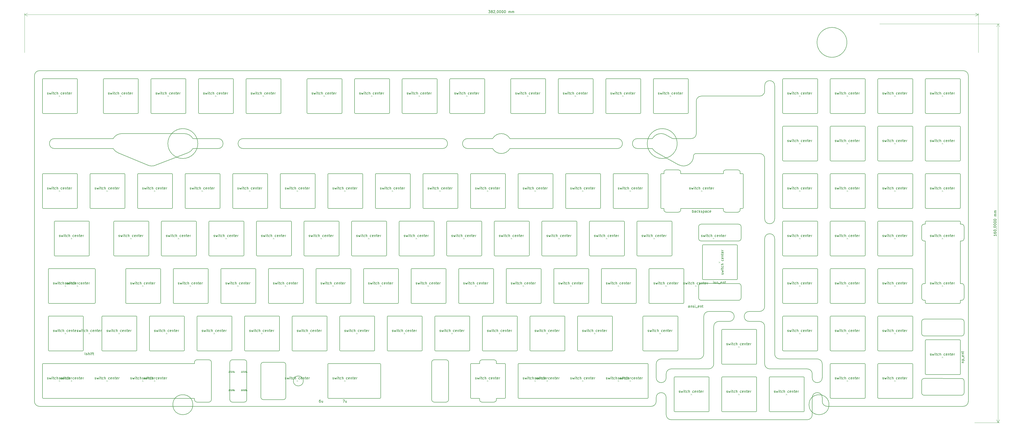
<source format=gbr>
%TF.GenerationSoftware,KiCad,Pcbnew,8.0.5*%
%TF.CreationDate,2024-09-24T18:12:57+02:00*%
%TF.ProjectId,E80-1800-pcb-universal,4538302d-3138-4303-902d-7063622d756e,rev?*%
%TF.SameCoordinates,Original*%
%TF.FileFunction,Other,Comment*%
%FSLAX46Y46*%
G04 Gerber Fmt 4.6, Leading zero omitted, Abs format (unit mm)*
G04 Created by KiCad (PCBNEW 8.0.5) date 2024-09-24 18:12:57*
%MOMM*%
%LPD*%
G01*
G04 APERTURE LIST*
%ADD10C,0.200000*%
%ADD11C,0.150000*%
%ADD12C,0.100000*%
%ADD13C,0.030000*%
%ADD14C,0.120000*%
G04 APERTURE END LIST*
D10*
X87848742Y-88251150D02*
G75*
G02*
X88148750Y-88551150I-42J-300050D01*
G01*
X183398192Y-101951150D02*
X183398192Y-88551150D01*
X121772492Y-69501950D02*
G75*
G02*
X122072492Y-69201992I300008J-50D01*
G01*
X128629992Y-121000520D02*
X128629992Y-107600520D01*
X83086242Y-31101950D02*
G75*
G02*
X83386250Y-31401950I-42J-300050D01*
G01*
X308711992Y6697850D02*
X308711992Y-6702150D01*
X341761541Y-25752150D02*
G75*
G02*
X341461542Y-26052141I-300041J50D01*
G01*
X251873542Y-6702150D02*
X251873542Y6697850D01*
X327761992Y-50451950D02*
X327761992Y-63851950D01*
X50636692Y-45101950D02*
X64036242Y-45101950D01*
X328061992Y-83201950D02*
G75*
G02*
X327761950Y-82901950I8J300050D01*
G01*
X347111992Y-83200500D02*
G75*
G02*
X346812000Y-82900500I8J300000D01*
G01*
X69255392Y-122799850D02*
G75*
G02*
X68255450Y-121799850I8J999950D01*
G01*
X289661992Y-31401950D02*
X289661992Y-44801950D01*
X36349192Y-102251150D02*
X49748742Y-102251150D01*
X346312892Y-51400650D02*
X346811292Y-51400650D01*
X341761542Y-44801950D02*
X341761542Y-31401950D01*
X121772492Y-69501950D02*
X121772492Y-82901950D01*
X125947342Y-88251150D02*
X112547792Y-88251150D01*
X69255392Y-122799850D02*
X74005092Y-122799850D01*
X107784992Y-107300520D02*
X128329992Y-107300520D01*
X50648742Y-6702150D02*
G75*
G02*
X50348742Y-7002142I-300042J50D01*
G01*
X130709542Y-50151950D02*
X117309992Y-50151950D01*
X361310392Y-75201650D02*
X360810392Y-75201650D01*
X69686692Y-45101950D02*
G75*
G02*
X69386650Y-44801950I8J300050D01*
G01*
X69698742Y-6702150D02*
X69698742Y6697850D01*
X235485992Y-31101950D02*
G75*
G02*
X235786050Y-31401950I8J-300050D01*
G01*
X55099192Y-88551150D02*
G75*
G02*
X55399192Y-88251192I300008J-50D01*
G01*
X341461542Y-88251150D02*
X328061992Y-88251150D01*
X6886192Y6997850D02*
X-6513358Y6997850D01*
X259898542Y-112664410D02*
X246498992Y-112664410D01*
X237484890Y-21052150D02*
X231484890Y-21052150D01*
X272002067Y-58152675D02*
X257003867Y-58149925D01*
X121484542Y-44801950D02*
X121484542Y-31401950D01*
X361310392Y-58150350D02*
X360810392Y-58150350D01*
X137561992Y-7002149D02*
X150961542Y-7002149D01*
X341761542Y-121001209D02*
X341761542Y-107601210D01*
X238173992Y-7002149D02*
X251573542Y-7002149D01*
X231484890Y-21052150D02*
G75*
G02*
X231484890Y-17052250I10J1999950D01*
G01*
X150349492Y-88551150D02*
X150349492Y-101951150D01*
X242998992Y-111464650D02*
X242998992Y-112982470D01*
X361310092Y-89502225D02*
G75*
G02*
X362310075Y-90502225I8J-999975D01*
G01*
X327761992Y-88551150D02*
G75*
G02*
X328061992Y-88251192I300008J-50D01*
G01*
X113161542Y-6702150D02*
X113161542Y6697850D01*
X360812542Y-44801950D02*
G75*
G02*
X360512542Y-45101942I-300042J50D01*
G01*
X183986992Y-121301210D02*
G75*
G02*
X183686990Y-121001209I8J300010D01*
G01*
X89661417Y-106801210D02*
G75*
G02*
X90661390Y-107801210I-17J-999990D01*
G01*
X38422558Y-27785532D02*
X51422558Y-22785532D01*
X14329892Y-82901950D02*
X14329892Y-69501950D01*
X107484992Y-107600520D02*
X107484992Y-121000520D01*
X308711992Y6697850D02*
G75*
G02*
X309011992Y6997808I300008J-50D01*
G01*
X145586142Y-31401950D02*
G75*
G02*
X145886142Y-31102042I299958J-50D01*
G01*
X347112992Y-7002149D02*
X360512542Y-7002149D01*
X246198992Y-112964410D02*
G75*
G02*
X246498992Y-112664392I300008J10D01*
G01*
X223484890Y-17052150D02*
G75*
G02*
X223484890Y-21052250I10J-2000050D01*
G01*
X92611242Y-50151950D02*
X79211692Y-50151950D01*
X360811292Y-50451500D02*
X360811992Y-51400650D01*
X145886142Y-45101950D02*
X159285692Y-45101950D01*
X284598992Y-126664410D02*
X297998542Y-126664410D01*
X341461542Y-69201950D02*
G75*
G02*
X341761550Y-69501950I-42J-300050D01*
G01*
X192623192Y-69201950D02*
G75*
G02*
X192923250Y-69501950I8J-300050D01*
G01*
X328061992Y-121301210D02*
X341461542Y-121301210D01*
X55999191Y-7002149D02*
G75*
G02*
X55699151Y-6702150I9J300049D01*
G01*
X298298542Y-126364410D02*
X298298542Y-112964410D01*
X178336542Y-107300520D02*
G75*
G02*
X178636480Y-107600520I-42J-299980D01*
G01*
X360812541Y-25752150D02*
G75*
G02*
X360512542Y-26052141I-300041J50D01*
G01*
X-6813358Y6697850D02*
G75*
G02*
X-6513358Y6997850I300000J0D01*
G01*
X49748742Y-88251150D02*
G75*
G02*
X50048750Y-88551150I-42J-300050D01*
G01*
X132211542Y-6702150D02*
G75*
G02*
X131911542Y-7002142I-300042J50D01*
G01*
X197684292Y-44801950D02*
X197684292Y-31401950D01*
X265887142Y-31101600D02*
X248835842Y-31101600D01*
X303361542Y-12052150D02*
G75*
G02*
X303661550Y-12352150I-42J-300050D01*
G01*
X280448992Y-90414650D02*
G75*
G02*
X282448950Y-92414650I8J-1999950D01*
G01*
X155835992Y-121799850D02*
G75*
G02*
X154835992Y-122799892I-999992J-50D01*
G01*
X97373742Y-69201950D02*
X83974192Y-69201950D01*
X178923642Y-69501950D02*
G75*
G02*
X179223642Y-69202042I299958J-50D01*
G01*
X257003867Y-58149925D02*
G75*
G02*
X256003875Y-57149925I33J1000025D01*
G01*
X221496792Y-101951150D02*
X221496792Y-88551150D01*
X360512542Y6997850D02*
G75*
G02*
X360812550Y6697850I-42J-300050D01*
G01*
X131297492Y-88551150D02*
G75*
G02*
X131597492Y-88251192I300008J-50D01*
G01*
X30998742Y-101951150D02*
G75*
G02*
X30698742Y-102251142I-300042J50D01*
G01*
X346311892Y-120050175D02*
G75*
G02*
X345311925Y-119050175I8J999975D01*
G01*
X154524042Y-69201950D02*
G75*
G02*
X154824050Y-69501950I-42J-300050D01*
G01*
X346812992Y6697850D02*
G75*
G02*
X347112992Y6997808I300008J-50D01*
G01*
X159285692Y-31101950D02*
G75*
G02*
X159585750Y-31401950I8J-300050D01*
G01*
X64036242Y-31101950D02*
X50636692Y-31101950D01*
X242086142Y-30601600D02*
G75*
G02*
X243086142Y-29601642I999958J0D01*
G01*
X60837192Y-106802570D02*
X60837192Y-121799850D01*
X-6813358Y-107601210D02*
X-6813358Y-121001209D01*
X74449192Y-102251150D02*
G75*
G02*
X74149150Y-101951150I8J300050D01*
G01*
X116722342Y-82901950D02*
X116722342Y-69501950D01*
X346311892Y-96249175D02*
X361310092Y-96251925D01*
X265548992Y-126664410D02*
G75*
G02*
X265248990Y-126364410I8J300010D01*
G01*
X231611442Y-64151950D02*
X245010992Y-64151950D01*
X131911542Y6997850D02*
G75*
G02*
X132211550Y6697850I-42J-300050D01*
G01*
X309011992Y-102251150D02*
X322411542Y-102251150D01*
X103022792Y-83201950D02*
G75*
G02*
X102722750Y-82901950I8J300050D01*
G01*
X256003867Y-52400225D02*
G75*
G02*
X257003867Y-51400167I1000033J25D01*
G01*
X260198542Y-126364410D02*
G75*
G02*
X259898542Y-126664442I-300042J10D01*
G01*
X87848742Y-88251150D02*
X74449192Y-88251150D01*
X341761542Y-63851950D02*
X341761542Y-50451950D01*
X303661542Y-6702150D02*
X303661542Y6697850D01*
X303661542Y-82901950D02*
G75*
G02*
X303361542Y-83201942I-300042J50D01*
G01*
X271636842Y-29601600D02*
G75*
G02*
X272636800Y-30601600I-42J-1000000D01*
G01*
X202448192Y-101951150D02*
G75*
G02*
X202148192Y-102251092I-299992J50D01*
G01*
X81661417Y-106801210D02*
X89661417Y-106801210D01*
X112247792Y-88551150D02*
X112247792Y-101951150D01*
X69398742Y6997850D02*
G75*
G02*
X69698750Y6697850I-42J-300050D01*
G01*
X121484542Y-44801950D02*
G75*
G02*
X121184542Y-45101942I-300042J50D01*
G01*
X173484891Y-17052151D02*
G75*
G02*
X180413105Y-17052143I3464109J-2000049D01*
G01*
X31598742Y-6702150D02*
X31598742Y6697850D01*
X50336692Y-31401950D02*
G75*
G02*
X50636692Y-31101992I300008J-50D01*
G01*
X286448992Y4197850D02*
X286448992Y-49233400D01*
X303361542Y-50151950D02*
X289961992Y-50151950D01*
X7186192Y-44801950D02*
G75*
G02*
X6886192Y-45101952I-300002J0D01*
G01*
X341461542Y6997850D02*
X328061992Y6997850D01*
X286448992Y-49233400D02*
G75*
G02*
X282448992Y-49233400I-2000000J0D01*
G01*
X36349192Y-102251150D02*
G75*
G02*
X36049150Y-101951150I8J300050D01*
G01*
X145297042Y-101951150D02*
X145297042Y-88551150D01*
X212559442Y-64151951D02*
G75*
G02*
X212259449Y-63851950I-42J299951D01*
G01*
X170011542Y6997850D02*
G75*
G02*
X170311550Y6697850I-42J-300050D01*
G01*
X88748742Y-6702150D02*
X88748742Y6697850D01*
X45574192Y-69501950D02*
G75*
G02*
X45874192Y-69201992I300008J-50D01*
G01*
X327761992Y-88551150D02*
X327761992Y-101951150D01*
X117009992Y-50451950D02*
X117009992Y-63851950D01*
X149761542Y-50151950D02*
G75*
G02*
X150061550Y-50451950I-42J-300050D01*
G01*
X327761992Y-107601210D02*
X327761992Y-121001209D01*
X137261992Y6697850D02*
X137261992Y-6702150D01*
X169698642Y-102251150D02*
G75*
G02*
X169398550Y-101951150I-42J300050D01*
G01*
X238998992Y-107464650D02*
G75*
G02*
X240998992Y-105464592I2000008J50D01*
G01*
X305498992Y-122501670D02*
X305498992Y-120982470D01*
X111659842Y-50151950D02*
G75*
G02*
X111959850Y-50451950I-42J-300050D01*
G01*
X183984742Y-45101950D02*
X197384292Y-45101950D01*
X168810692Y-50151950D02*
G75*
G02*
X169110750Y-50451950I8J-300050D01*
G01*
X-4132098Y-83201950D02*
X14029892Y-83201950D01*
X151261542Y-6702150D02*
G75*
G02*
X150961542Y-7002142I-300042J50D01*
G01*
X181023992Y-7002151D02*
G75*
G02*
X180724049Y-6702150I8J299951D01*
G01*
X341761542Y-6702150D02*
G75*
G02*
X341461542Y-7002142I-300042J50D01*
G01*
X178635692Y-44801950D02*
G75*
G02*
X178335692Y-45101892I-299992J50D01*
G01*
X211671792Y-69201950D02*
G75*
G02*
X211971850Y-69501950I8J-300050D01*
G01*
X362310393Y-57150349D02*
G75*
G02*
X361310392Y-58150293I-999993J49D01*
G01*
X17899192Y-7002150D02*
G75*
G02*
X17599150Y-6702150I8J300050D01*
G01*
X150649492Y-102251150D02*
G75*
G02*
X150349450Y-101951150I8J300050D01*
G01*
X305498992Y-112982470D02*
G75*
G02*
X301498992Y-112982470I-2000000J0D01*
G01*
X243086142Y-46599100D02*
G75*
G02*
X242086100Y-45599100I-42J1000000D01*
G01*
X54811241Y-63851950D02*
G75*
G02*
X54511242Y-64151941I-300041J50D01*
G01*
X322711542Y-121001209D02*
X322711542Y-107601210D01*
X64336242Y-44801950D02*
G75*
G02*
X64036242Y-45101942I-300042J50D01*
G01*
X92611242Y-50151950D02*
G75*
G02*
X92911250Y-50451950I-42J-300050D01*
G01*
X360512542Y6997850D02*
X347112992Y6997850D01*
X221196792Y-88251150D02*
X207797242Y-88251150D01*
X126247342Y-101951150D02*
G75*
G02*
X125947342Y-102251142I-300042J50D01*
G01*
X322411542Y-31101950D02*
G75*
G02*
X322711550Y-31401950I-42J-300050D01*
G01*
X282448992Y1997850D02*
G75*
G02*
X280448992Y-2192I-1999992J-50D01*
G01*
X361310092Y-113303225D02*
G75*
G02*
X362310075Y-114303225I8J-999975D01*
G01*
X136361992Y-64151950D02*
X149761542Y-64151950D01*
X151261542Y-6702150D02*
X151261542Y6697850D01*
X140236542Y-31101950D02*
G75*
G02*
X140536550Y-31401950I-42J-300050D01*
G01*
X180723992Y6697850D02*
G75*
G02*
X181023992Y6997808I300008J-50D01*
G01*
X199773992Y6697850D02*
G75*
G02*
X200073992Y6997808I300008J-50D01*
G01*
X213773542Y-6702150D02*
G75*
G02*
X213473542Y-7002142I-300042J50D01*
G01*
X54087492Y-106802570D02*
G75*
G02*
X55087492Y-105802592I1000008J-30D01*
G01*
X200073992Y-7002149D02*
X213473542Y-7002149D01*
X121184542Y-31101950D02*
G75*
G02*
X121484550Y-31401950I-42J-300050D01*
G01*
X173573192Y-69201950D02*
G75*
G02*
X173873250Y-69501950I8J-300050D01*
G01*
X327761992Y6697850D02*
X327761992Y-6702150D01*
X78323742Y-69201950D02*
X64924192Y-69201950D01*
X55087492Y-122799850D02*
G75*
G02*
X54087550Y-121799850I8J999950D01*
G01*
X362310092Y-119052925D02*
G75*
G02*
X361310092Y-120052892I-999992J25D01*
G01*
X272636842Y-45599100D02*
X272636842Y-45100700D01*
X169110691Y-63851950D02*
G75*
G02*
X168810692Y-64151891I-299991J50D01*
G01*
X272002067Y-51402975D02*
X257003867Y-51400225D01*
X303361542Y-69201950D02*
X289961992Y-69201950D01*
X69098742Y-101951150D02*
G75*
G02*
X68798742Y-102251142I-300042J50D01*
G01*
X73861242Y-63851950D02*
X73861242Y-50451950D01*
X309011992Y-121301210D02*
X322411542Y-121301210D01*
X68798742Y-88251150D02*
G75*
G02*
X69098750Y-88551150I-42J-300050D01*
G01*
X145297042Y-101951150D02*
G75*
G02*
X144997042Y-102251142I-300042J50D01*
G01*
X308711992Y-31401950D02*
X308711992Y-44801950D01*
X-1750848Y-64151950D02*
G75*
G02*
X-2050848Y-63851950I0J300000D01*
G01*
X257502966Y-59977175D02*
X257502966Y-73376725D01*
X45874192Y-83201950D02*
X59273742Y-83201950D01*
X141124492Y-83201950D02*
X154524042Y-83201950D01*
X345311892Y-114300475D02*
G75*
G02*
X346311892Y-113300492I1000008J-25D01*
G01*
X217021942Y-69501950D02*
G75*
G02*
X217321942Y-69202042I299958J-50D01*
G01*
X346312892Y-81951350D02*
G75*
G02*
X345312950Y-80951350I8J999950D01*
G01*
X132211542Y-6702150D02*
X132211542Y6697850D01*
X217021942Y-69501950D02*
X217021942Y-82901950D01*
X231611442Y-64151950D02*
G75*
G02*
X231311350Y-63851950I-42J300050D01*
G01*
X273885992Y-44800000D02*
X273885992Y-31400000D01*
X303361542Y-88251150D02*
X289961992Y-88251150D01*
X154524042Y-69201950D02*
X141124492Y-69201950D01*
X308711992Y-12352150D02*
G75*
G02*
X309011992Y-12052192I300008J-50D01*
G01*
X156311992Y6697850D02*
X156311992Y-6702150D01*
X225958992Y-50151950D02*
X212559442Y-50151950D01*
X235785992Y-121001209D02*
X235785992Y-107601210D01*
X197384292Y-31101950D02*
X183984742Y-31101950D01*
X-6513358Y-121301210D02*
X54087492Y-121301210D01*
X327761992Y-31401950D02*
G75*
G02*
X328061992Y-31101992I300008J-50D01*
G01*
X30998742Y-101951150D02*
X30998742Y-88551150D01*
X346812992Y-31401950D02*
G75*
G02*
X347112992Y-31101992I300008J-50D01*
G01*
X60837192Y-121799850D02*
G75*
G02*
X59837192Y-122799892I-999992J-50D01*
G01*
X23448180Y-22744457D02*
X35448180Y-27744457D01*
X174161142Y-50451950D02*
X174161142Y-63851950D01*
X107784992Y-121300520D02*
G75*
G02*
X107484980Y-121000520I8J300020D01*
G01*
X272002067Y-75203975D02*
X257003867Y-75201225D01*
X328061992Y-7002149D02*
X341461542Y-7002149D01*
X341761542Y-101951150D02*
G75*
G02*
X341461542Y-102251142I-300042J50D01*
G01*
X237873992Y6697850D02*
X237873992Y-6702150D01*
X289961992Y-83201950D02*
X303361542Y-83201950D01*
X246498992Y-126664411D02*
G75*
G02*
X246198989Y-126364410I8J300011D01*
G01*
X169110692Y-63851950D02*
X169110692Y-50451950D01*
X236071942Y-69501950D02*
X236071942Y-82901950D01*
X230721492Y-69201950D02*
X217321942Y-69201950D01*
X322711542Y-44801950D02*
X322711542Y-31401950D01*
X73517511Y-17052150D02*
X153418122Y-17052150D01*
X45874192Y-83201950D02*
G75*
G02*
X45574150Y-82901950I8J300050D01*
G01*
X164636142Y-31401950D02*
G75*
G02*
X164936142Y-31102042I299958J-50D01*
G01*
X53450743Y-17052150D02*
X63517511Y-17052150D01*
X128329992Y-107300520D02*
G75*
G02*
X128629980Y-107600520I8J-299980D01*
G01*
X169257642Y-122799850D02*
G75*
G02*
X168257650Y-121799850I-42J999950D01*
G01*
X131009541Y-63851950D02*
G75*
G02*
X130709542Y-64151941I-300041J50D01*
G01*
X346810992Y-98076425D02*
G75*
G02*
X347110992Y-97776392I300008J25D01*
G01*
X328061992Y-7002150D02*
G75*
G02*
X327761950Y-6702150I8J300050D01*
G01*
X55699191Y6697850D02*
G75*
G02*
X55999191Y6997809I300009J-50D01*
G01*
X83674192Y-69501950D02*
G75*
G02*
X83974192Y-69201992I300008J-50D01*
G01*
X93199192Y-88551150D02*
X93199192Y-101951150D01*
X150649492Y-102251150D02*
X164049042Y-102251150D01*
X-6513358Y-7002149D02*
X6886192Y-7002149D01*
X341461542Y-69201950D02*
X328061992Y-69201950D01*
X-4432058Y-88551150D02*
X-4432058Y-101951150D01*
X164049042Y-88251150D02*
G75*
G02*
X164349050Y-88551150I-42J-300050D01*
G01*
X178336542Y-107300520D02*
X175015892Y-107300520D01*
X159873642Y-69501950D02*
G75*
G02*
X160173642Y-69202042I299958J-50D01*
G01*
X273002067Y-57152674D02*
X273002067Y-52402975D01*
X54087492Y-121301210D02*
X54087492Y-121799850D01*
X303661542Y-101951150D02*
G75*
G02*
X303361542Y-102251142I-300042J50D01*
G01*
X272002067Y-75203975D02*
G75*
G02*
X273002125Y-76203975I33J-1000025D01*
G01*
X289661992Y-69501950D02*
G75*
G02*
X289961992Y-69201992I300008J-50D01*
G01*
X197684292Y-44801950D02*
G75*
G02*
X197384292Y-45101892I-299992J50D01*
G01*
X74749192Y6697850D02*
G75*
G02*
X75049192Y6997808I300008J-50D01*
G01*
X83974192Y-83201950D02*
G75*
G02*
X83674150Y-82901950I8J300050D01*
G01*
X150961542Y6997850D02*
X137561992Y6997850D01*
X50348742Y6997850D02*
G75*
G02*
X50648750Y6697850I-42J-300050D01*
G01*
X164349042Y-101951150D02*
G75*
G02*
X164049042Y-102251142I-300042J50D01*
G01*
X360511292Y-50151500D02*
X347111292Y-50151500D01*
X121184542Y-31101950D02*
X107784992Y-31101950D01*
X-6813358Y6697850D02*
X-6813358Y-6702150D01*
X197384292Y-31101950D02*
G75*
G02*
X197684350Y-31401950I8J-300050D01*
G01*
X17299192Y-102251150D02*
G75*
G02*
X16999150Y-101951150I8J300050D01*
G01*
X-6513358Y-7002150D02*
G75*
G02*
X-6813358Y-6702150I0J300000D01*
G01*
X235485992Y-121301210D02*
X183986992Y-121301210D01*
X207797242Y-102251150D02*
X221196792Y-102251150D01*
X49748742Y-88251150D02*
X36349192Y-88251150D01*
X276248992Y-86414650D02*
X280448992Y-86414650D01*
X242086142Y-30601600D02*
X242086142Y-31100000D01*
X279248542Y-126364410D02*
X279248542Y-112964410D01*
X41111692Y-64151950D02*
X54511242Y-64151950D01*
X55087492Y-122799850D02*
X59837192Y-122799850D01*
X303361542Y6997850D02*
X289961992Y6997850D01*
X12536692Y-45101950D02*
X25936242Y-45101950D01*
X31286692Y-31401950D02*
X31286692Y-44801950D01*
X239006419Y-22548778D02*
G75*
G02*
X237484877Y-21052157I1942581J3496678D01*
G01*
X50648742Y-6702150D02*
X50648742Y6697850D01*
X216733992Y-44801950D02*
G75*
G02*
X216433992Y-45101892I-299992J50D01*
G01*
X272636842Y-30601600D02*
X272636842Y-31100000D01*
X288448992Y-105464650D02*
X303498992Y-105464650D01*
X163418122Y-17052150D02*
X173484890Y-17052150D01*
X75005092Y-121799850D02*
G75*
G02*
X74005092Y-122799892I-999992J-50D01*
G01*
X322411542Y-12052150D02*
X309011992Y-12052150D01*
X155111142Y-50451950D02*
X155111142Y-63851950D01*
X164349042Y-101951150D02*
X164349042Y-88551150D01*
X327761992Y-31401950D02*
X327761992Y-44801950D01*
X327761992Y-107601210D02*
G75*
G02*
X328061992Y-107301192I300008J10D01*
G01*
X170311542Y-6702150D02*
G75*
G02*
X170011542Y-7002142I-300042J50D01*
G01*
X247692542Y-101951150D02*
G75*
G02*
X247392542Y-102251142I-300042J50D01*
G01*
X140536542Y-44801950D02*
X140536542Y-31401950D01*
X99461992Y-7002149D02*
X112861542Y-7002149D01*
X194723542Y-6702150D02*
G75*
G02*
X194423542Y-7002142I-300042J50D01*
G01*
X99161992Y6697850D02*
X99161992Y-6702150D01*
X150061541Y-63851950D02*
G75*
G02*
X149761542Y-64151941I-300041J50D01*
G01*
X50048742Y-101951150D02*
X50048742Y-88551150D01*
X202734442Y-31401950D02*
X202734442Y-44801950D01*
X160173642Y-83201950D02*
X173573192Y-83201950D01*
X245310992Y-63851950D02*
X245310992Y-50451950D01*
X257802967Y-73676725D02*
X271202967Y-73676725D01*
X360811992Y-82900500D02*
G75*
G02*
X360511992Y-83200492I-299992J0D01*
G01*
X-4132058Y-102251150D02*
X9267492Y-102251150D01*
X164636992Y-107600520D02*
X164636992Y-121000520D01*
X341761542Y-44801950D02*
G75*
G02*
X341461542Y-45101942I-300042J50D01*
G01*
X248835842Y-45099100D02*
X265887142Y-45099100D01*
X309011992Y-121301209D02*
G75*
G02*
X308711991Y-121001209I8J300009D01*
G01*
X126836992Y-45101950D02*
X140236542Y-45101950D01*
X347111992Y-83200500D02*
X360511992Y-83200500D01*
X202148192Y-88251150D02*
G75*
G02*
X202448250Y-88551150I8J-300050D01*
G01*
X361310392Y-81951350D02*
X360811992Y-81951350D01*
X240836392Y-44100000D02*
X240836392Y-32100000D01*
X221786442Y-31401950D02*
X221786442Y-44801950D01*
X112861542Y6997850D02*
X99461992Y6997850D01*
X54511242Y-50151950D02*
G75*
G02*
X54811250Y-50451950I-42J-300050D01*
G01*
X212559442Y-64151950D02*
X225958992Y-64151950D01*
X93499192Y-102251150D02*
X106898742Y-102251150D01*
X249771492Y-69201950D02*
X236371942Y-69201950D01*
X194423542Y6997850D02*
G75*
G02*
X194723550Y6697850I-42J-300050D01*
G01*
X183686992Y-107601210D02*
X183686992Y-121001209D01*
X276248992Y-90414650D02*
G75*
G02*
X276248992Y-86414750I8J1999950D01*
G01*
X273002067Y-80953675D02*
X273002067Y-76203975D01*
X175007342Y-121799850D02*
G75*
G02*
X174007342Y-122799942I-1000042J-50D01*
G01*
X241136992Y-31100700D02*
X242086142Y-31100000D01*
X238998992Y-122500290D02*
G75*
G02*
X236998992Y-124500292I-1999992J-10D01*
G01*
X256003867Y-76201225D02*
X256003867Y-80950925D01*
X12236692Y-31401950D02*
X12236692Y-44801950D01*
X289961992Y-26052151D02*
G75*
G02*
X289662049Y-25752150I8J299951D01*
G01*
X226258992Y-63851950D02*
X226258992Y-50451950D01*
X122072492Y-83201950D02*
G75*
G02*
X121772450Y-82901950I8J300050D01*
G01*
X327761992Y-50451950D02*
G75*
G02*
X328061992Y-50151992I300008J-50D01*
G01*
X257802967Y-73676726D02*
G75*
G02*
X257502974Y-73376725I33J300026D01*
G01*
X262048992Y-107464650D02*
G75*
G02*
X260048992Y-109464692I-1999992J-50D01*
G01*
X253948992Y-24052150D02*
G75*
G02*
X248006405Y-27548807I-3999992J-50D01*
G01*
X272002067Y-51402975D02*
G75*
G02*
X273002125Y-52402975I33J-1000025D01*
G01*
X303661542Y-82901950D02*
X303661542Y-69501950D01*
X59573742Y-82901950D02*
X59573742Y-69501950D01*
X59837192Y-105802570D02*
X55087492Y-105802570D01*
X309011992Y-64151950D02*
X322411542Y-64151950D01*
X-6813358Y-107601210D02*
G75*
G02*
X-6513358Y-107301210I300000J0D01*
G01*
X107198742Y-101951150D02*
X107198742Y-88551150D01*
X41111692Y-64151950D02*
G75*
G02*
X40811650Y-63851950I8J300050D01*
G01*
X169257642Y-122799850D02*
X174007342Y-122799850D01*
X322711542Y-6702150D02*
X322711542Y6697850D01*
X193509742Y-64151950D02*
X206909292Y-64151950D01*
X88148742Y-101951150D02*
X88148742Y-88551150D01*
X26524192Y-69501950D02*
X26524192Y-82901950D01*
X183098192Y-88251150D02*
G75*
G02*
X183398250Y-88551150I8J-300050D01*
G01*
X21761692Y-50451950D02*
X21761692Y-63851950D01*
X346312892Y-58150350D02*
X346812892Y-58150350D01*
X164936992Y-121300520D02*
G75*
G02*
X164636980Y-121000520I8J300020D01*
G01*
X242086142Y-45599100D02*
X242086142Y-45100700D01*
X341461542Y-31101950D02*
G75*
G02*
X341761550Y-31401950I-42J-300050D01*
G01*
X346811292Y-81951350D02*
X346811992Y-82900500D01*
X360810992Y-111475975D02*
G75*
G02*
X360510992Y-111775992I-299992J-25D01*
G01*
X-6513358Y-45101950D02*
X6886192Y-45101950D01*
X265887142Y-45599100D02*
X265887142Y-45099100D01*
X221496792Y-101951150D02*
G75*
G02*
X221196792Y-102251092I-299992J50D01*
G01*
X16999192Y-88551150D02*
X16999192Y-101951150D01*
X174161142Y-50451950D02*
G75*
G02*
X174461142Y-50152042I299958J-50D01*
G01*
X36649192Y6697850D02*
X36649192Y-6702150D01*
X78911692Y-50451950D02*
X78911692Y-63851950D01*
X40223742Y-69201950D02*
X26824192Y-69201950D01*
X21522540Y-17052150D02*
G75*
G02*
X24986642Y-15052151I3464100J-2000000D01*
G01*
X362310092Y-119052925D02*
X362310092Y-114303225D01*
X38422558Y-27785532D02*
G75*
G02*
X35448168Y-27744486I-1435958J3733432D01*
G01*
X202148192Y-88251150D02*
X188748642Y-88251150D01*
X289661992Y-88551150D02*
G75*
G02*
X289961992Y-88251192I300008J-50D01*
G01*
X31586692Y-45101950D02*
X44986242Y-45101950D01*
X265248992Y-93914400D02*
X265248992Y-107314400D01*
X17599192Y6697850D02*
X17599192Y-6702150D01*
X273002067Y-80953675D02*
G75*
G02*
X272002067Y-81953667I-999967J-25D01*
G01*
X11648702Y-50151950D02*
G75*
G02*
X11948750Y-50451950I-2J-300050D01*
G01*
X347110992Y-111775975D02*
X360510992Y-111775975D01*
X362310092Y-95251925D02*
X362310092Y-90502225D01*
X193209742Y-50451950D02*
X193209742Y-63851950D01*
X255059929Y-2002150D02*
X255059929Y-15052150D01*
X238173992Y-7002150D02*
G75*
G02*
X237873950Y-6702150I8J300050D01*
G01*
X197972242Y-69501950D02*
X197972242Y-82901950D01*
X233692992Y-88551150D02*
X233692992Y-101951150D01*
X361310392Y-75201650D02*
G75*
G02*
X362310350Y-76201650I8J-999950D01*
G01*
X271202967Y-59677175D02*
X257802967Y-59677175D01*
X107484992Y-107600520D02*
G75*
G02*
X107784992Y-107300492I300008J20D01*
G01*
X341461542Y6997850D02*
G75*
G02*
X341761550Y6697850I-42J-300050D01*
G01*
X322711542Y-44801950D02*
G75*
G02*
X322411542Y-45101942I-300042J50D01*
G01*
X192923192Y-82901950D02*
X192923192Y-69501950D01*
X322411542Y-107301210D02*
X309011992Y-107301210D01*
X322711541Y-63851950D02*
G75*
G02*
X322411542Y-64151941I-300041J50D01*
G01*
X309011992Y-45101950D02*
X322411542Y-45101950D01*
X6886192Y-31101950D02*
X-6513358Y-31101950D01*
X153418122Y-21052150D02*
X73517511Y-21052150D01*
X136061992Y-50451950D02*
X136061992Y-63851950D01*
X150061542Y-63851950D02*
X150061542Y-50451950D01*
X233692992Y-88551150D02*
G75*
G02*
X233992992Y-88251192I300008J-50D01*
G01*
X244998992Y-129864170D02*
G75*
G02*
X242999030Y-127864170I8J1999970D01*
G01*
X322411542Y-50151950D02*
X309011992Y-50151950D01*
X140236542Y-31101950D02*
X126836992Y-31101950D01*
X272636842Y-45599100D02*
G75*
G02*
X271636842Y-46599142I-1000042J0D01*
G01*
X259898542Y-112664410D02*
G75*
G02*
X260198490Y-112964410I-42J-299990D01*
G01*
X179223642Y-83201950D02*
G75*
G02*
X178923550Y-82901950I-42J300050D01*
G01*
X347112992Y-26052150D02*
X360512542Y-26052150D01*
X97661417Y-114297150D02*
G75*
G02*
X93661417Y-114297150I-2000000J0D01*
G01*
X93661417Y-114297150D02*
G75*
G02*
X97661417Y-114297150I2000000J0D01*
G01*
X328061992Y-26052150D02*
X341461542Y-26052150D01*
X232823542Y-6702150D02*
X232823542Y6697850D01*
X247835842Y-29601600D02*
X243086142Y-29601600D01*
X346311892Y-113300475D02*
X361310092Y-113303225D01*
X11948702Y-63851950D02*
X11948702Y-50451950D01*
X75005092Y-106802570D02*
X75005092Y-121799850D01*
X271502967Y-73376725D02*
G75*
G02*
X271202967Y-73676667I-299967J25D01*
G01*
X107784992Y-45101950D02*
X121184542Y-45101950D01*
X12536692Y-45101951D02*
G75*
G02*
X12236749Y-44801950I8J299951D01*
G01*
X251573542Y6997850D02*
G75*
G02*
X251873550Y6697850I-42J-300050D01*
G01*
X144997042Y-88251150D02*
G75*
G02*
X145297050Y-88551150I-42J-300050D01*
G01*
X301498992Y-127864170D02*
X301498992Y-120982470D01*
X75049192Y-7002149D02*
X88448742Y-7002149D01*
X280448992Y-23052150D02*
G75*
G02*
X282448950Y-25052150I8J-1999950D01*
G01*
X309011992Y-26052150D02*
X322411542Y-26052150D01*
X36049192Y-88551150D02*
X36049192Y-101951150D01*
X303661542Y-6702150D02*
G75*
G02*
X303361542Y-7002142I-300042J50D01*
G01*
X83086242Y-31101950D02*
X69686692Y-31101950D01*
X303361542Y-88251150D02*
G75*
G02*
X303661550Y-88551150I-42J-300050D01*
G01*
X112547792Y-102251150D02*
X125947342Y-102251150D01*
X97960292Y-50451950D02*
G75*
G02*
X98260292Y-50151992I300008J-50D01*
G01*
X26524192Y-69501950D02*
G75*
G02*
X26824192Y-69201992I300008J-50D01*
G01*
X178635692Y-44801950D02*
X178635692Y-31401950D01*
X282448992Y-84414650D02*
G75*
G02*
X280448992Y-86414692I-1999992J-50D01*
G01*
X155411142Y-64151950D02*
X168810692Y-64151950D01*
X78623742Y-82901950D02*
X78623742Y-69501950D01*
X30698742Y-88251150D02*
X17299192Y-88251150D01*
X203034442Y-45101950D02*
X216433992Y-45101950D01*
X24986642Y-15052150D02*
X49986642Y-15052150D01*
X113161542Y-6702150D02*
G75*
G02*
X112861542Y-7002142I-300042J50D01*
G01*
X299498992Y-109464650D02*
X284448992Y-109464650D01*
X301498992Y-120982470D02*
G75*
G02*
X305498992Y-120982470I2000000J0D01*
G01*
X327761992Y-12352150D02*
G75*
G02*
X328061992Y-12052192I300008J-50D01*
G01*
X266887142Y-46599100D02*
G75*
G02*
X265887100Y-45599100I-42J1000000D01*
G01*
X168266192Y-106801190D02*
G75*
G02*
X169266192Y-105801192I1000008J-10D01*
G01*
X92911242Y-63851950D02*
X92911242Y-50451950D01*
X247392542Y-88251150D02*
G75*
G02*
X247692550Y-88551150I-42J-300050D01*
G01*
X-6813358Y-31401950D02*
G75*
G02*
X-6513358Y-31101950I300000J0D01*
G01*
X64624192Y-69501950D02*
G75*
G02*
X64924192Y-69201992I300008J-50D01*
G01*
X303361542Y-69201950D02*
G75*
G02*
X303661550Y-69501950I-42J-300050D01*
G01*
X54511242Y-50151950D02*
X41111692Y-50151950D01*
X288448992Y-105464650D02*
G75*
G02*
X286449050Y-103464650I8J1999950D01*
G01*
X282448992Y-25052150D02*
X282448992Y-49233400D01*
X83674192Y-69501950D02*
X83674192Y-82901950D01*
X345311892Y-114300475D02*
X345311892Y-119050175D01*
X341461542Y-12052150D02*
X328061992Y-12052150D01*
X40523742Y-82901950D02*
X40523742Y-69501950D01*
X346312892Y-75201650D02*
X346812892Y-75201650D01*
X226258991Y-63851950D02*
G75*
G02*
X225958992Y-64151891I-299991J50D01*
G01*
X168257642Y-121300520D02*
X168257642Y-121799850D01*
X364001617Y-122501670D02*
X364001617Y8197850D01*
X244998992Y-129864170D02*
X299498992Y-129864170D01*
X181023992Y-7002149D02*
X194423542Y-7002149D01*
X144997042Y-88251150D02*
X131597492Y-88251150D01*
X74005092Y-105802570D02*
G75*
G02*
X75005130Y-106802570I8J-1000030D01*
G01*
X265548992Y-126664410D02*
X278948542Y-126664410D01*
X93499192Y-102251150D02*
G75*
G02*
X93199150Y-101951150I8J300050D01*
G01*
X289661992Y-12352150D02*
X289661992Y-25752150D01*
X347112992Y-7002150D02*
G75*
G02*
X346812950Y-6702150I8J300050D01*
G01*
X284298992Y-112964410D02*
X284298992Y-126364410D01*
X341461542Y-88251150D02*
G75*
G02*
X341761550Y-88551150I-42J-300050D01*
G01*
X303361542Y-31101950D02*
G75*
G02*
X303661550Y-31401950I-42J-300050D01*
G01*
X135472042Y-69201950D02*
X122072492Y-69201950D01*
X303361542Y-12052150D02*
X289961992Y-12052150D01*
X289661992Y6697850D02*
X289661992Y-6702150D01*
X265248992Y-112964410D02*
G75*
G02*
X265548992Y-112664392I300008J10D01*
G01*
X322711542Y-6702150D02*
G75*
G02*
X322411542Y-7002142I-300042J50D01*
G01*
X106898742Y-88251150D02*
G75*
G02*
X107198750Y-88551150I-42J-300050D01*
G01*
X233992992Y-102251150D02*
X247392542Y-102251150D01*
X362001617Y10197850D02*
G75*
G02*
X364001550Y8197850I-17J-1999950D01*
G01*
X341461542Y-50151950D02*
G75*
G02*
X341761550Y-50451950I-42J-300050D01*
G01*
X346812992Y6697850D02*
X346812992Y-6702150D01*
X289961992Y-64151951D02*
G75*
G02*
X289662049Y-63851950I8J299951D01*
G01*
X193209742Y-50451950D02*
G75*
G02*
X193509742Y-50152042I299958J-50D01*
G01*
X102434842Y-44801950D02*
X102434842Y-31401950D01*
X59573742Y-82901950D02*
G75*
G02*
X59273742Y-83201942I-300042J50D01*
G01*
X50636692Y-45101950D02*
G75*
G02*
X50336650Y-44801950I8J300050D01*
G01*
X213473542Y6997850D02*
X200073992Y6997850D01*
X50348742Y6997850D02*
X36949192Y6997850D01*
X247692541Y-101951150D02*
X247692541Y-88551150D01*
X216433992Y-31101950D02*
G75*
G02*
X216734050Y-31401950I8J-300050D01*
G01*
X118211992Y6697850D02*
G75*
G02*
X118511992Y6997808I300008J-50D01*
G01*
X219123992Y-7002149D02*
X232523542Y-7002149D01*
X284448992Y-109464650D02*
G75*
G02*
X282449050Y-107464650I8J1999950D01*
G01*
X102134842Y-31101950D02*
X88735292Y-31101950D01*
X17599192Y6697850D02*
G75*
G02*
X17899192Y6997808I300008J-50D01*
G01*
X236371942Y-83201950D02*
X249771492Y-83201950D01*
X346812992Y-12352150D02*
G75*
G02*
X347112992Y-12052192I300008J-50D01*
G01*
X26824192Y-83201950D02*
X40223742Y-83201950D01*
X183984742Y-45101950D02*
G75*
G02*
X183684650Y-44801950I-42J300050D01*
G01*
X131009542Y-63851950D02*
X131009542Y-50451950D01*
X289661992Y-50451950D02*
G75*
G02*
X289961992Y-50151992I300008J-50D01*
G01*
X175007342Y-121799850D02*
X175007342Y-121300520D01*
X289661992Y-69501950D02*
X289661992Y-82901950D01*
X154824042Y-82901950D02*
G75*
G02*
X154524042Y-83201942I-300042J50D01*
G01*
X242998992Y-111464650D02*
G75*
G02*
X244998992Y-109464592I2000008J50D01*
G01*
X111659842Y-50151950D02*
X98260292Y-50151950D01*
X187860692Y-50151950D02*
X174461142Y-50151950D01*
X159873642Y-69501950D02*
X159873642Y-82901950D01*
X241136992Y-45100700D02*
X242086142Y-45100700D01*
X163418122Y-21052150D02*
G75*
G02*
X163418122Y-17052250I-22J1999950D01*
G01*
X271636842Y-29601600D02*
X266887142Y-29601600D01*
X116422342Y-69201950D02*
X103022792Y-69201950D01*
X328061992Y-83201950D02*
X341461542Y-83201950D01*
X360511292Y-50151500D02*
G75*
G02*
X360811300Y-50451500I8J-300000D01*
G01*
X235485992Y-107301210D02*
G75*
G02*
X235785990Y-107601210I8J-299990D01*
G01*
X137561992Y-7002150D02*
G75*
G02*
X137261950Y-6702150I8J300050D01*
G01*
X247835842Y-29601600D02*
G75*
G02*
X248835800Y-30601600I-42J-1000000D01*
G01*
X69098742Y-101951150D02*
X69098742Y-88551150D01*
X255059929Y-15052150D02*
G75*
G02*
X253059929Y-17052229I-2000029J-50D01*
G01*
X154835992Y-105802570D02*
G75*
G02*
X155836030Y-106802570I8J-1000030D01*
G01*
X222086442Y-45101950D02*
X235485992Y-45101950D01*
X278948542Y-93614400D02*
G75*
G02*
X279248500Y-93914400I-42J-300000D01*
G01*
X-4432058Y-88551150D02*
G75*
G02*
X-4132058Y-88251150I300000J0D01*
G01*
X59273742Y-69201950D02*
X45874192Y-69201950D01*
X211971792Y-82901950D02*
G75*
G02*
X211671792Y-83201892I-299992J50D01*
G01*
X248835842Y-45599100D02*
X248835842Y-45099100D01*
X345311892Y-90499475D02*
G75*
G02*
X346311892Y-89499492I1000008J-25D01*
G01*
X360510992Y-97776425D02*
G75*
G02*
X360810975Y-98076425I8J-299975D01*
G01*
X9567492Y-101951150D02*
G75*
G02*
X9267492Y-102251152I-300002J0D01*
G01*
X36949192Y-7002149D02*
X50348742Y-7002149D01*
X88735292Y-45101950D02*
X102134842Y-45101950D01*
X308711992Y-69501950D02*
G75*
G02*
X309011992Y-69201992I300008J-50D01*
G01*
X289661992Y-50451950D02*
X289661992Y-63851950D01*
X221196792Y-88251150D02*
G75*
G02*
X221496850Y-88551150I8J-300050D01*
G01*
X341461542Y-50151950D02*
X328061992Y-50151950D01*
X9267492Y-88251150D02*
G75*
G02*
X9567550Y-88551150I8J-300050D01*
G01*
X236998992Y-124500290D02*
X-8013358Y-124500290D01*
X174015892Y-105801190D02*
G75*
G02*
X175015910Y-106801190I8J-1000010D01*
G01*
X31598742Y-6702150D02*
G75*
G02*
X31298742Y-7002142I-300042J50D01*
G01*
X360510992Y-97776425D02*
X347110992Y-97776425D01*
X242998992Y-112982470D02*
G75*
G02*
X238998992Y-112982470I-2000000J0D01*
G01*
X183684742Y-31401950D02*
X183684742Y-44801950D01*
X341761542Y-6702150D02*
X341761542Y6697850D01*
X322411542Y6997850D02*
X309011992Y6997850D01*
X289961992Y-102251150D02*
X303361542Y-102251150D01*
X169398642Y-88551150D02*
G75*
G02*
X169698642Y-88251242I299958J-50D01*
G01*
X74149192Y-88551150D02*
G75*
G02*
X74449192Y-88251192I300008J-50D01*
G01*
X282448992Y4197850D02*
G75*
G02*
X286448992Y4197850I2000000J0D01*
G01*
X136361992Y-64151951D02*
G75*
G02*
X136062049Y-63851950I8J299951D01*
G01*
X347112992Y-26052150D02*
G75*
G02*
X346812950Y-25752150I8J300050D01*
G01*
X68255392Y-106802570D02*
G75*
G02*
X69255392Y-105802592I1000008J-30D01*
G01*
X308711992Y-69501950D02*
X308711992Y-82901950D01*
X322411542Y-69201950D02*
X309011992Y-69201950D01*
X271502967Y-73376725D02*
X271502967Y-59977175D01*
X307498992Y-124501670D02*
G75*
G02*
X305499030Y-122501670I8J1999970D01*
G01*
X-2013358Y-21052150D02*
X21522540Y-21052150D01*
X188448642Y-88551150D02*
X188448642Y-101951150D01*
X237484889Y-17052151D02*
G75*
G02*
X242891577Y-15555494I3464111J-1999949D01*
G01*
X207497242Y-88551150D02*
G75*
G02*
X207797242Y-88251242I299958J-50D01*
G01*
X63517511Y-17052150D02*
G75*
G02*
X63517511Y-21052150I-1J-2000000D01*
G01*
X258048992Y-103464650D02*
G75*
G02*
X256048992Y-105464692I-1999992J-50D01*
G01*
X346812992Y-12352150D02*
X346812992Y-25752150D01*
X346811292Y-50451500D02*
X346811292Y-51400650D01*
X194723542Y-6702150D02*
X194723542Y6697850D01*
X102434842Y-44801950D02*
G75*
G02*
X102134842Y-45101942I-300042J50D01*
G01*
X12236692Y-31401950D02*
G75*
G02*
X12536692Y-31101992I300008J-50D01*
G01*
X346311892Y-96249175D02*
G75*
G02*
X345311925Y-95249175I8J999975D01*
G01*
X78911692Y-50451950D02*
G75*
G02*
X79211692Y-50151992I300008J-50D01*
G01*
X150349492Y-88551150D02*
G75*
G02*
X150649492Y-88251192I300008J-50D01*
G01*
X112547792Y-102251150D02*
G75*
G02*
X112247750Y-101951150I8J300050D01*
G01*
X159285692Y-31101950D02*
X145886142Y-31101950D01*
X303361542Y6997850D02*
G75*
G02*
X303661550Y6697850I-42J-300050D01*
G01*
X327761992Y-12352150D02*
X327761992Y-25752150D01*
X14029892Y-69201950D02*
G75*
G02*
X14329950Y-69501950I8J-300050D01*
G01*
X88448742Y6997850D02*
X75049192Y6997850D01*
X107784992Y-45101950D02*
G75*
G02*
X107484950Y-44801950I8J300050D01*
G01*
X6886192Y6997850D02*
G75*
G02*
X7186250Y6697850I8J-300050D01*
G01*
X303661542Y-63851950D02*
X303661542Y-50451950D01*
X145586142Y-31401950D02*
X145586142Y-44801950D01*
X301498992Y-127864170D02*
G75*
G02*
X299498992Y-129864192I-1999992J-30D01*
G01*
X31286692Y-31401950D02*
G75*
G02*
X31586692Y-31101992I300008J-50D01*
G01*
X-8013358Y-124500289D02*
G75*
G02*
X-10013357Y-122500290I0J1999999D01*
G01*
X233992992Y-102251151D02*
G75*
G02*
X233693049Y-101951150I8J299951D01*
G01*
X168810692Y-50151950D02*
X155411142Y-50151950D01*
X-4132098Y-69201950D02*
X14029892Y-69201950D01*
X68255392Y-121799850D02*
X68255392Y-106802570D01*
X322411542Y6997850D02*
G75*
G02*
X322711550Y6697850I-42J-300050D01*
G01*
X322411542Y-69201950D02*
G75*
G02*
X322711550Y-69501950I-42J-300050D01*
G01*
X346810992Y-98076425D02*
X346810992Y-111475975D01*
X59837192Y-105802570D02*
G75*
G02*
X60837230Y-106802570I8J-1000030D01*
G01*
X308711992Y-107601210D02*
G75*
G02*
X309011992Y-107301192I300008J10D01*
G01*
X-1750848Y-64151950D02*
X11648702Y-64151950D01*
X207497242Y-88551150D02*
X207497242Y-101951150D01*
X217321942Y-83201950D02*
G75*
G02*
X217021850Y-82901950I-42J300050D01*
G01*
X74749192Y6697850D02*
X74749192Y-6702150D01*
X88735292Y-45101950D02*
G75*
G02*
X88435250Y-44801950I8J300050D01*
G01*
X197972242Y-69501950D02*
G75*
G02*
X198272242Y-69202042I299958J-50D01*
G01*
X322411542Y-50151950D02*
G75*
G02*
X322711550Y-50451950I-42J-300050D01*
G01*
X93199192Y-88551150D02*
G75*
G02*
X93499192Y-88251192I300008J-50D01*
G01*
X203034442Y-45101950D02*
G75*
G02*
X202734350Y-44801950I-42J300050D01*
G01*
X194423542Y6997850D02*
X181023992Y6997850D01*
X268248992Y-86414650D02*
G75*
G02*
X268248992Y-90414750I8J-2000050D01*
G01*
X346312892Y-81951350D02*
X346811292Y-81951350D01*
X36049192Y-88551150D02*
G75*
G02*
X36349192Y-88251192I300008J-50D01*
G01*
X279248542Y-126364410D02*
G75*
G02*
X278948542Y-126664442I-300042J10D01*
G01*
X309011992Y-83201950D02*
X322411542Y-83201950D01*
X-6513358Y-45101950D02*
G75*
G02*
X-6813358Y-44801950I0J300000D01*
G01*
X183398192Y-101951150D02*
G75*
G02*
X183098192Y-102251092I-299992J50D01*
G01*
X253948992Y-24052150D02*
G75*
G02*
X254948992Y-23052092I1000008J50D01*
G01*
X364001617Y-122501670D02*
G75*
G02*
X362001617Y-124501717I-2000017J-30D01*
G01*
X16999192Y-88551150D02*
G75*
G02*
X17299192Y-88251192I300008J-50D01*
G01*
X74149192Y-88551150D02*
X74149192Y-101951150D01*
X50336692Y-31401950D02*
X50336692Y-44801950D01*
X232523542Y6997850D02*
G75*
G02*
X232823550Y6697850I-42J-300050D01*
G01*
X309011992Y-83201950D02*
G75*
G02*
X308711950Y-82901950I8J300050D01*
G01*
X260048992Y-86414650D02*
X268248992Y-86414650D01*
X243086142Y-46599100D02*
X247835842Y-46599100D01*
X137261992Y6697850D02*
G75*
G02*
X137561992Y6997808I300008J-50D01*
G01*
X246198992Y-112964410D02*
X246198992Y-126364410D01*
X298298542Y-126364410D02*
G75*
G02*
X297998542Y-126664442I-300042J10D01*
G01*
X-2050848Y-50451950D02*
G75*
G02*
X-1750848Y-50151950I300000J0D01*
G01*
X154835992Y-105802570D02*
X150086292Y-105802570D01*
X156311992Y6697850D02*
G75*
G02*
X156611992Y6997808I300008J-50D01*
G01*
X159585692Y-44801950D02*
G75*
G02*
X159285692Y-45101892I-299992J50D01*
G01*
X239006420Y-22548779D02*
X248006420Y-27548779D01*
X192923192Y-82901950D02*
G75*
G02*
X192623192Y-83201892I-299992J50D01*
G01*
X135772042Y-82901950D02*
G75*
G02*
X135472042Y-83201942I-300042J50D01*
G01*
X117009992Y-50451950D02*
G75*
G02*
X117309992Y-50151992I300008J-50D01*
G01*
X88435292Y-31401950D02*
G75*
G02*
X88735292Y-31101992I300008J-50D01*
G01*
X225958992Y-50151950D02*
G75*
G02*
X226259050Y-50451950I8J-300050D01*
G01*
X53450743Y-21052150D02*
G75*
G02*
X51422558Y-22785532I-3464143J2000050D01*
G01*
X79211692Y-64151950D02*
G75*
G02*
X78911650Y-63851950I8J300050D01*
G01*
X341461542Y-107301210D02*
X328061992Y-107301210D01*
X88435292Y-31401950D02*
X88435292Y-44801950D01*
X230721492Y-69201950D02*
G75*
G02*
X231021550Y-69501950I8J-300050D01*
G01*
X64036242Y-31101950D02*
G75*
G02*
X64336250Y-31401950I-42J-300050D01*
G01*
X88748742Y-6702150D02*
G75*
G02*
X88448742Y-7002142I-300042J50D01*
G01*
X236071942Y-69501950D02*
G75*
G02*
X236371942Y-69202042I299958J-50D01*
G01*
X199773992Y6697850D02*
X199773992Y-6702150D01*
X360512542Y-12052150D02*
X347112992Y-12052150D01*
X362310092Y-95251925D02*
G75*
G02*
X361310092Y-96251892I-999992J25D01*
G01*
X217321942Y-83201950D02*
X230721492Y-83201950D01*
X179223642Y-83201950D02*
X192623192Y-83201950D01*
X131911542Y6997850D02*
X118511992Y6997850D01*
X262048992Y-92414650D02*
G75*
G02*
X264048992Y-90414592I2000008J50D01*
G01*
X78323742Y-69201950D02*
G75*
G02*
X78623750Y-69501950I-42J-300050D01*
G01*
X149086292Y-106802570D02*
G75*
G02*
X150086292Y-105802592I1000008J-30D01*
G01*
X118511992Y-7002150D02*
G75*
G02*
X118211950Y-6702150I8J300050D01*
G01*
X265248992Y-112964410D02*
X265248992Y-126364410D01*
X180413093Y-17052150D02*
X223484890Y-17052150D01*
X341761542Y-82901950D02*
G75*
G02*
X341461542Y-83201942I-300042J50D01*
G01*
X327761992Y-69501950D02*
X327761992Y-82901950D01*
X303661542Y-44801950D02*
X303661542Y-31401950D01*
X25936242Y-31101950D02*
X12536692Y-31101950D01*
X256048992Y-105464650D02*
X240998992Y-105464650D01*
X207209291Y-63851950D02*
G75*
G02*
X206909292Y-64151891I-299991J50D01*
G01*
X309011992Y-64151950D02*
G75*
G02*
X308711950Y-63851950I8J300050D01*
G01*
X289661992Y-88551150D02*
X289661992Y-101951150D01*
X149761542Y-50151950D02*
X136361992Y-50151950D01*
X328061992Y-121301209D02*
G75*
G02*
X327761991Y-121001209I8J300009D01*
G01*
X346811292Y-50451500D02*
G75*
G02*
X347111292Y-50151492I300008J0D01*
G01*
X346812992Y-31401950D02*
X346812992Y-44801950D01*
X9267492Y-88251150D02*
X-4132058Y-88251150D01*
X309011992Y-26052150D02*
G75*
G02*
X308711950Y-25752150I8J300050D01*
G01*
X160173642Y-83201950D02*
G75*
G02*
X159873550Y-82901950I-42J300050D01*
G01*
X282448992Y-57233399D02*
X282448992Y-84414650D01*
X40811692Y-50451950D02*
G75*
G02*
X41111692Y-50151992I300008J-50D01*
G01*
X-4432098Y-69501950D02*
X-4432098Y-82901950D01*
X69698742Y-6702150D02*
G75*
G02*
X69398742Y-7002142I-300042J50D01*
G01*
X247392542Y-88251150D02*
X233992992Y-88251150D01*
X14329892Y-82901950D02*
G75*
G02*
X14029892Y-83201892I-299992J50D01*
G01*
X322711542Y-101951150D02*
X322711542Y-88551150D01*
X188160692Y-63851950D02*
X188160692Y-50451950D01*
X180413094Y-21052150D02*
G75*
G02*
X173484890Y-21052150I-3464102J2000001D01*
G01*
X73517511Y-21052150D02*
G75*
G02*
X73517511Y-17052150I-1J2000000D01*
G01*
X284298992Y-112964410D02*
G75*
G02*
X284598992Y-112664392I300008J10D01*
G01*
X55399192Y-102251150D02*
X68798742Y-102251150D01*
X153418122Y-17052150D02*
G75*
G02*
X153418122Y-21052250I-22J-2000050D01*
G01*
X200073992Y-7002150D02*
G75*
G02*
X199773950Y-6702150I8J300050D01*
G01*
X45286242Y-44801950D02*
G75*
G02*
X44986242Y-45101942I-300042J50D01*
G01*
X308711992Y-50451950D02*
X308711992Y-63851950D01*
X125947342Y-88251150D02*
G75*
G02*
X126247350Y-88551150I-42J-300050D01*
G01*
X155411142Y-64151950D02*
G75*
G02*
X155111050Y-63851950I-42J300050D01*
G01*
X282448992Y-57233399D02*
G75*
G02*
X286448992Y-57233399I2000000J0D01*
G01*
X98260292Y-64151950D02*
G75*
G02*
X97960250Y-63851950I8J300050D01*
G01*
X245310991Y-63851950D02*
G75*
G02*
X245010992Y-64151891I-299991J50D01*
G01*
X328061992Y-102251150D02*
G75*
G02*
X327761950Y-101951150I8J300050D01*
G01*
X80661417Y-107801210D02*
X80661417Y-120801210D01*
X238998992Y-120982470D02*
X238998992Y-122500290D01*
X44986242Y-31101950D02*
X31586692Y-31101950D01*
X202734442Y-31401950D02*
G75*
G02*
X203034442Y-31102042I299958J-50D01*
G01*
X156611992Y-7002151D02*
G75*
G02*
X156312049Y-6702150I8J299951D01*
G01*
X17299192Y-102251150D02*
X30698742Y-102251150D01*
X207209292Y-63851950D02*
X207209292Y-50451950D01*
X116422342Y-69201950D02*
G75*
G02*
X116722350Y-69501950I-42J-300050D01*
G01*
X126247342Y-101951150D02*
X126247342Y-88551150D01*
X303661541Y-25752150D02*
G75*
G02*
X303361542Y-26052141I-300041J50D01*
G01*
X155835992Y-106802570D02*
X155835992Y-121799850D01*
X341461542Y-107301210D02*
G75*
G02*
X341761490Y-107601210I-42J-299990D01*
G01*
X231311442Y-50451950D02*
X231311442Y-63851950D01*
X55099192Y-88551150D02*
X55099192Y-101951150D01*
X-2050848Y-50451950D02*
X-2050848Y-63851950D01*
X257059929Y-2150D02*
X280448992Y-2150D01*
X50048742Y-101951150D02*
G75*
G02*
X49748742Y-102251142I-300042J50D01*
G01*
X303498992Y-105464650D02*
G75*
G02*
X305498950Y-107464650I8J-1999950D01*
G01*
X346812892Y-58150350D02*
X346812892Y-75201650D01*
X111959841Y-63851950D02*
G75*
G02*
X111659842Y-64151941I-300041J50D01*
G01*
X164936992Y-121300520D02*
X168257642Y-121300520D01*
X235785992Y-44801950D02*
X235785992Y-31401950D01*
X303661542Y-44801950D02*
G75*
G02*
X303361542Y-45101942I-300042J50D01*
G01*
X347110992Y-111775975D02*
G75*
G02*
X346811025Y-111475975I8J299975D01*
G01*
X192623192Y-69201950D02*
X179223642Y-69201950D01*
X223484890Y-21052150D02*
X180413093Y-21052150D01*
X265248992Y-93914400D02*
G75*
G02*
X265548992Y-93614392I300008J0D01*
G01*
X240836992Y-31400700D02*
X240836992Y-44800700D01*
X73861241Y-63851950D02*
G75*
G02*
X73561242Y-64151941I-300041J50D01*
G01*
X23448180Y-22744457D02*
G75*
G02*
X21522504Y-21052170I1538420J3692357D01*
G01*
X54811242Y-63851950D02*
X54811242Y-50451950D01*
X178336542Y-121300520D02*
X175007342Y-121300520D01*
X276248992Y-90414650D02*
X280448992Y-90414650D01*
X170011542Y6997850D02*
X156611992Y6997850D01*
X178335692Y-31101950D02*
X164936142Y-31101950D01*
X59861692Y-50451950D02*
G75*
G02*
X60161692Y-50151992I300008J-50D01*
G01*
X178923642Y-69501950D02*
X178923642Y-82901950D01*
X211671792Y-69201950D02*
X198272242Y-69201950D01*
X257003867Y-81950925D02*
G75*
G02*
X256003875Y-80950925I33J1000025D01*
G01*
X97673742Y-82901950D02*
G75*
G02*
X97373742Y-83201942I-300042J50D01*
G01*
X322711542Y-63851950D02*
X322711542Y-50451950D01*
X361310392Y-51400650D02*
G75*
G02*
X362310350Y-52400650I8J-999950D01*
G01*
X347112992Y-45101950D02*
G75*
G02*
X346812950Y-44801950I8J300050D01*
G01*
X245010992Y-50151950D02*
G75*
G02*
X245311050Y-50451950I8J-300050D01*
G01*
X188448642Y-88551150D02*
G75*
G02*
X188748642Y-88251242I299958J-50D01*
G01*
X68798742Y-88251150D02*
X55399192Y-88251150D01*
X174015892Y-105801190D02*
X169266192Y-105801190D01*
X112861542Y6997850D02*
G75*
G02*
X113161550Y6697850I-42J-300050D01*
G01*
X31298742Y6997850D02*
X17899192Y6997850D01*
X198272242Y-83201950D02*
X211671792Y-83201950D01*
X149086292Y-121799850D02*
X149086292Y-106802570D01*
X107484992Y-31401950D02*
X107484992Y-44801950D01*
X303361542Y-50151950D02*
G75*
G02*
X303661550Y-50451950I-42J-300050D01*
G01*
X64924192Y-83201950D02*
G75*
G02*
X64624150Y-82901950I8J300050D01*
G01*
X359811992Y-83200350D02*
X347811992Y-83200350D01*
X135772042Y-82901950D02*
X135772042Y-69501950D01*
X-4132098Y-83201950D02*
G75*
G02*
X-4432098Y-82901950I0J300000D01*
G01*
X249771492Y-69201950D02*
G75*
G02*
X250071550Y-69501950I8J-300050D01*
G01*
X81661417Y-121801210D02*
G75*
G02*
X80661390Y-120801210I-17J1000010D01*
G01*
X17899192Y-7002149D02*
X31298742Y-7002149D01*
X289961992Y-7002151D02*
G75*
G02*
X289662049Y-6702150I8J299951D01*
G01*
X164936142Y-45101950D02*
X178335692Y-45101950D01*
X219123992Y-7002151D02*
G75*
G02*
X218824049Y-6702150I8J299951D01*
G01*
X212259442Y-50451950D02*
G75*
G02*
X212559442Y-50152042I299958J-50D01*
G01*
X145886142Y-45101950D02*
G75*
G02*
X145586050Y-44801950I-42J300050D01*
G01*
X238998992Y-107464650D02*
X238998992Y-112982470D01*
X213773542Y-6702150D02*
X213773542Y6697850D01*
X35761242Y-63851950D02*
X35761242Y-50451950D01*
X360810992Y-111475975D02*
X360810992Y-98076425D01*
X140824492Y-69501950D02*
G75*
G02*
X141124492Y-69201992I300008J-50D01*
G01*
X107484992Y-31401950D02*
G75*
G02*
X107784992Y-31101992I300008J-50D01*
G01*
X289961992Y-64151950D02*
X303361542Y-64151950D01*
X360812542Y-6702150D02*
X360812542Y6697850D01*
X81661417Y-121801210D02*
X89661417Y-121801210D01*
X347112992Y-45101950D02*
X360512542Y-45101950D01*
X131297492Y-88551150D02*
X131297492Y-101951150D01*
X131597492Y-102251150D02*
X144997042Y-102251150D01*
X183686992Y-107601210D02*
G75*
G02*
X183986992Y-107301192I300008J10D01*
G01*
X156611992Y-7002149D02*
X170011542Y-7002149D01*
X212259442Y-50451950D02*
X212259442Y-63851950D01*
X240836992Y-31400700D02*
G75*
G02*
X241136992Y-31100692I300008J0D01*
G01*
X11648702Y-50151950D02*
X-1750848Y-50151950D01*
X265887142Y-30601600D02*
X265887142Y-31101600D01*
X198272242Y-83201950D02*
G75*
G02*
X197972150Y-82901950I-42J300050D01*
G01*
X282448992Y-107464650D02*
X282448992Y-92414650D01*
X301498992Y-112982470D02*
X301498992Y-111464650D01*
X141124492Y-83201950D02*
G75*
G02*
X140824450Y-82901950I8J300050D01*
G01*
X73561242Y-50151950D02*
G75*
G02*
X73861250Y-50451950I-42J-300050D01*
G01*
X92911241Y-63851950D02*
G75*
G02*
X92611242Y-64151941I-300041J50D01*
G01*
X75049192Y-7002150D02*
G75*
G02*
X74749150Y-6702150I8J300050D01*
G01*
X258048992Y-88414650D02*
X258048992Y-103464650D01*
X273002068Y-57152674D02*
G75*
G02*
X272002067Y-58152668I-999968J-26D01*
G01*
X265887142Y-30601600D02*
G75*
G02*
X266887142Y-29601642I999958J0D01*
G01*
X7186192Y-6702150D02*
X7186192Y6697850D01*
X183684742Y-31401950D02*
G75*
G02*
X183984742Y-31102042I299958J-50D01*
G01*
X31298742Y6997849D02*
G75*
G02*
X31598749Y6697850I-42J-300049D01*
G01*
X257502967Y-59977175D02*
G75*
G02*
X257802967Y-59677167I300033J-25D01*
G01*
X362310392Y-80951350D02*
G75*
G02*
X361310392Y-81951392I-999992J-50D01*
G01*
X-6513358Y-121301209D02*
G75*
G02*
X-6813358Y-121001209I0J300000D01*
G01*
X99461992Y-7002150D02*
G75*
G02*
X99161950Y-6702150I8J300050D01*
G01*
X59861692Y-50451950D02*
X59861692Y-63851950D01*
X362310392Y-57150349D02*
X362310392Y-52400650D01*
X98260292Y-64151950D02*
X111659842Y-64151950D01*
X250071492Y-82901950D02*
X250071492Y-69501950D01*
X116722342Y-82901950D02*
G75*
G02*
X116422342Y-83201942I-300042J50D01*
G01*
X360811992Y-82900500D02*
X360811992Y-81951350D01*
X173573192Y-69201950D02*
X160173642Y-69201950D01*
X73561242Y-50151950D02*
X60161692Y-50151950D01*
X74449192Y-102251150D02*
X87848742Y-102251150D01*
X250071492Y-82901950D02*
G75*
G02*
X249771492Y-83201892I-299992J50D01*
G01*
X279248542Y-107314400D02*
X279248542Y-93914400D01*
X237873992Y6697850D02*
G75*
G02*
X238173992Y6997808I300008J-50D01*
G01*
X35461242Y-50151951D02*
G75*
G02*
X35761249Y-50451950I-42J-300049D01*
G01*
X278948542Y-93614400D02*
X265548992Y-93614400D01*
X347811992Y-50150900D02*
X359811992Y-50150900D01*
X126536992Y-31401950D02*
G75*
G02*
X126836992Y-31101992I300008J-50D01*
G01*
X272636842Y-45100700D02*
X273585992Y-45100000D01*
X273585992Y-31100000D02*
X272636842Y-31100000D01*
X90661417Y-120801210D02*
G75*
G02*
X89661417Y-121801217I-1000017J10D01*
G01*
X345312892Y-76201650D02*
G75*
G02*
X346312892Y-75201592I1000008J50D01*
G01*
X106898742Y-88251150D02*
X93499192Y-88251150D01*
X64336242Y-44801950D02*
X64336242Y-31401950D01*
X308711992Y-31401950D02*
G75*
G02*
X309011992Y-31101992I300008J-50D01*
G01*
X360812542Y-25752150D02*
X360812542Y-12352150D01*
X102134842Y-31101950D02*
G75*
G02*
X102434850Y-31401950I-42J-300050D01*
G01*
X309011992Y-102251150D02*
G75*
G02*
X308711950Y-101951150I8J300050D01*
G01*
X150961542Y6997850D02*
G75*
G02*
X151261550Y6697850I-42J-300050D01*
G01*
X248835842Y-45599100D02*
G75*
G02*
X247835842Y-46599142I-1000042J0D01*
G01*
X242998992Y-127864170D02*
X242998992Y-120982470D01*
X361310092Y-89502225D02*
X346311892Y-89499475D01*
X74005092Y-105802570D02*
X69255392Y-105802570D01*
X128629992Y-121000520D02*
G75*
G02*
X128329992Y-121300492I-299992J20D01*
G01*
X79211692Y-64151950D02*
X92611242Y-64151950D01*
X178636542Y-121000520D02*
X178636542Y-107600520D01*
X169698642Y-102251150D02*
X183098192Y-102251150D01*
X265548992Y-107614400D02*
X278948542Y-107614400D01*
X260198542Y-126364410D02*
X260198542Y-112964410D01*
X251573542Y6997850D02*
X238173992Y6997850D01*
X322711542Y-25752150D02*
X322711542Y-12352150D01*
X303661542Y-101951150D02*
X303661542Y-88551150D01*
X309011992Y-45101950D02*
G75*
G02*
X308711950Y-44801950I8J300050D01*
G01*
X322711542Y-82901950D02*
X322711542Y-69501950D01*
X55699192Y6697850D02*
X55699192Y-6702150D01*
X83974192Y-83201950D02*
X97373742Y-83201950D01*
X322411542Y-12052150D02*
G75*
G02*
X322711550Y-12352150I-42J-300050D01*
G01*
X140536542Y-44801950D02*
G75*
G02*
X140236542Y-45101942I-300042J50D01*
G01*
X238998992Y-120982470D02*
G75*
G02*
X242998992Y-120982470I2000000J0D01*
G01*
X-2013357Y-21052150D02*
G75*
G02*
X-2013359Y-17052150I-1J2000000D01*
G01*
X173873192Y-82901950D02*
X173873192Y-69501950D01*
X251873542Y-6702150D02*
G75*
G02*
X251573542Y-7002142I-300042J50D01*
G01*
X341461542Y-12052150D02*
G75*
G02*
X341761550Y-12352150I-42J-300050D01*
G01*
X159585692Y-44801950D02*
X159585692Y-31401950D01*
X97960292Y-50451950D02*
X97960292Y-63851950D01*
X140824492Y-69501950D02*
X140824492Y-82901950D01*
X322711542Y-82901950D02*
G75*
G02*
X322411542Y-83201942I-300042J50D01*
G01*
X130709542Y-50151950D02*
G75*
G02*
X131009550Y-50451950I-42J-300050D01*
G01*
X260048992Y-109464650D02*
X244998992Y-109464650D01*
X64924192Y-83201950D02*
X78323742Y-83201950D01*
X26236242Y-44801950D02*
G75*
G02*
X25936242Y-45101942I-300042J50D01*
G01*
X97373742Y-69201950D02*
G75*
G02*
X97673750Y-69501950I-42J-300050D01*
G01*
X136061992Y-50451950D02*
G75*
G02*
X136361992Y-50151992I300008J-50D01*
G01*
X256003867Y-52400225D02*
X256003867Y-57149925D01*
X282448992Y1997850D02*
X282448992Y4197850D01*
X97673742Y-82901950D02*
X97673742Y-69501950D01*
X112247792Y-88551150D02*
G75*
G02*
X112547792Y-88251192I300008J-50D01*
G01*
X308711992Y-88551150D02*
X308711992Y-101951150D01*
X289961992Y-45101951D02*
G75*
G02*
X289662049Y-44801950I8J299951D01*
G01*
X297998542Y-112664410D02*
X284598992Y-112664410D01*
X341761543Y-121001209D02*
G75*
G02*
X341461542Y-121301243I-300043J9D01*
G01*
X45286242Y-44801950D02*
X45286242Y-31401950D01*
X322711542Y-101951150D02*
G75*
G02*
X322411542Y-102251142I-300042J50D01*
G01*
X273585992Y-31100000D02*
G75*
G02*
X273886000Y-31400000I8J-300000D01*
G01*
X327761992Y6697850D02*
G75*
G02*
X328061992Y6997808I300008J-50D01*
G01*
X218823992Y6697850D02*
G75*
G02*
X219123992Y6997808I300008J-50D01*
G01*
X322711541Y-25752150D02*
G75*
G02*
X322411542Y-26052141I-300041J50D01*
G01*
X216433992Y-31101950D02*
X203034442Y-31101950D01*
X69386692Y-31401950D02*
G75*
G02*
X69686692Y-31101992I300008J-50D01*
G01*
X-6813358Y-31401950D02*
X-6813358Y-44801950D01*
X232823542Y-6702150D02*
G75*
G02*
X232523542Y-7002142I-300042J50D01*
G01*
X-2013358Y-17052150D02*
X21522540Y-17052150D01*
X178335692Y-31101950D02*
G75*
G02*
X178635750Y-31401950I8J-300050D01*
G01*
X289961992Y-26052150D02*
X303361542Y-26052150D01*
X44986242Y-31101951D02*
G75*
G02*
X45286249Y-31401950I-42J-300049D01*
G01*
X236371942Y-83201951D02*
G75*
G02*
X236071949Y-82901950I-42J299951D01*
G01*
X-4132058Y-102251150D02*
G75*
G02*
X-4432058Y-101951150I0J300000D01*
G01*
X328061992Y-45101950D02*
G75*
G02*
X327761950Y-44801950I8J300050D01*
G01*
X188748642Y-102251150D02*
X202148192Y-102251150D01*
X78623742Y-82901950D02*
G75*
G02*
X78323742Y-83201942I-300042J50D01*
G01*
X111959842Y-63851950D02*
X111959842Y-50451950D01*
X289961992Y-7002149D02*
X303361542Y-7002149D01*
X193509742Y-64151951D02*
G75*
G02*
X193209749Y-63851950I-42J299951D01*
G01*
X264048992Y-90414650D02*
X268248992Y-90414650D01*
X289661992Y-12352150D02*
G75*
G02*
X289961992Y-12052192I300008J-50D01*
G01*
X231311442Y-50451950D02*
G75*
G02*
X231611442Y-50152042I299958J-50D01*
G01*
X64624192Y-69501950D02*
X64624192Y-82901950D01*
X322411542Y-31101950D02*
X309011992Y-31101950D01*
X246498992Y-126664410D02*
X259898542Y-126664410D01*
X235785993Y-121001209D02*
G75*
G02*
X235485992Y-121301193I-299993J9D01*
G01*
X63517511Y-21052150D02*
X53450743Y-21052150D01*
X360810392Y-75201650D02*
X360810392Y-58150350D01*
X286448992Y-103464650D02*
X286448992Y-57233399D01*
X328061992Y-26052150D02*
G75*
G02*
X327761950Y-25752150I8J300050D01*
G01*
X102722792Y-69501950D02*
X102722792Y-82901950D01*
X107784992Y-121300520D02*
X128329992Y-121300520D01*
X345312892Y-76201650D02*
X345312892Y-80951350D01*
X155111142Y-50451950D02*
G75*
G02*
X155411142Y-50152042I299958J-50D01*
G01*
X40523742Y-82901950D02*
G75*
G02*
X40223742Y-83201942I-300042J50D01*
G01*
X257003867Y-81950925D02*
X272002067Y-81953675D01*
X265548992Y-107614400D02*
G75*
G02*
X265249000Y-107314400I8J300000D01*
G01*
X254948992Y-23052150D02*
X280448992Y-23052150D01*
X164936992Y-107300520D02*
X168266192Y-107300520D01*
X202448192Y-101951150D02*
X202448192Y-88551150D01*
X322411542Y-88251150D02*
G75*
G02*
X322711550Y-88551150I-42J-300050D01*
G01*
X289961992Y-83201951D02*
G75*
G02*
X289662049Y-82901950I8J299951D01*
G01*
X341761542Y-82901950D02*
X341761542Y-69501950D01*
X118211992Y6697850D02*
X118211992Y-6702150D01*
X328061992Y-102251150D02*
X341461542Y-102251150D01*
X-10013358Y8197850D02*
X-10013358Y-122500290D01*
X183986992Y-107301210D02*
X235485992Y-107301210D01*
X273885842Y-32100000D02*
X273885842Y-44100000D01*
X231484890Y-17052150D02*
X237484890Y-17052150D01*
X173873192Y-82901950D02*
G75*
G02*
X173573192Y-83201892I-299992J50D01*
G01*
X216733992Y-44801950D02*
X216733992Y-31401950D01*
X271202967Y-59677175D02*
G75*
G02*
X271503025Y-59977175I33J-300025D01*
G01*
X235485992Y-31101950D02*
X222086442Y-31101950D01*
X303661541Y-63851950D02*
G75*
G02*
X303361542Y-64151941I-300041J50D01*
G01*
X258048992Y-88414650D02*
G75*
G02*
X260048992Y-86414592I2000008J50D01*
G01*
X7186192Y-44801950D02*
X7186192Y-31401950D01*
X222086442Y-45101950D02*
G75*
G02*
X221786350Y-44801950I-42J300050D01*
G01*
X322411542Y-88251150D02*
X309011992Y-88251150D01*
X289661992Y6697850D02*
G75*
G02*
X289961992Y6997808I300008J-50D01*
G01*
X131597492Y-102251151D02*
G75*
G02*
X131297549Y-101951150I8J299951D01*
G01*
X345312892Y-52400650D02*
G75*
G02*
X346312892Y-51400592I1000008J50D01*
G01*
X55399192Y-102251150D02*
G75*
G02*
X55099150Y-101951150I8J300050D01*
G01*
X9567492Y-101951150D02*
X9567492Y-88551150D01*
X242891563Y-15555520D02*
X245585496Y-17052150D01*
X22061692Y-64151950D02*
X35461242Y-64151950D01*
X59273742Y-69201950D02*
G75*
G02*
X59573750Y-69501950I-42J-300050D01*
G01*
X360512542Y-31101950D02*
X347112992Y-31101950D01*
X235785992Y-44801950D02*
G75*
G02*
X235485992Y-45101892I-299992J50D01*
G01*
X303361542Y-31101950D02*
X289961992Y-31101950D01*
X117309992Y-64151950D02*
X130709542Y-64151950D01*
X289661992Y-31401950D02*
G75*
G02*
X289961992Y-31101992I300008J-50D01*
G01*
X218823992Y6697850D02*
X218823992Y-6702150D01*
X362001617Y10197850D02*
X-8013358Y10197850D01*
X102722792Y-69501950D02*
G75*
G02*
X103022792Y-69201992I300008J-50D01*
G01*
X36649192Y6697850D02*
G75*
G02*
X36949192Y6997808I300008J-50D01*
G01*
X35461242Y-50151950D02*
X22061692Y-50151950D01*
X211971792Y-82901950D02*
X211971792Y-69501950D01*
X346312892Y-58150349D02*
G75*
G02*
X345312851Y-57150349I8J1000049D01*
G01*
X341761542Y-25752150D02*
X341761542Y-12352150D01*
X346311892Y-120050175D02*
X361310092Y-120052925D01*
X361310392Y-51400650D02*
X360811992Y-51400650D01*
X69386692Y-31401950D02*
X69386692Y-44801950D01*
X299498992Y-109464650D02*
G75*
G02*
X301498950Y-111464650I8J-1999950D01*
G01*
X345311892Y-90499475D02*
X345311892Y-95249175D01*
X174461142Y-64151951D02*
G75*
G02*
X174161149Y-63851950I-42J299951D01*
G01*
X360512542Y-31101950D02*
G75*
G02*
X360812550Y-31401950I-42J-300050D01*
G01*
X164636992Y-107600520D02*
G75*
G02*
X164936992Y-107300492I300008J20D01*
G01*
X213473542Y6997850D02*
G75*
G02*
X213773550Y6697850I-42J-300050D01*
G01*
X88148742Y-101951150D02*
G75*
G02*
X87848742Y-102251142I-300042J50D01*
G01*
X305498992Y-112982470D02*
X305498992Y-107464650D01*
X173484890Y-21052150D02*
X163418122Y-21052150D01*
X309011992Y-7002150D02*
G75*
G02*
X308711950Y-6702150I8J300050D01*
G01*
X327761992Y-69501950D02*
G75*
G02*
X328061992Y-69201992I300008J-50D01*
G01*
X328061992Y-64151950D02*
G75*
G02*
X327761950Y-63851950I8J300050D01*
G01*
X107198742Y-101951150D02*
G75*
G02*
X106898742Y-102251142I-300042J50D01*
G01*
X303661542Y-25752150D02*
X303661542Y-12352150D01*
X328061992Y-45101950D02*
X341461542Y-45101950D01*
X25936242Y-31101950D02*
G75*
G02*
X26236250Y-31401950I-42J-300050D01*
G01*
X26824192Y-83201950D02*
G75*
G02*
X26524150Y-82901950I8J300050D01*
G01*
X328061992Y-64151950D02*
X341461542Y-64151950D01*
X31586692Y-45101950D02*
G75*
G02*
X31286650Y-44801950I8J300050D01*
G01*
X309011992Y-7002149D02*
X322411542Y-7002149D01*
X49986642Y-15052151D02*
G75*
G02*
X53450733Y-17052156I-42J-4000049D01*
G01*
X360512542Y-12052150D02*
G75*
G02*
X360812550Y-12352150I-42J-300050D01*
G01*
X362310392Y-80951350D02*
X362310392Y-76201650D01*
X308711992Y-107601210D02*
X308711992Y-121001209D01*
X170311542Y-6702150D02*
X170311542Y6697850D01*
X206909292Y-50151950D02*
X193509742Y-50151950D01*
X289961992Y-102251151D02*
G75*
G02*
X289662049Y-101951150I8J299951D01*
G01*
X103022792Y-83201950D02*
X116422342Y-83201950D01*
X341461542Y-31101950D02*
X328061992Y-31101950D01*
X26236242Y-44801950D02*
X26236242Y-31401950D01*
X278948542Y-112664410D02*
X265548992Y-112664410D01*
X22061692Y-64151950D02*
G75*
G02*
X21761650Y-63851950I8J300050D01*
G01*
X164636142Y-31401950D02*
X164636142Y-44801950D01*
X117309992Y-64151950D02*
G75*
G02*
X117009950Y-63851950I8J300050D01*
G01*
X30698742Y-88251150D02*
G75*
G02*
X30998750Y-88551150I-42J-300050D01*
G01*
X35761241Y-63851950D02*
G75*
G02*
X35461242Y-64151941I-300041J50D01*
G01*
X231021492Y-82901950D02*
X231021492Y-69501950D01*
X83386242Y-44801950D02*
G75*
G02*
X83086242Y-45101942I-300042J50D01*
G01*
X-6513358Y-107301210D02*
X54087492Y-107301210D01*
X69686692Y-45101950D02*
X83086242Y-45101950D01*
X45574192Y-69501950D02*
X45574192Y-82901950D01*
X180723992Y6697850D02*
X180723992Y-6702150D01*
X278948542Y-112664410D02*
G75*
G02*
X279248490Y-112964410I-42J-299990D01*
G01*
X345312892Y-52400650D02*
X345312892Y-57150349D01*
X245585496Y-17052150D02*
X253059929Y-17052150D01*
X88448742Y6997850D02*
G75*
G02*
X88748750Y6697850I-42J-300050D01*
G01*
X21761692Y-50451950D02*
G75*
G02*
X22061692Y-50151992I300008J-50D01*
G01*
X360812542Y-6702150D02*
G75*
G02*
X360512542Y-7002142I-300042J50D01*
G01*
X207797242Y-102251150D02*
G75*
G02*
X207497150Y-101951150I-42J300050D01*
G01*
X60161692Y-64151950D02*
G75*
G02*
X59861650Y-63851950I8J300050D01*
G01*
X40811692Y-50451950D02*
X40811692Y-63851950D01*
X279248542Y-107314400D02*
G75*
G02*
X278948542Y-107614442I-300042J0D01*
G01*
X126836992Y-45101950D02*
G75*
G02*
X126536950Y-44801950I8J300050D01*
G01*
X164049042Y-88251150D02*
X150649492Y-88251150D01*
X248835842Y-30601600D02*
X248835842Y-31101600D01*
X40223742Y-69201950D02*
G75*
G02*
X40523750Y-69501950I-42J-300050D01*
G01*
X297998542Y-112664410D02*
G75*
G02*
X298298490Y-112964410I-42J-299990D01*
G01*
X60161692Y-64151950D02*
X73561242Y-64151950D01*
X54087492Y-107301210D02*
X54087492Y-106802570D01*
X122072492Y-83201950D02*
X135472042Y-83201950D01*
X69398742Y6997850D02*
X55999191Y6997850D01*
X284598992Y-126664411D02*
G75*
G02*
X284298989Y-126364410I8J300011D01*
G01*
X164936142Y-45101951D02*
G75*
G02*
X164636149Y-44801950I-42J299951D01*
G01*
X135472042Y-69201950D02*
G75*
G02*
X135772050Y-69501950I-42J-300050D01*
G01*
X36949192Y-7002150D02*
G75*
G02*
X36649150Y-6702150I8J300050D01*
G01*
X150086292Y-122799850D02*
G75*
G02*
X149086350Y-121799850I8J999950D01*
G01*
X255059929Y-2002150D02*
G75*
G02*
X257059929Y-2129I1999971J50D01*
G01*
X126536992Y-31401950D02*
X126536992Y-44801950D01*
X256003867Y-76201225D02*
G75*
G02*
X257003867Y-75201167I1000033J25D01*
G01*
X341761542Y-101951150D02*
X341761542Y-88551150D01*
X232523542Y6997850D02*
X219123992Y6997850D01*
X187860692Y-50151950D02*
G75*
G02*
X188160750Y-50451950I8J-300050D01*
G01*
X308711992Y-50451950D02*
G75*
G02*
X309011992Y-50151992I300008J-50D01*
G01*
X7186192Y-6702150D02*
G75*
G02*
X6886192Y-7002152I-300002J0D01*
G01*
X245010992Y-50151950D02*
X231611442Y-50151950D01*
X188160691Y-63851950D02*
G75*
G02*
X187860692Y-64151891I-299991J50D01*
G01*
X-10013358Y8197850D02*
G75*
G02*
X-8013358Y10197850I1999999J1D01*
G01*
X231021492Y-82901950D02*
G75*
G02*
X230721492Y-83201892I-299992J50D01*
G01*
X308711992Y-88551150D02*
G75*
G02*
X309011992Y-88251192I300008J-50D01*
G01*
X99161992Y6697850D02*
G75*
G02*
X99461992Y6997808I300008J-50D01*
G01*
X150086292Y-122799850D02*
X154835992Y-122799850D01*
X322711543Y-121001209D02*
G75*
G02*
X322411542Y-121301243I-300043J9D01*
G01*
X11948701Y-63851950D02*
G75*
G02*
X11648702Y-64151901I-300001J50D01*
G01*
X262048992Y-107464650D02*
X262048992Y-92414650D01*
X-4432098Y-69501950D02*
G75*
G02*
X-4132098Y-69201950I300000J0D01*
G01*
X90661417Y-107801210D02*
X90661417Y-120801210D01*
X118511992Y-7002149D02*
X131911542Y-7002149D01*
X308711992Y-12352150D02*
X308711992Y-25752150D01*
X168266192Y-107300520D02*
X168266192Y-106801190D01*
X154824042Y-82901950D02*
X154824042Y-69501950D01*
X80661417Y-107801210D02*
G75*
G02*
X81661417Y-106801217I999983J10D01*
G01*
X178636542Y-121000520D02*
G75*
G02*
X178336542Y-121300542I-300042J20D01*
G01*
X341761541Y-63851950D02*
G75*
G02*
X341461542Y-64151941I-300041J50D01*
G01*
X307498992Y-124501670D02*
X362001617Y-124501670D01*
X273885992Y-44800000D02*
G75*
G02*
X273585992Y-45099992I-299992J0D01*
G01*
X322411542Y-107301210D02*
G75*
G02*
X322711490Y-107601210I-42J-299990D01*
G01*
X221786442Y-31401950D02*
G75*
G02*
X222086442Y-31102042I299958J-50D01*
G01*
X266887142Y-46599100D02*
X271636842Y-46599100D01*
X175015892Y-107300520D02*
X175015892Y-106801190D01*
X55999191Y-7002149D02*
X69398742Y-7002149D01*
X83386242Y-44801950D02*
X83386242Y-31401950D01*
X183098192Y-88251150D02*
X169698642Y-88251150D01*
X174461142Y-64151950D02*
X187860692Y-64151950D01*
X188748642Y-102251151D02*
G75*
G02*
X188448649Y-101951150I-42J299951D01*
G01*
X169398642Y-88551150D02*
X169398642Y-101951150D01*
X241136992Y-45100701D02*
G75*
G02*
X240836999Y-44800700I8J300001D01*
G01*
X206909292Y-50151950D02*
G75*
G02*
X207209350Y-50451950I8J-300050D01*
G01*
X360812542Y-44801950D02*
X360812542Y-31401950D01*
X6886192Y-31101950D02*
G75*
G02*
X7186250Y-31401950I8J-300050D01*
G01*
X289961992Y-45101950D02*
X303361542Y-45101950D01*
D11*
X171857143Y34366679D02*
X172476190Y34366679D01*
X172476190Y34366679D02*
X172142857Y33985727D01*
X172142857Y33985727D02*
X172285714Y33985727D01*
X172285714Y33985727D02*
X172380952Y33938108D01*
X172380952Y33938108D02*
X172428571Y33890489D01*
X172428571Y33890489D02*
X172476190Y33795251D01*
X172476190Y33795251D02*
X172476190Y33557156D01*
X172476190Y33557156D02*
X172428571Y33461918D01*
X172428571Y33461918D02*
X172380952Y33414299D01*
X172380952Y33414299D02*
X172285714Y33366679D01*
X172285714Y33366679D02*
X172000000Y33366679D01*
X172000000Y33366679D02*
X171904762Y33414299D01*
X171904762Y33414299D02*
X171857143Y33461918D01*
X173047619Y33938108D02*
X172952381Y33985727D01*
X172952381Y33985727D02*
X172904762Y34033346D01*
X172904762Y34033346D02*
X172857143Y34128584D01*
X172857143Y34128584D02*
X172857143Y34176203D01*
X172857143Y34176203D02*
X172904762Y34271441D01*
X172904762Y34271441D02*
X172952381Y34319060D01*
X172952381Y34319060D02*
X173047619Y34366679D01*
X173047619Y34366679D02*
X173238095Y34366679D01*
X173238095Y34366679D02*
X173333333Y34319060D01*
X173333333Y34319060D02*
X173380952Y34271441D01*
X173380952Y34271441D02*
X173428571Y34176203D01*
X173428571Y34176203D02*
X173428571Y34128584D01*
X173428571Y34128584D02*
X173380952Y34033346D01*
X173380952Y34033346D02*
X173333333Y33985727D01*
X173333333Y33985727D02*
X173238095Y33938108D01*
X173238095Y33938108D02*
X173047619Y33938108D01*
X173047619Y33938108D02*
X172952381Y33890489D01*
X172952381Y33890489D02*
X172904762Y33842870D01*
X172904762Y33842870D02*
X172857143Y33747632D01*
X172857143Y33747632D02*
X172857143Y33557156D01*
X172857143Y33557156D02*
X172904762Y33461918D01*
X172904762Y33461918D02*
X172952381Y33414299D01*
X172952381Y33414299D02*
X173047619Y33366679D01*
X173047619Y33366679D02*
X173238095Y33366679D01*
X173238095Y33366679D02*
X173333333Y33414299D01*
X173333333Y33414299D02*
X173380952Y33461918D01*
X173380952Y33461918D02*
X173428571Y33557156D01*
X173428571Y33557156D02*
X173428571Y33747632D01*
X173428571Y33747632D02*
X173380952Y33842870D01*
X173380952Y33842870D02*
X173333333Y33890489D01*
X173333333Y33890489D02*
X173238095Y33938108D01*
X173809524Y34271441D02*
X173857143Y34319060D01*
X173857143Y34319060D02*
X173952381Y34366679D01*
X173952381Y34366679D02*
X174190476Y34366679D01*
X174190476Y34366679D02*
X174285714Y34319060D01*
X174285714Y34319060D02*
X174333333Y34271441D01*
X174333333Y34271441D02*
X174380952Y34176203D01*
X174380952Y34176203D02*
X174380952Y34080965D01*
X174380952Y34080965D02*
X174333333Y33938108D01*
X174333333Y33938108D02*
X173761905Y33366679D01*
X173761905Y33366679D02*
X174380952Y33366679D01*
X174857143Y33414299D02*
X174857143Y33366679D01*
X174857143Y33366679D02*
X174809524Y33271441D01*
X174809524Y33271441D02*
X174761905Y33223822D01*
X175476190Y34366679D02*
X175571428Y34366679D01*
X175571428Y34366679D02*
X175666666Y34319060D01*
X175666666Y34319060D02*
X175714285Y34271441D01*
X175714285Y34271441D02*
X175761904Y34176203D01*
X175761904Y34176203D02*
X175809523Y33985727D01*
X175809523Y33985727D02*
X175809523Y33747632D01*
X175809523Y33747632D02*
X175761904Y33557156D01*
X175761904Y33557156D02*
X175714285Y33461918D01*
X175714285Y33461918D02*
X175666666Y33414299D01*
X175666666Y33414299D02*
X175571428Y33366679D01*
X175571428Y33366679D02*
X175476190Y33366679D01*
X175476190Y33366679D02*
X175380952Y33414299D01*
X175380952Y33414299D02*
X175333333Y33461918D01*
X175333333Y33461918D02*
X175285714Y33557156D01*
X175285714Y33557156D02*
X175238095Y33747632D01*
X175238095Y33747632D02*
X175238095Y33985727D01*
X175238095Y33985727D02*
X175285714Y34176203D01*
X175285714Y34176203D02*
X175333333Y34271441D01*
X175333333Y34271441D02*
X175380952Y34319060D01*
X175380952Y34319060D02*
X175476190Y34366679D01*
X176428571Y34366679D02*
X176523809Y34366679D01*
X176523809Y34366679D02*
X176619047Y34319060D01*
X176619047Y34319060D02*
X176666666Y34271441D01*
X176666666Y34271441D02*
X176714285Y34176203D01*
X176714285Y34176203D02*
X176761904Y33985727D01*
X176761904Y33985727D02*
X176761904Y33747632D01*
X176761904Y33747632D02*
X176714285Y33557156D01*
X176714285Y33557156D02*
X176666666Y33461918D01*
X176666666Y33461918D02*
X176619047Y33414299D01*
X176619047Y33414299D02*
X176523809Y33366679D01*
X176523809Y33366679D02*
X176428571Y33366679D01*
X176428571Y33366679D02*
X176333333Y33414299D01*
X176333333Y33414299D02*
X176285714Y33461918D01*
X176285714Y33461918D02*
X176238095Y33557156D01*
X176238095Y33557156D02*
X176190476Y33747632D01*
X176190476Y33747632D02*
X176190476Y33985727D01*
X176190476Y33985727D02*
X176238095Y34176203D01*
X176238095Y34176203D02*
X176285714Y34271441D01*
X176285714Y34271441D02*
X176333333Y34319060D01*
X176333333Y34319060D02*
X176428571Y34366679D01*
X177380952Y34366679D02*
X177476190Y34366679D01*
X177476190Y34366679D02*
X177571428Y34319060D01*
X177571428Y34319060D02*
X177619047Y34271441D01*
X177619047Y34271441D02*
X177666666Y34176203D01*
X177666666Y34176203D02*
X177714285Y33985727D01*
X177714285Y33985727D02*
X177714285Y33747632D01*
X177714285Y33747632D02*
X177666666Y33557156D01*
X177666666Y33557156D02*
X177619047Y33461918D01*
X177619047Y33461918D02*
X177571428Y33414299D01*
X177571428Y33414299D02*
X177476190Y33366679D01*
X177476190Y33366679D02*
X177380952Y33366679D01*
X177380952Y33366679D02*
X177285714Y33414299D01*
X177285714Y33414299D02*
X177238095Y33461918D01*
X177238095Y33461918D02*
X177190476Y33557156D01*
X177190476Y33557156D02*
X177142857Y33747632D01*
X177142857Y33747632D02*
X177142857Y33985727D01*
X177142857Y33985727D02*
X177190476Y34176203D01*
X177190476Y34176203D02*
X177238095Y34271441D01*
X177238095Y34271441D02*
X177285714Y34319060D01*
X177285714Y34319060D02*
X177380952Y34366679D01*
X178333333Y34366679D02*
X178428571Y34366679D01*
X178428571Y34366679D02*
X178523809Y34319060D01*
X178523809Y34319060D02*
X178571428Y34271441D01*
X178571428Y34271441D02*
X178619047Y34176203D01*
X178619047Y34176203D02*
X178666666Y33985727D01*
X178666666Y33985727D02*
X178666666Y33747632D01*
X178666666Y33747632D02*
X178619047Y33557156D01*
X178619047Y33557156D02*
X178571428Y33461918D01*
X178571428Y33461918D02*
X178523809Y33414299D01*
X178523809Y33414299D02*
X178428571Y33366679D01*
X178428571Y33366679D02*
X178333333Y33366679D01*
X178333333Y33366679D02*
X178238095Y33414299D01*
X178238095Y33414299D02*
X178190476Y33461918D01*
X178190476Y33461918D02*
X178142857Y33557156D01*
X178142857Y33557156D02*
X178095238Y33747632D01*
X178095238Y33747632D02*
X178095238Y33985727D01*
X178095238Y33985727D02*
X178142857Y34176203D01*
X178142857Y34176203D02*
X178190476Y34271441D01*
X178190476Y34271441D02*
X178238095Y34319060D01*
X178238095Y34319060D02*
X178333333Y34366679D01*
X179857143Y33366679D02*
X179857143Y34033346D01*
X179857143Y33938108D02*
X179904762Y33985727D01*
X179904762Y33985727D02*
X180000000Y34033346D01*
X180000000Y34033346D02*
X180142857Y34033346D01*
X180142857Y34033346D02*
X180238095Y33985727D01*
X180238095Y33985727D02*
X180285714Y33890489D01*
X180285714Y33890489D02*
X180285714Y33366679D01*
X180285714Y33890489D02*
X180333333Y33985727D01*
X180333333Y33985727D02*
X180428571Y34033346D01*
X180428571Y34033346D02*
X180571428Y34033346D01*
X180571428Y34033346D02*
X180666667Y33985727D01*
X180666667Y33985727D02*
X180714286Y33890489D01*
X180714286Y33890489D02*
X180714286Y33366679D01*
X181190476Y33366679D02*
X181190476Y34033346D01*
X181190476Y33938108D02*
X181238095Y33985727D01*
X181238095Y33985727D02*
X181333333Y34033346D01*
X181333333Y34033346D02*
X181476190Y34033346D01*
X181476190Y34033346D02*
X181571428Y33985727D01*
X181571428Y33985727D02*
X181619047Y33890489D01*
X181619047Y33890489D02*
X181619047Y33366679D01*
X181619047Y33890489D02*
X181666666Y33985727D01*
X181666666Y33985727D02*
X181761904Y34033346D01*
X181761904Y34033346D02*
X181904761Y34033346D01*
X181904761Y34033346D02*
X182000000Y33985727D01*
X182000000Y33985727D02*
X182047619Y33890489D01*
X182047619Y33890489D02*
X182047619Y33366679D01*
D12*
X368000000Y17500000D02*
X368000000Y33257919D01*
X-14000000Y17500000D02*
X-14000000Y33257919D01*
X368000000Y32671499D02*
X-14000000Y32671499D01*
X368000000Y32671499D02*
X-14000000Y32671499D01*
X368000000Y32671499D02*
X366873496Y32085078D01*
X368000000Y32671499D02*
X366873496Y33257920D01*
X-14000000Y32671499D02*
X-12873496Y33257920D01*
X-14000000Y32671499D02*
X-12873496Y32085078D01*
D11*
X375192209Y-55523809D02*
X375192209Y-56095237D01*
X375192209Y-55809523D02*
X374192209Y-55809523D01*
X374192209Y-55809523D02*
X374335066Y-55904761D01*
X374335066Y-55904761D02*
X374430304Y-55999999D01*
X374430304Y-55999999D02*
X374477923Y-56095237D01*
X374192209Y-54666666D02*
X374192209Y-54857142D01*
X374192209Y-54857142D02*
X374239828Y-54952380D01*
X374239828Y-54952380D02*
X374287447Y-54999999D01*
X374287447Y-54999999D02*
X374430304Y-55095237D01*
X374430304Y-55095237D02*
X374620780Y-55142856D01*
X374620780Y-55142856D02*
X375001732Y-55142856D01*
X375001732Y-55142856D02*
X375096970Y-55095237D01*
X375096970Y-55095237D02*
X375144590Y-55047618D01*
X375144590Y-55047618D02*
X375192209Y-54952380D01*
X375192209Y-54952380D02*
X375192209Y-54761904D01*
X375192209Y-54761904D02*
X375144590Y-54666666D01*
X375144590Y-54666666D02*
X375096970Y-54619047D01*
X375096970Y-54619047D02*
X375001732Y-54571428D01*
X375001732Y-54571428D02*
X374763637Y-54571428D01*
X374763637Y-54571428D02*
X374668399Y-54619047D01*
X374668399Y-54619047D02*
X374620780Y-54666666D01*
X374620780Y-54666666D02*
X374573161Y-54761904D01*
X374573161Y-54761904D02*
X374573161Y-54952380D01*
X374573161Y-54952380D02*
X374620780Y-55047618D01*
X374620780Y-55047618D02*
X374668399Y-55095237D01*
X374668399Y-55095237D02*
X374763637Y-55142856D01*
X374192209Y-53952380D02*
X374192209Y-53857142D01*
X374192209Y-53857142D02*
X374239828Y-53761904D01*
X374239828Y-53761904D02*
X374287447Y-53714285D01*
X374287447Y-53714285D02*
X374382685Y-53666666D01*
X374382685Y-53666666D02*
X374573161Y-53619047D01*
X374573161Y-53619047D02*
X374811256Y-53619047D01*
X374811256Y-53619047D02*
X375001732Y-53666666D01*
X375001732Y-53666666D02*
X375096970Y-53714285D01*
X375096970Y-53714285D02*
X375144590Y-53761904D01*
X375144590Y-53761904D02*
X375192209Y-53857142D01*
X375192209Y-53857142D02*
X375192209Y-53952380D01*
X375192209Y-53952380D02*
X375144590Y-54047618D01*
X375144590Y-54047618D02*
X375096970Y-54095237D01*
X375096970Y-54095237D02*
X375001732Y-54142856D01*
X375001732Y-54142856D02*
X374811256Y-54190475D01*
X374811256Y-54190475D02*
X374573161Y-54190475D01*
X374573161Y-54190475D02*
X374382685Y-54142856D01*
X374382685Y-54142856D02*
X374287447Y-54095237D01*
X374287447Y-54095237D02*
X374239828Y-54047618D01*
X374239828Y-54047618D02*
X374192209Y-53952380D01*
X375144590Y-53142856D02*
X375192209Y-53142856D01*
X375192209Y-53142856D02*
X375287447Y-53190475D01*
X375287447Y-53190475D02*
X375335066Y-53238094D01*
X374192209Y-52523809D02*
X374192209Y-52428571D01*
X374192209Y-52428571D02*
X374239828Y-52333333D01*
X374239828Y-52333333D02*
X374287447Y-52285714D01*
X374287447Y-52285714D02*
X374382685Y-52238095D01*
X374382685Y-52238095D02*
X374573161Y-52190476D01*
X374573161Y-52190476D02*
X374811256Y-52190476D01*
X374811256Y-52190476D02*
X375001732Y-52238095D01*
X375001732Y-52238095D02*
X375096970Y-52285714D01*
X375096970Y-52285714D02*
X375144590Y-52333333D01*
X375144590Y-52333333D02*
X375192209Y-52428571D01*
X375192209Y-52428571D02*
X375192209Y-52523809D01*
X375192209Y-52523809D02*
X375144590Y-52619047D01*
X375144590Y-52619047D02*
X375096970Y-52666666D01*
X375096970Y-52666666D02*
X375001732Y-52714285D01*
X375001732Y-52714285D02*
X374811256Y-52761904D01*
X374811256Y-52761904D02*
X374573161Y-52761904D01*
X374573161Y-52761904D02*
X374382685Y-52714285D01*
X374382685Y-52714285D02*
X374287447Y-52666666D01*
X374287447Y-52666666D02*
X374239828Y-52619047D01*
X374239828Y-52619047D02*
X374192209Y-52523809D01*
X374192209Y-51571428D02*
X374192209Y-51476190D01*
X374192209Y-51476190D02*
X374239828Y-51380952D01*
X374239828Y-51380952D02*
X374287447Y-51333333D01*
X374287447Y-51333333D02*
X374382685Y-51285714D01*
X374382685Y-51285714D02*
X374573161Y-51238095D01*
X374573161Y-51238095D02*
X374811256Y-51238095D01*
X374811256Y-51238095D02*
X375001732Y-51285714D01*
X375001732Y-51285714D02*
X375096970Y-51333333D01*
X375096970Y-51333333D02*
X375144590Y-51380952D01*
X375144590Y-51380952D02*
X375192209Y-51476190D01*
X375192209Y-51476190D02*
X375192209Y-51571428D01*
X375192209Y-51571428D02*
X375144590Y-51666666D01*
X375144590Y-51666666D02*
X375096970Y-51714285D01*
X375096970Y-51714285D02*
X375001732Y-51761904D01*
X375001732Y-51761904D02*
X374811256Y-51809523D01*
X374811256Y-51809523D02*
X374573161Y-51809523D01*
X374573161Y-51809523D02*
X374382685Y-51761904D01*
X374382685Y-51761904D02*
X374287447Y-51714285D01*
X374287447Y-51714285D02*
X374239828Y-51666666D01*
X374239828Y-51666666D02*
X374192209Y-51571428D01*
X374192209Y-50619047D02*
X374192209Y-50523809D01*
X374192209Y-50523809D02*
X374239828Y-50428571D01*
X374239828Y-50428571D02*
X374287447Y-50380952D01*
X374287447Y-50380952D02*
X374382685Y-50333333D01*
X374382685Y-50333333D02*
X374573161Y-50285714D01*
X374573161Y-50285714D02*
X374811256Y-50285714D01*
X374811256Y-50285714D02*
X375001732Y-50333333D01*
X375001732Y-50333333D02*
X375096970Y-50380952D01*
X375096970Y-50380952D02*
X375144590Y-50428571D01*
X375144590Y-50428571D02*
X375192209Y-50523809D01*
X375192209Y-50523809D02*
X375192209Y-50619047D01*
X375192209Y-50619047D02*
X375144590Y-50714285D01*
X375144590Y-50714285D02*
X375096970Y-50761904D01*
X375096970Y-50761904D02*
X375001732Y-50809523D01*
X375001732Y-50809523D02*
X374811256Y-50857142D01*
X374811256Y-50857142D02*
X374573161Y-50857142D01*
X374573161Y-50857142D02*
X374382685Y-50809523D01*
X374382685Y-50809523D02*
X374287447Y-50761904D01*
X374287447Y-50761904D02*
X374239828Y-50714285D01*
X374239828Y-50714285D02*
X374192209Y-50619047D01*
X374192209Y-49666666D02*
X374192209Y-49571428D01*
X374192209Y-49571428D02*
X374239828Y-49476190D01*
X374239828Y-49476190D02*
X374287447Y-49428571D01*
X374287447Y-49428571D02*
X374382685Y-49380952D01*
X374382685Y-49380952D02*
X374573161Y-49333333D01*
X374573161Y-49333333D02*
X374811256Y-49333333D01*
X374811256Y-49333333D02*
X375001732Y-49380952D01*
X375001732Y-49380952D02*
X375096970Y-49428571D01*
X375096970Y-49428571D02*
X375144590Y-49476190D01*
X375144590Y-49476190D02*
X375192209Y-49571428D01*
X375192209Y-49571428D02*
X375192209Y-49666666D01*
X375192209Y-49666666D02*
X375144590Y-49761904D01*
X375144590Y-49761904D02*
X375096970Y-49809523D01*
X375096970Y-49809523D02*
X375001732Y-49857142D01*
X375001732Y-49857142D02*
X374811256Y-49904761D01*
X374811256Y-49904761D02*
X374573161Y-49904761D01*
X374573161Y-49904761D02*
X374382685Y-49857142D01*
X374382685Y-49857142D02*
X374287447Y-49809523D01*
X374287447Y-49809523D02*
X374239828Y-49761904D01*
X374239828Y-49761904D02*
X374192209Y-49666666D01*
X375192209Y-48142856D02*
X374525542Y-48142856D01*
X374620780Y-48142856D02*
X374573161Y-48095237D01*
X374573161Y-48095237D02*
X374525542Y-47999999D01*
X374525542Y-47999999D02*
X374525542Y-47857142D01*
X374525542Y-47857142D02*
X374573161Y-47761904D01*
X374573161Y-47761904D02*
X374668399Y-47714285D01*
X374668399Y-47714285D02*
X375192209Y-47714285D01*
X374668399Y-47714285D02*
X374573161Y-47666666D01*
X374573161Y-47666666D02*
X374525542Y-47571428D01*
X374525542Y-47571428D02*
X374525542Y-47428571D01*
X374525542Y-47428571D02*
X374573161Y-47333332D01*
X374573161Y-47333332D02*
X374668399Y-47285713D01*
X374668399Y-47285713D02*
X375192209Y-47285713D01*
X375192209Y-46809523D02*
X374525542Y-46809523D01*
X374620780Y-46809523D02*
X374573161Y-46761904D01*
X374573161Y-46761904D02*
X374525542Y-46666666D01*
X374525542Y-46666666D02*
X374525542Y-46523809D01*
X374525542Y-46523809D02*
X374573161Y-46428571D01*
X374573161Y-46428571D02*
X374668399Y-46380952D01*
X374668399Y-46380952D02*
X375192209Y-46380952D01*
X374668399Y-46380952D02*
X374573161Y-46333333D01*
X374573161Y-46333333D02*
X374525542Y-46238095D01*
X374525542Y-46238095D02*
X374525542Y-46095238D01*
X374525542Y-46095238D02*
X374573161Y-45999999D01*
X374573161Y-45999999D02*
X374668399Y-45952380D01*
X374668399Y-45952380D02*
X375192209Y-45952380D01*
D12*
X366500000Y-131000000D02*
X376473810Y-131000000D01*
X376473810Y29000000D02*
X328500000Y29000000D01*
X375887390Y-131000000D02*
X375887390Y29000000D01*
X375887390Y-131000000D02*
X375887390Y29000000D01*
X375887390Y-131000000D02*
X375300969Y-129873496D01*
X375887390Y-131000000D02*
X376473811Y-129873496D01*
X375887390Y29000000D02*
X376473811Y27873496D01*
X375887390Y29000000D02*
X375300969Y27873496D01*
D13*
X72849289Y-110500959D02*
X72849289Y-110300959D01*
X72849289Y-110300959D02*
X72963574Y-110500959D01*
X72963574Y-110500959D02*
X72963574Y-110300959D01*
X73087384Y-110500959D02*
X73068336Y-110491436D01*
X73068336Y-110491436D02*
X73058813Y-110481912D01*
X73058813Y-110481912D02*
X73049289Y-110462864D01*
X73049289Y-110462864D02*
X73049289Y-110405721D01*
X73049289Y-110405721D02*
X73058813Y-110386674D01*
X73058813Y-110386674D02*
X73068336Y-110377150D01*
X73068336Y-110377150D02*
X73087384Y-110367626D01*
X73087384Y-110367626D02*
X73115955Y-110367626D01*
X73115955Y-110367626D02*
X73135003Y-110377150D01*
X73135003Y-110377150D02*
X73144527Y-110386674D01*
X73144527Y-110386674D02*
X73154051Y-110405721D01*
X73154051Y-110405721D02*
X73154051Y-110462864D01*
X73154051Y-110462864D02*
X73144527Y-110481912D01*
X73144527Y-110481912D02*
X73135003Y-110491436D01*
X73135003Y-110491436D02*
X73115955Y-110500959D01*
X73115955Y-110500959D02*
X73087384Y-110500959D01*
X73458812Y-110396197D02*
X73392146Y-110396197D01*
X73392146Y-110500959D02*
X73392146Y-110300959D01*
X73392146Y-110300959D02*
X73487384Y-110300959D01*
X73563575Y-110481912D02*
X73573098Y-110491436D01*
X73573098Y-110491436D02*
X73563575Y-110500959D01*
X73563575Y-110500959D02*
X73554051Y-110491436D01*
X73554051Y-110491436D02*
X73563575Y-110481912D01*
X73563575Y-110481912D02*
X73563575Y-110500959D01*
X73773098Y-110481912D02*
X73763574Y-110491436D01*
X73763574Y-110491436D02*
X73735003Y-110500959D01*
X73735003Y-110500959D02*
X73715955Y-110500959D01*
X73715955Y-110500959D02*
X73687384Y-110491436D01*
X73687384Y-110491436D02*
X73668336Y-110472388D01*
X73668336Y-110472388D02*
X73658813Y-110453340D01*
X73658813Y-110453340D02*
X73649289Y-110415245D01*
X73649289Y-110415245D02*
X73649289Y-110386674D01*
X73649289Y-110386674D02*
X73658813Y-110348578D01*
X73658813Y-110348578D02*
X73668336Y-110329531D01*
X73668336Y-110329531D02*
X73687384Y-110310483D01*
X73687384Y-110310483D02*
X73715955Y-110300959D01*
X73715955Y-110300959D02*
X73735003Y-110300959D01*
X73735003Y-110300959D02*
X73763574Y-110310483D01*
X73763574Y-110310483D02*
X73773098Y-110320007D01*
X73944527Y-110367626D02*
X73944527Y-110500959D01*
X73858813Y-110367626D02*
X73858813Y-110472388D01*
X73858813Y-110472388D02*
X73868336Y-110491436D01*
X73868336Y-110491436D02*
X73887384Y-110500959D01*
X73887384Y-110500959D02*
X73915955Y-110500959D01*
X73915955Y-110500959D02*
X73935003Y-110491436D01*
X73935003Y-110491436D02*
X73944527Y-110481912D01*
X74163574Y-110367626D02*
X74239765Y-110367626D01*
X74192146Y-110300959D02*
X74192146Y-110472388D01*
X74192146Y-110472388D02*
X74201669Y-110491436D01*
X74201669Y-110491436D02*
X74220717Y-110500959D01*
X74220717Y-110500959D02*
X74239765Y-110500959D01*
X74306432Y-110500959D02*
X74306432Y-110367626D01*
X74306432Y-110405721D02*
X74315955Y-110386674D01*
X74315955Y-110386674D02*
X74325479Y-110377150D01*
X74325479Y-110377150D02*
X74344527Y-110367626D01*
X74344527Y-110367626D02*
X74363574Y-110367626D01*
X74515956Y-110500959D02*
X74515956Y-110396197D01*
X74515956Y-110396197D02*
X74506432Y-110377150D01*
X74506432Y-110377150D02*
X74487384Y-110367626D01*
X74487384Y-110367626D02*
X74449289Y-110367626D01*
X74449289Y-110367626D02*
X74430242Y-110377150D01*
X74515956Y-110491436D02*
X74496908Y-110500959D01*
X74496908Y-110500959D02*
X74449289Y-110500959D01*
X74449289Y-110500959D02*
X74430242Y-110491436D01*
X74430242Y-110491436D02*
X74420718Y-110472388D01*
X74420718Y-110472388D02*
X74420718Y-110453340D01*
X74420718Y-110453340D02*
X74430242Y-110434293D01*
X74430242Y-110434293D02*
X74449289Y-110424769D01*
X74449289Y-110424769D02*
X74496908Y-110424769D01*
X74496908Y-110424769D02*
X74515956Y-110415245D01*
X74696908Y-110491436D02*
X74677860Y-110500959D01*
X74677860Y-110500959D02*
X74639765Y-110500959D01*
X74639765Y-110500959D02*
X74620717Y-110491436D01*
X74620717Y-110491436D02*
X74611194Y-110481912D01*
X74611194Y-110481912D02*
X74601670Y-110462864D01*
X74601670Y-110462864D02*
X74601670Y-110405721D01*
X74601670Y-110405721D02*
X74611194Y-110386674D01*
X74611194Y-110386674D02*
X74620717Y-110377150D01*
X74620717Y-110377150D02*
X74639765Y-110367626D01*
X74639765Y-110367626D02*
X74677860Y-110367626D01*
X74677860Y-110367626D02*
X74696908Y-110377150D01*
X74782623Y-110500959D02*
X74782623Y-110300959D01*
X74801670Y-110424769D02*
X74858813Y-110500959D01*
X74858813Y-110367626D02*
X74782623Y-110443816D01*
X74935004Y-110491436D02*
X74954051Y-110500959D01*
X74954051Y-110500959D02*
X74992147Y-110500959D01*
X74992147Y-110500959D02*
X75011194Y-110491436D01*
X75011194Y-110491436D02*
X75020718Y-110472388D01*
X75020718Y-110472388D02*
X75020718Y-110462864D01*
X75020718Y-110462864D02*
X75011194Y-110443816D01*
X75011194Y-110443816D02*
X74992147Y-110434293D01*
X74992147Y-110434293D02*
X74963575Y-110434293D01*
X74963575Y-110434293D02*
X74944528Y-110424769D01*
X74944528Y-110424769D02*
X74935004Y-110405721D01*
X74935004Y-110405721D02*
X74935004Y-110396197D01*
X74935004Y-110396197D02*
X74944528Y-110377150D01*
X74944528Y-110377150D02*
X74963575Y-110367626D01*
X74963575Y-110367626D02*
X74992147Y-110367626D01*
X74992147Y-110367626D02*
X75011194Y-110377150D01*
X67715957Y-110900959D02*
X67715957Y-110700959D01*
X67830242Y-110900959D02*
X67744528Y-110786674D01*
X67830242Y-110700959D02*
X67715957Y-110815245D01*
X67915957Y-110796197D02*
X67982623Y-110796197D01*
X68011195Y-110900959D02*
X67915957Y-110900959D01*
X67915957Y-110900959D02*
X67915957Y-110700959D01*
X67915957Y-110700959D02*
X68011195Y-110700959D01*
X68096909Y-110796197D02*
X68163575Y-110796197D01*
X68192147Y-110900959D02*
X68096909Y-110900959D01*
X68096909Y-110900959D02*
X68096909Y-110700959D01*
X68096909Y-110700959D02*
X68192147Y-110700959D01*
X68277861Y-110900959D02*
X68277861Y-110700959D01*
X68277861Y-110700959D02*
X68354051Y-110700959D01*
X68354051Y-110700959D02*
X68373099Y-110710483D01*
X68373099Y-110710483D02*
X68382622Y-110720007D01*
X68382622Y-110720007D02*
X68392146Y-110739055D01*
X68392146Y-110739055D02*
X68392146Y-110767626D01*
X68392146Y-110767626D02*
X68382622Y-110786674D01*
X68382622Y-110786674D02*
X68373099Y-110796197D01*
X68373099Y-110796197D02*
X68354051Y-110805721D01*
X68354051Y-110805721D02*
X68277861Y-110805721D01*
X68477861Y-110824769D02*
X68630242Y-110824769D01*
X68763575Y-110700959D02*
X68801670Y-110700959D01*
X68801670Y-110700959D02*
X68820718Y-110710483D01*
X68820718Y-110710483D02*
X68839765Y-110729531D01*
X68839765Y-110729531D02*
X68849289Y-110767626D01*
X68849289Y-110767626D02*
X68849289Y-110834293D01*
X68849289Y-110834293D02*
X68839765Y-110872388D01*
X68839765Y-110872388D02*
X68820718Y-110891436D01*
X68820718Y-110891436D02*
X68801670Y-110900959D01*
X68801670Y-110900959D02*
X68763575Y-110900959D01*
X68763575Y-110900959D02*
X68744527Y-110891436D01*
X68744527Y-110891436D02*
X68725480Y-110872388D01*
X68725480Y-110872388D02*
X68715956Y-110834293D01*
X68715956Y-110834293D02*
X68715956Y-110767626D01*
X68715956Y-110767626D02*
X68725480Y-110729531D01*
X68725480Y-110729531D02*
X68744527Y-110710483D01*
X68744527Y-110710483D02*
X68763575Y-110700959D01*
X68935004Y-110700959D02*
X68935004Y-110862864D01*
X68935004Y-110862864D02*
X68944527Y-110881912D01*
X68944527Y-110881912D02*
X68954051Y-110891436D01*
X68954051Y-110891436D02*
X68973099Y-110900959D01*
X68973099Y-110900959D02*
X69011194Y-110900959D01*
X69011194Y-110900959D02*
X69030242Y-110891436D01*
X69030242Y-110891436D02*
X69039765Y-110881912D01*
X69039765Y-110881912D02*
X69049289Y-110862864D01*
X69049289Y-110862864D02*
X69049289Y-110700959D01*
X69115956Y-110700959D02*
X69230242Y-110700959D01*
X69173099Y-110900959D02*
X69173099Y-110700959D01*
X69430242Y-110700959D02*
X69563575Y-110700959D01*
X69563575Y-110700959D02*
X69430242Y-110900959D01*
X69430242Y-110900959D02*
X69563575Y-110900959D01*
X69677861Y-110700959D02*
X69715956Y-110700959D01*
X69715956Y-110700959D02*
X69735004Y-110710483D01*
X69735004Y-110710483D02*
X69754051Y-110729531D01*
X69754051Y-110729531D02*
X69763575Y-110767626D01*
X69763575Y-110767626D02*
X69763575Y-110834293D01*
X69763575Y-110834293D02*
X69754051Y-110872388D01*
X69754051Y-110872388D02*
X69735004Y-110891436D01*
X69735004Y-110891436D02*
X69715956Y-110900959D01*
X69715956Y-110900959D02*
X69677861Y-110900959D01*
X69677861Y-110900959D02*
X69658813Y-110891436D01*
X69658813Y-110891436D02*
X69639766Y-110872388D01*
X69639766Y-110872388D02*
X69630242Y-110834293D01*
X69630242Y-110834293D02*
X69630242Y-110767626D01*
X69630242Y-110767626D02*
X69639766Y-110729531D01*
X69639766Y-110729531D02*
X69658813Y-110710483D01*
X69658813Y-110710483D02*
X69677861Y-110700959D01*
X69849290Y-110900959D02*
X69849290Y-110700959D01*
X69849290Y-110700959D02*
X69963575Y-110900959D01*
X69963575Y-110900959D02*
X69963575Y-110700959D01*
X70058814Y-110796197D02*
X70125480Y-110796197D01*
X70154052Y-110900959D02*
X70058814Y-110900959D01*
X70058814Y-110900959D02*
X70058814Y-110700959D01*
X70058814Y-110700959D02*
X70154052Y-110700959D01*
X67849289Y-110500959D02*
X67849289Y-110300959D01*
X67849289Y-110300959D02*
X67963574Y-110500959D01*
X67963574Y-110500959D02*
X67963574Y-110300959D01*
X68087384Y-110500959D02*
X68068336Y-110491436D01*
X68068336Y-110491436D02*
X68058813Y-110481912D01*
X68058813Y-110481912D02*
X68049289Y-110462864D01*
X68049289Y-110462864D02*
X68049289Y-110405721D01*
X68049289Y-110405721D02*
X68058813Y-110386674D01*
X68058813Y-110386674D02*
X68068336Y-110377150D01*
X68068336Y-110377150D02*
X68087384Y-110367626D01*
X68087384Y-110367626D02*
X68115955Y-110367626D01*
X68115955Y-110367626D02*
X68135003Y-110377150D01*
X68135003Y-110377150D02*
X68144527Y-110386674D01*
X68144527Y-110386674D02*
X68154051Y-110405721D01*
X68154051Y-110405721D02*
X68154051Y-110462864D01*
X68154051Y-110462864D02*
X68144527Y-110481912D01*
X68144527Y-110481912D02*
X68135003Y-110491436D01*
X68135003Y-110491436D02*
X68115955Y-110500959D01*
X68115955Y-110500959D02*
X68087384Y-110500959D01*
X68458812Y-110396197D02*
X68392146Y-110396197D01*
X68392146Y-110500959D02*
X68392146Y-110300959D01*
X68392146Y-110300959D02*
X68487384Y-110300959D01*
X68563575Y-110481912D02*
X68573098Y-110491436D01*
X68573098Y-110491436D02*
X68563575Y-110500959D01*
X68563575Y-110500959D02*
X68554051Y-110491436D01*
X68554051Y-110491436D02*
X68563575Y-110481912D01*
X68563575Y-110481912D02*
X68563575Y-110500959D01*
X68773098Y-110481912D02*
X68763574Y-110491436D01*
X68763574Y-110491436D02*
X68735003Y-110500959D01*
X68735003Y-110500959D02*
X68715955Y-110500959D01*
X68715955Y-110500959D02*
X68687384Y-110491436D01*
X68687384Y-110491436D02*
X68668336Y-110472388D01*
X68668336Y-110472388D02*
X68658813Y-110453340D01*
X68658813Y-110453340D02*
X68649289Y-110415245D01*
X68649289Y-110415245D02*
X68649289Y-110386674D01*
X68649289Y-110386674D02*
X68658813Y-110348578D01*
X68658813Y-110348578D02*
X68668336Y-110329531D01*
X68668336Y-110329531D02*
X68687384Y-110310483D01*
X68687384Y-110310483D02*
X68715955Y-110300959D01*
X68715955Y-110300959D02*
X68735003Y-110300959D01*
X68735003Y-110300959D02*
X68763574Y-110310483D01*
X68763574Y-110310483D02*
X68773098Y-110320007D01*
X68944527Y-110367626D02*
X68944527Y-110500959D01*
X68858813Y-110367626D02*
X68858813Y-110472388D01*
X68858813Y-110472388D02*
X68868336Y-110491436D01*
X68868336Y-110491436D02*
X68887384Y-110500959D01*
X68887384Y-110500959D02*
X68915955Y-110500959D01*
X68915955Y-110500959D02*
X68935003Y-110491436D01*
X68935003Y-110491436D02*
X68944527Y-110481912D01*
X69163574Y-110367626D02*
X69239765Y-110367626D01*
X69192146Y-110300959D02*
X69192146Y-110472388D01*
X69192146Y-110472388D02*
X69201669Y-110491436D01*
X69201669Y-110491436D02*
X69220717Y-110500959D01*
X69220717Y-110500959D02*
X69239765Y-110500959D01*
X69306432Y-110500959D02*
X69306432Y-110367626D01*
X69306432Y-110405721D02*
X69315955Y-110386674D01*
X69315955Y-110386674D02*
X69325479Y-110377150D01*
X69325479Y-110377150D02*
X69344527Y-110367626D01*
X69344527Y-110367626D02*
X69363574Y-110367626D01*
X69515956Y-110500959D02*
X69515956Y-110396197D01*
X69515956Y-110396197D02*
X69506432Y-110377150D01*
X69506432Y-110377150D02*
X69487384Y-110367626D01*
X69487384Y-110367626D02*
X69449289Y-110367626D01*
X69449289Y-110367626D02*
X69430242Y-110377150D01*
X69515956Y-110491436D02*
X69496908Y-110500959D01*
X69496908Y-110500959D02*
X69449289Y-110500959D01*
X69449289Y-110500959D02*
X69430242Y-110491436D01*
X69430242Y-110491436D02*
X69420718Y-110472388D01*
X69420718Y-110472388D02*
X69420718Y-110453340D01*
X69420718Y-110453340D02*
X69430242Y-110434293D01*
X69430242Y-110434293D02*
X69449289Y-110424769D01*
X69449289Y-110424769D02*
X69496908Y-110424769D01*
X69496908Y-110424769D02*
X69515956Y-110415245D01*
X69696908Y-110491436D02*
X69677860Y-110500959D01*
X69677860Y-110500959D02*
X69639765Y-110500959D01*
X69639765Y-110500959D02*
X69620717Y-110491436D01*
X69620717Y-110491436D02*
X69611194Y-110481912D01*
X69611194Y-110481912D02*
X69601670Y-110462864D01*
X69601670Y-110462864D02*
X69601670Y-110405721D01*
X69601670Y-110405721D02*
X69611194Y-110386674D01*
X69611194Y-110386674D02*
X69620717Y-110377150D01*
X69620717Y-110377150D02*
X69639765Y-110367626D01*
X69639765Y-110367626D02*
X69677860Y-110367626D01*
X69677860Y-110367626D02*
X69696908Y-110377150D01*
X69782623Y-110500959D02*
X69782623Y-110300959D01*
X69801670Y-110424769D02*
X69858813Y-110500959D01*
X69858813Y-110367626D02*
X69782623Y-110443816D01*
X69935004Y-110491436D02*
X69954051Y-110500959D01*
X69954051Y-110500959D02*
X69992147Y-110500959D01*
X69992147Y-110500959D02*
X70011194Y-110491436D01*
X70011194Y-110491436D02*
X70020718Y-110472388D01*
X70020718Y-110472388D02*
X70020718Y-110462864D01*
X70020718Y-110462864D02*
X70011194Y-110443816D01*
X70011194Y-110443816D02*
X69992147Y-110434293D01*
X69992147Y-110434293D02*
X69963575Y-110434293D01*
X69963575Y-110434293D02*
X69944528Y-110424769D01*
X69944528Y-110424769D02*
X69935004Y-110405721D01*
X69935004Y-110405721D02*
X69935004Y-110396197D01*
X69935004Y-110396197D02*
X69944528Y-110377150D01*
X69944528Y-110377150D02*
X69963575Y-110367626D01*
X69963575Y-110367626D02*
X69992147Y-110367626D01*
X69992147Y-110367626D02*
X70011194Y-110377150D01*
X72715957Y-110900959D02*
X72715957Y-110700959D01*
X72830242Y-110900959D02*
X72744528Y-110786674D01*
X72830242Y-110700959D02*
X72715957Y-110815245D01*
X72915957Y-110796197D02*
X72982623Y-110796197D01*
X73011195Y-110900959D02*
X72915957Y-110900959D01*
X72915957Y-110900959D02*
X72915957Y-110700959D01*
X72915957Y-110700959D02*
X73011195Y-110700959D01*
X73096909Y-110796197D02*
X73163575Y-110796197D01*
X73192147Y-110900959D02*
X73096909Y-110900959D01*
X73096909Y-110900959D02*
X73096909Y-110700959D01*
X73096909Y-110700959D02*
X73192147Y-110700959D01*
X73277861Y-110900959D02*
X73277861Y-110700959D01*
X73277861Y-110700959D02*
X73354051Y-110700959D01*
X73354051Y-110700959D02*
X73373099Y-110710483D01*
X73373099Y-110710483D02*
X73382622Y-110720007D01*
X73382622Y-110720007D02*
X73392146Y-110739055D01*
X73392146Y-110739055D02*
X73392146Y-110767626D01*
X73392146Y-110767626D02*
X73382622Y-110786674D01*
X73382622Y-110786674D02*
X73373099Y-110796197D01*
X73373099Y-110796197D02*
X73354051Y-110805721D01*
X73354051Y-110805721D02*
X73277861Y-110805721D01*
X73477861Y-110824769D02*
X73630242Y-110824769D01*
X73763575Y-110700959D02*
X73801670Y-110700959D01*
X73801670Y-110700959D02*
X73820718Y-110710483D01*
X73820718Y-110710483D02*
X73839765Y-110729531D01*
X73839765Y-110729531D02*
X73849289Y-110767626D01*
X73849289Y-110767626D02*
X73849289Y-110834293D01*
X73849289Y-110834293D02*
X73839765Y-110872388D01*
X73839765Y-110872388D02*
X73820718Y-110891436D01*
X73820718Y-110891436D02*
X73801670Y-110900959D01*
X73801670Y-110900959D02*
X73763575Y-110900959D01*
X73763575Y-110900959D02*
X73744527Y-110891436D01*
X73744527Y-110891436D02*
X73725480Y-110872388D01*
X73725480Y-110872388D02*
X73715956Y-110834293D01*
X73715956Y-110834293D02*
X73715956Y-110767626D01*
X73715956Y-110767626D02*
X73725480Y-110729531D01*
X73725480Y-110729531D02*
X73744527Y-110710483D01*
X73744527Y-110710483D02*
X73763575Y-110700959D01*
X73935004Y-110700959D02*
X73935004Y-110862864D01*
X73935004Y-110862864D02*
X73944527Y-110881912D01*
X73944527Y-110881912D02*
X73954051Y-110891436D01*
X73954051Y-110891436D02*
X73973099Y-110900959D01*
X73973099Y-110900959D02*
X74011194Y-110900959D01*
X74011194Y-110900959D02*
X74030242Y-110891436D01*
X74030242Y-110891436D02*
X74039765Y-110881912D01*
X74039765Y-110881912D02*
X74049289Y-110862864D01*
X74049289Y-110862864D02*
X74049289Y-110700959D01*
X74115956Y-110700959D02*
X74230242Y-110700959D01*
X74173099Y-110900959D02*
X74173099Y-110700959D01*
X74430242Y-110700959D02*
X74563575Y-110700959D01*
X74563575Y-110700959D02*
X74430242Y-110900959D01*
X74430242Y-110900959D02*
X74563575Y-110900959D01*
X74677861Y-110700959D02*
X74715956Y-110700959D01*
X74715956Y-110700959D02*
X74735004Y-110710483D01*
X74735004Y-110710483D02*
X74754051Y-110729531D01*
X74754051Y-110729531D02*
X74763575Y-110767626D01*
X74763575Y-110767626D02*
X74763575Y-110834293D01*
X74763575Y-110834293D02*
X74754051Y-110872388D01*
X74754051Y-110872388D02*
X74735004Y-110891436D01*
X74735004Y-110891436D02*
X74715956Y-110900959D01*
X74715956Y-110900959D02*
X74677861Y-110900959D01*
X74677861Y-110900959D02*
X74658813Y-110891436D01*
X74658813Y-110891436D02*
X74639766Y-110872388D01*
X74639766Y-110872388D02*
X74630242Y-110834293D01*
X74630242Y-110834293D02*
X74630242Y-110767626D01*
X74630242Y-110767626D02*
X74639766Y-110729531D01*
X74639766Y-110729531D02*
X74658813Y-110710483D01*
X74658813Y-110710483D02*
X74677861Y-110700959D01*
X74849290Y-110900959D02*
X74849290Y-110700959D01*
X74849290Y-110700959D02*
X74963575Y-110900959D01*
X74963575Y-110900959D02*
X74963575Y-110700959D01*
X75058814Y-110796197D02*
X75125480Y-110796197D01*
X75154052Y-110900959D02*
X75058814Y-110900959D01*
X75058814Y-110900959D02*
X75058814Y-110700959D01*
X75058814Y-110700959D02*
X75154052Y-110700959D01*
X72849289Y-117883385D02*
X72849289Y-117683385D01*
X72849289Y-117683385D02*
X72963574Y-117883385D01*
X72963574Y-117883385D02*
X72963574Y-117683385D01*
X73087384Y-117883385D02*
X73068336Y-117873862D01*
X73068336Y-117873862D02*
X73058813Y-117864338D01*
X73058813Y-117864338D02*
X73049289Y-117845290D01*
X73049289Y-117845290D02*
X73049289Y-117788147D01*
X73049289Y-117788147D02*
X73058813Y-117769100D01*
X73058813Y-117769100D02*
X73068336Y-117759576D01*
X73068336Y-117759576D02*
X73087384Y-117750052D01*
X73087384Y-117750052D02*
X73115955Y-117750052D01*
X73115955Y-117750052D02*
X73135003Y-117759576D01*
X73135003Y-117759576D02*
X73144527Y-117769100D01*
X73144527Y-117769100D02*
X73154051Y-117788147D01*
X73154051Y-117788147D02*
X73154051Y-117845290D01*
X73154051Y-117845290D02*
X73144527Y-117864338D01*
X73144527Y-117864338D02*
X73135003Y-117873862D01*
X73135003Y-117873862D02*
X73115955Y-117883385D01*
X73115955Y-117883385D02*
X73087384Y-117883385D01*
X73458812Y-117778623D02*
X73392146Y-117778623D01*
X73392146Y-117883385D02*
X73392146Y-117683385D01*
X73392146Y-117683385D02*
X73487384Y-117683385D01*
X73563575Y-117864338D02*
X73573098Y-117873862D01*
X73573098Y-117873862D02*
X73563575Y-117883385D01*
X73563575Y-117883385D02*
X73554051Y-117873862D01*
X73554051Y-117873862D02*
X73563575Y-117864338D01*
X73563575Y-117864338D02*
X73563575Y-117883385D01*
X73773098Y-117864338D02*
X73763574Y-117873862D01*
X73763574Y-117873862D02*
X73735003Y-117883385D01*
X73735003Y-117883385D02*
X73715955Y-117883385D01*
X73715955Y-117883385D02*
X73687384Y-117873862D01*
X73687384Y-117873862D02*
X73668336Y-117854814D01*
X73668336Y-117854814D02*
X73658813Y-117835766D01*
X73658813Y-117835766D02*
X73649289Y-117797671D01*
X73649289Y-117797671D02*
X73649289Y-117769100D01*
X73649289Y-117769100D02*
X73658813Y-117731004D01*
X73658813Y-117731004D02*
X73668336Y-117711957D01*
X73668336Y-117711957D02*
X73687384Y-117692909D01*
X73687384Y-117692909D02*
X73715955Y-117683385D01*
X73715955Y-117683385D02*
X73735003Y-117683385D01*
X73735003Y-117683385D02*
X73763574Y-117692909D01*
X73763574Y-117692909D02*
X73773098Y-117702433D01*
X73944527Y-117750052D02*
X73944527Y-117883385D01*
X73858813Y-117750052D02*
X73858813Y-117854814D01*
X73858813Y-117854814D02*
X73868336Y-117873862D01*
X73868336Y-117873862D02*
X73887384Y-117883385D01*
X73887384Y-117883385D02*
X73915955Y-117883385D01*
X73915955Y-117883385D02*
X73935003Y-117873862D01*
X73935003Y-117873862D02*
X73944527Y-117864338D01*
X74163574Y-117750052D02*
X74239765Y-117750052D01*
X74192146Y-117683385D02*
X74192146Y-117854814D01*
X74192146Y-117854814D02*
X74201669Y-117873862D01*
X74201669Y-117873862D02*
X74220717Y-117883385D01*
X74220717Y-117883385D02*
X74239765Y-117883385D01*
X74306432Y-117883385D02*
X74306432Y-117750052D01*
X74306432Y-117788147D02*
X74315955Y-117769100D01*
X74315955Y-117769100D02*
X74325479Y-117759576D01*
X74325479Y-117759576D02*
X74344527Y-117750052D01*
X74344527Y-117750052D02*
X74363574Y-117750052D01*
X74515956Y-117883385D02*
X74515956Y-117778623D01*
X74515956Y-117778623D02*
X74506432Y-117759576D01*
X74506432Y-117759576D02*
X74487384Y-117750052D01*
X74487384Y-117750052D02*
X74449289Y-117750052D01*
X74449289Y-117750052D02*
X74430242Y-117759576D01*
X74515956Y-117873862D02*
X74496908Y-117883385D01*
X74496908Y-117883385D02*
X74449289Y-117883385D01*
X74449289Y-117883385D02*
X74430242Y-117873862D01*
X74430242Y-117873862D02*
X74420718Y-117854814D01*
X74420718Y-117854814D02*
X74420718Y-117835766D01*
X74420718Y-117835766D02*
X74430242Y-117816719D01*
X74430242Y-117816719D02*
X74449289Y-117807195D01*
X74449289Y-117807195D02*
X74496908Y-117807195D01*
X74496908Y-117807195D02*
X74515956Y-117797671D01*
X74696908Y-117873862D02*
X74677860Y-117883385D01*
X74677860Y-117883385D02*
X74639765Y-117883385D01*
X74639765Y-117883385D02*
X74620717Y-117873862D01*
X74620717Y-117873862D02*
X74611194Y-117864338D01*
X74611194Y-117864338D02*
X74601670Y-117845290D01*
X74601670Y-117845290D02*
X74601670Y-117788147D01*
X74601670Y-117788147D02*
X74611194Y-117769100D01*
X74611194Y-117769100D02*
X74620717Y-117759576D01*
X74620717Y-117759576D02*
X74639765Y-117750052D01*
X74639765Y-117750052D02*
X74677860Y-117750052D01*
X74677860Y-117750052D02*
X74696908Y-117759576D01*
X74782623Y-117883385D02*
X74782623Y-117683385D01*
X74801670Y-117807195D02*
X74858813Y-117883385D01*
X74858813Y-117750052D02*
X74782623Y-117826242D01*
X74935004Y-117873862D02*
X74954051Y-117883385D01*
X74954051Y-117883385D02*
X74992147Y-117883385D01*
X74992147Y-117883385D02*
X75011194Y-117873862D01*
X75011194Y-117873862D02*
X75020718Y-117854814D01*
X75020718Y-117854814D02*
X75020718Y-117845290D01*
X75020718Y-117845290D02*
X75011194Y-117826242D01*
X75011194Y-117826242D02*
X74992147Y-117816719D01*
X74992147Y-117816719D02*
X74963575Y-117816719D01*
X74963575Y-117816719D02*
X74944528Y-117807195D01*
X74944528Y-117807195D02*
X74935004Y-117788147D01*
X74935004Y-117788147D02*
X74935004Y-117778623D01*
X74935004Y-117778623D02*
X74944528Y-117759576D01*
X74944528Y-117759576D02*
X74963575Y-117750052D01*
X74963575Y-117750052D02*
X74992147Y-117750052D01*
X74992147Y-117750052D02*
X75011194Y-117759576D01*
X67849289Y-117883385D02*
X67849289Y-117683385D01*
X67849289Y-117683385D02*
X67963574Y-117883385D01*
X67963574Y-117883385D02*
X67963574Y-117683385D01*
X68087384Y-117883385D02*
X68068336Y-117873862D01*
X68068336Y-117873862D02*
X68058813Y-117864338D01*
X68058813Y-117864338D02*
X68049289Y-117845290D01*
X68049289Y-117845290D02*
X68049289Y-117788147D01*
X68049289Y-117788147D02*
X68058813Y-117769100D01*
X68058813Y-117769100D02*
X68068336Y-117759576D01*
X68068336Y-117759576D02*
X68087384Y-117750052D01*
X68087384Y-117750052D02*
X68115955Y-117750052D01*
X68115955Y-117750052D02*
X68135003Y-117759576D01*
X68135003Y-117759576D02*
X68144527Y-117769100D01*
X68144527Y-117769100D02*
X68154051Y-117788147D01*
X68154051Y-117788147D02*
X68154051Y-117845290D01*
X68154051Y-117845290D02*
X68144527Y-117864338D01*
X68144527Y-117864338D02*
X68135003Y-117873862D01*
X68135003Y-117873862D02*
X68115955Y-117883385D01*
X68115955Y-117883385D02*
X68087384Y-117883385D01*
X68458812Y-117778623D02*
X68392146Y-117778623D01*
X68392146Y-117883385D02*
X68392146Y-117683385D01*
X68392146Y-117683385D02*
X68487384Y-117683385D01*
X68563575Y-117864338D02*
X68573098Y-117873862D01*
X68573098Y-117873862D02*
X68563575Y-117883385D01*
X68563575Y-117883385D02*
X68554051Y-117873862D01*
X68554051Y-117873862D02*
X68563575Y-117864338D01*
X68563575Y-117864338D02*
X68563575Y-117883385D01*
X68773098Y-117864338D02*
X68763574Y-117873862D01*
X68763574Y-117873862D02*
X68735003Y-117883385D01*
X68735003Y-117883385D02*
X68715955Y-117883385D01*
X68715955Y-117883385D02*
X68687384Y-117873862D01*
X68687384Y-117873862D02*
X68668336Y-117854814D01*
X68668336Y-117854814D02*
X68658813Y-117835766D01*
X68658813Y-117835766D02*
X68649289Y-117797671D01*
X68649289Y-117797671D02*
X68649289Y-117769100D01*
X68649289Y-117769100D02*
X68658813Y-117731004D01*
X68658813Y-117731004D02*
X68668336Y-117711957D01*
X68668336Y-117711957D02*
X68687384Y-117692909D01*
X68687384Y-117692909D02*
X68715955Y-117683385D01*
X68715955Y-117683385D02*
X68735003Y-117683385D01*
X68735003Y-117683385D02*
X68763574Y-117692909D01*
X68763574Y-117692909D02*
X68773098Y-117702433D01*
X68944527Y-117750052D02*
X68944527Y-117883385D01*
X68858813Y-117750052D02*
X68858813Y-117854814D01*
X68858813Y-117854814D02*
X68868336Y-117873862D01*
X68868336Y-117873862D02*
X68887384Y-117883385D01*
X68887384Y-117883385D02*
X68915955Y-117883385D01*
X68915955Y-117883385D02*
X68935003Y-117873862D01*
X68935003Y-117873862D02*
X68944527Y-117864338D01*
X69163574Y-117750052D02*
X69239765Y-117750052D01*
X69192146Y-117683385D02*
X69192146Y-117854814D01*
X69192146Y-117854814D02*
X69201669Y-117873862D01*
X69201669Y-117873862D02*
X69220717Y-117883385D01*
X69220717Y-117883385D02*
X69239765Y-117883385D01*
X69306432Y-117883385D02*
X69306432Y-117750052D01*
X69306432Y-117788147D02*
X69315955Y-117769100D01*
X69315955Y-117769100D02*
X69325479Y-117759576D01*
X69325479Y-117759576D02*
X69344527Y-117750052D01*
X69344527Y-117750052D02*
X69363574Y-117750052D01*
X69515956Y-117883385D02*
X69515956Y-117778623D01*
X69515956Y-117778623D02*
X69506432Y-117759576D01*
X69506432Y-117759576D02*
X69487384Y-117750052D01*
X69487384Y-117750052D02*
X69449289Y-117750052D01*
X69449289Y-117750052D02*
X69430242Y-117759576D01*
X69515956Y-117873862D02*
X69496908Y-117883385D01*
X69496908Y-117883385D02*
X69449289Y-117883385D01*
X69449289Y-117883385D02*
X69430242Y-117873862D01*
X69430242Y-117873862D02*
X69420718Y-117854814D01*
X69420718Y-117854814D02*
X69420718Y-117835766D01*
X69420718Y-117835766D02*
X69430242Y-117816719D01*
X69430242Y-117816719D02*
X69449289Y-117807195D01*
X69449289Y-117807195D02*
X69496908Y-117807195D01*
X69496908Y-117807195D02*
X69515956Y-117797671D01*
X69696908Y-117873862D02*
X69677860Y-117883385D01*
X69677860Y-117883385D02*
X69639765Y-117883385D01*
X69639765Y-117883385D02*
X69620717Y-117873862D01*
X69620717Y-117873862D02*
X69611194Y-117864338D01*
X69611194Y-117864338D02*
X69601670Y-117845290D01*
X69601670Y-117845290D02*
X69601670Y-117788147D01*
X69601670Y-117788147D02*
X69611194Y-117769100D01*
X69611194Y-117769100D02*
X69620717Y-117759576D01*
X69620717Y-117759576D02*
X69639765Y-117750052D01*
X69639765Y-117750052D02*
X69677860Y-117750052D01*
X69677860Y-117750052D02*
X69696908Y-117759576D01*
X69782623Y-117883385D02*
X69782623Y-117683385D01*
X69801670Y-117807195D02*
X69858813Y-117883385D01*
X69858813Y-117750052D02*
X69782623Y-117826242D01*
X69935004Y-117873862D02*
X69954051Y-117883385D01*
X69954051Y-117883385D02*
X69992147Y-117883385D01*
X69992147Y-117883385D02*
X70011194Y-117873862D01*
X70011194Y-117873862D02*
X70020718Y-117854814D01*
X70020718Y-117854814D02*
X70020718Y-117845290D01*
X70020718Y-117845290D02*
X70011194Y-117826242D01*
X70011194Y-117826242D02*
X69992147Y-117816719D01*
X69992147Y-117816719D02*
X69963575Y-117816719D01*
X69963575Y-117816719D02*
X69944528Y-117807195D01*
X69944528Y-117807195D02*
X69935004Y-117788147D01*
X69935004Y-117788147D02*
X69935004Y-117778623D01*
X69935004Y-117778623D02*
X69944528Y-117759576D01*
X69944528Y-117759576D02*
X69963575Y-117750052D01*
X69963575Y-117750052D02*
X69992147Y-117750052D01*
X69992147Y-117750052D02*
X70011194Y-117759576D01*
X72715957Y-118283385D02*
X72715957Y-118083385D01*
X72830242Y-118283385D02*
X72744528Y-118169100D01*
X72830242Y-118083385D02*
X72715957Y-118197671D01*
X72915957Y-118178623D02*
X72982623Y-118178623D01*
X73011195Y-118283385D02*
X72915957Y-118283385D01*
X72915957Y-118283385D02*
X72915957Y-118083385D01*
X72915957Y-118083385D02*
X73011195Y-118083385D01*
X73096909Y-118178623D02*
X73163575Y-118178623D01*
X73192147Y-118283385D02*
X73096909Y-118283385D01*
X73096909Y-118283385D02*
X73096909Y-118083385D01*
X73096909Y-118083385D02*
X73192147Y-118083385D01*
X73277861Y-118283385D02*
X73277861Y-118083385D01*
X73277861Y-118083385D02*
X73354051Y-118083385D01*
X73354051Y-118083385D02*
X73373099Y-118092909D01*
X73373099Y-118092909D02*
X73382622Y-118102433D01*
X73382622Y-118102433D02*
X73392146Y-118121481D01*
X73392146Y-118121481D02*
X73392146Y-118150052D01*
X73392146Y-118150052D02*
X73382622Y-118169100D01*
X73382622Y-118169100D02*
X73373099Y-118178623D01*
X73373099Y-118178623D02*
X73354051Y-118188147D01*
X73354051Y-118188147D02*
X73277861Y-118188147D01*
X73477861Y-118207195D02*
X73630242Y-118207195D01*
X73763575Y-118083385D02*
X73801670Y-118083385D01*
X73801670Y-118083385D02*
X73820718Y-118092909D01*
X73820718Y-118092909D02*
X73839765Y-118111957D01*
X73839765Y-118111957D02*
X73849289Y-118150052D01*
X73849289Y-118150052D02*
X73849289Y-118216719D01*
X73849289Y-118216719D02*
X73839765Y-118254814D01*
X73839765Y-118254814D02*
X73820718Y-118273862D01*
X73820718Y-118273862D02*
X73801670Y-118283385D01*
X73801670Y-118283385D02*
X73763575Y-118283385D01*
X73763575Y-118283385D02*
X73744527Y-118273862D01*
X73744527Y-118273862D02*
X73725480Y-118254814D01*
X73725480Y-118254814D02*
X73715956Y-118216719D01*
X73715956Y-118216719D02*
X73715956Y-118150052D01*
X73715956Y-118150052D02*
X73725480Y-118111957D01*
X73725480Y-118111957D02*
X73744527Y-118092909D01*
X73744527Y-118092909D02*
X73763575Y-118083385D01*
X73935004Y-118083385D02*
X73935004Y-118245290D01*
X73935004Y-118245290D02*
X73944527Y-118264338D01*
X73944527Y-118264338D02*
X73954051Y-118273862D01*
X73954051Y-118273862D02*
X73973099Y-118283385D01*
X73973099Y-118283385D02*
X74011194Y-118283385D01*
X74011194Y-118283385D02*
X74030242Y-118273862D01*
X74030242Y-118273862D02*
X74039765Y-118264338D01*
X74039765Y-118264338D02*
X74049289Y-118245290D01*
X74049289Y-118245290D02*
X74049289Y-118083385D01*
X74115956Y-118083385D02*
X74230242Y-118083385D01*
X74173099Y-118283385D02*
X74173099Y-118083385D01*
X74430242Y-118083385D02*
X74563575Y-118083385D01*
X74563575Y-118083385D02*
X74430242Y-118283385D01*
X74430242Y-118283385D02*
X74563575Y-118283385D01*
X74677861Y-118083385D02*
X74715956Y-118083385D01*
X74715956Y-118083385D02*
X74735004Y-118092909D01*
X74735004Y-118092909D02*
X74754051Y-118111957D01*
X74754051Y-118111957D02*
X74763575Y-118150052D01*
X74763575Y-118150052D02*
X74763575Y-118216719D01*
X74763575Y-118216719D02*
X74754051Y-118254814D01*
X74754051Y-118254814D02*
X74735004Y-118273862D01*
X74735004Y-118273862D02*
X74715956Y-118283385D01*
X74715956Y-118283385D02*
X74677861Y-118283385D01*
X74677861Y-118283385D02*
X74658813Y-118273862D01*
X74658813Y-118273862D02*
X74639766Y-118254814D01*
X74639766Y-118254814D02*
X74630242Y-118216719D01*
X74630242Y-118216719D02*
X74630242Y-118150052D01*
X74630242Y-118150052D02*
X74639766Y-118111957D01*
X74639766Y-118111957D02*
X74658813Y-118092909D01*
X74658813Y-118092909D02*
X74677861Y-118083385D01*
X74849290Y-118283385D02*
X74849290Y-118083385D01*
X74849290Y-118083385D02*
X74963575Y-118283385D01*
X74963575Y-118283385D02*
X74963575Y-118083385D01*
X75058814Y-118178623D02*
X75125480Y-118178623D01*
X75154052Y-118283385D02*
X75058814Y-118283385D01*
X75058814Y-118283385D02*
X75058814Y-118083385D01*
X75058814Y-118083385D02*
X75154052Y-118083385D01*
X67715957Y-118283385D02*
X67715957Y-118083385D01*
X67830242Y-118283385D02*
X67744528Y-118169100D01*
X67830242Y-118083385D02*
X67715957Y-118197671D01*
X67915957Y-118178623D02*
X67982623Y-118178623D01*
X68011195Y-118283385D02*
X67915957Y-118283385D01*
X67915957Y-118283385D02*
X67915957Y-118083385D01*
X67915957Y-118083385D02*
X68011195Y-118083385D01*
X68096909Y-118178623D02*
X68163575Y-118178623D01*
X68192147Y-118283385D02*
X68096909Y-118283385D01*
X68096909Y-118283385D02*
X68096909Y-118083385D01*
X68096909Y-118083385D02*
X68192147Y-118083385D01*
X68277861Y-118283385D02*
X68277861Y-118083385D01*
X68277861Y-118083385D02*
X68354051Y-118083385D01*
X68354051Y-118083385D02*
X68373099Y-118092909D01*
X68373099Y-118092909D02*
X68382622Y-118102433D01*
X68382622Y-118102433D02*
X68392146Y-118121481D01*
X68392146Y-118121481D02*
X68392146Y-118150052D01*
X68392146Y-118150052D02*
X68382622Y-118169100D01*
X68382622Y-118169100D02*
X68373099Y-118178623D01*
X68373099Y-118178623D02*
X68354051Y-118188147D01*
X68354051Y-118188147D02*
X68277861Y-118188147D01*
X68477861Y-118207195D02*
X68630242Y-118207195D01*
X68763575Y-118083385D02*
X68801670Y-118083385D01*
X68801670Y-118083385D02*
X68820718Y-118092909D01*
X68820718Y-118092909D02*
X68839765Y-118111957D01*
X68839765Y-118111957D02*
X68849289Y-118150052D01*
X68849289Y-118150052D02*
X68849289Y-118216719D01*
X68849289Y-118216719D02*
X68839765Y-118254814D01*
X68839765Y-118254814D02*
X68820718Y-118273862D01*
X68820718Y-118273862D02*
X68801670Y-118283385D01*
X68801670Y-118283385D02*
X68763575Y-118283385D01*
X68763575Y-118283385D02*
X68744527Y-118273862D01*
X68744527Y-118273862D02*
X68725480Y-118254814D01*
X68725480Y-118254814D02*
X68715956Y-118216719D01*
X68715956Y-118216719D02*
X68715956Y-118150052D01*
X68715956Y-118150052D02*
X68725480Y-118111957D01*
X68725480Y-118111957D02*
X68744527Y-118092909D01*
X68744527Y-118092909D02*
X68763575Y-118083385D01*
X68935004Y-118083385D02*
X68935004Y-118245290D01*
X68935004Y-118245290D02*
X68944527Y-118264338D01*
X68944527Y-118264338D02*
X68954051Y-118273862D01*
X68954051Y-118273862D02*
X68973099Y-118283385D01*
X68973099Y-118283385D02*
X69011194Y-118283385D01*
X69011194Y-118283385D02*
X69030242Y-118273862D01*
X69030242Y-118273862D02*
X69039765Y-118264338D01*
X69039765Y-118264338D02*
X69049289Y-118245290D01*
X69049289Y-118245290D02*
X69049289Y-118083385D01*
X69115956Y-118083385D02*
X69230242Y-118083385D01*
X69173099Y-118283385D02*
X69173099Y-118083385D01*
X69430242Y-118083385D02*
X69563575Y-118083385D01*
X69563575Y-118083385D02*
X69430242Y-118283385D01*
X69430242Y-118283385D02*
X69563575Y-118283385D01*
X69677861Y-118083385D02*
X69715956Y-118083385D01*
X69715956Y-118083385D02*
X69735004Y-118092909D01*
X69735004Y-118092909D02*
X69754051Y-118111957D01*
X69754051Y-118111957D02*
X69763575Y-118150052D01*
X69763575Y-118150052D02*
X69763575Y-118216719D01*
X69763575Y-118216719D02*
X69754051Y-118254814D01*
X69754051Y-118254814D02*
X69735004Y-118273862D01*
X69735004Y-118273862D02*
X69715956Y-118283385D01*
X69715956Y-118283385D02*
X69677861Y-118283385D01*
X69677861Y-118283385D02*
X69658813Y-118273862D01*
X69658813Y-118273862D02*
X69639766Y-118254814D01*
X69639766Y-118254814D02*
X69630242Y-118216719D01*
X69630242Y-118216719D02*
X69630242Y-118150052D01*
X69630242Y-118150052D02*
X69639766Y-118111957D01*
X69639766Y-118111957D02*
X69658813Y-118092909D01*
X69658813Y-118092909D02*
X69677861Y-118083385D01*
X69849290Y-118283385D02*
X69849290Y-118083385D01*
X69849290Y-118083385D02*
X69963575Y-118283385D01*
X69963575Y-118283385D02*
X69963575Y-118083385D01*
X70058814Y-118178623D02*
X70125480Y-118178623D01*
X70154052Y-118283385D02*
X70058814Y-118283385D01*
X70058814Y-118283385D02*
X70058814Y-118083385D01*
X70058814Y-118083385D02*
X70154052Y-118083385D01*
D11*
X14192856Y-113537200D02*
X14288094Y-113584819D01*
X14288094Y-113584819D02*
X14478570Y-113584819D01*
X14478570Y-113584819D02*
X14573808Y-113537200D01*
X14573808Y-113537200D02*
X14621427Y-113441961D01*
X14621427Y-113441961D02*
X14621427Y-113394342D01*
X14621427Y-113394342D02*
X14573808Y-113299104D01*
X14573808Y-113299104D02*
X14478570Y-113251485D01*
X14478570Y-113251485D02*
X14335713Y-113251485D01*
X14335713Y-113251485D02*
X14240475Y-113203866D01*
X14240475Y-113203866D02*
X14192856Y-113108628D01*
X14192856Y-113108628D02*
X14192856Y-113061009D01*
X14192856Y-113061009D02*
X14240475Y-112965771D01*
X14240475Y-112965771D02*
X14335713Y-112918152D01*
X14335713Y-112918152D02*
X14478570Y-112918152D01*
X14478570Y-112918152D02*
X14573808Y-112965771D01*
X14954761Y-112918152D02*
X15145237Y-113584819D01*
X15145237Y-113584819D02*
X15335713Y-113108628D01*
X15335713Y-113108628D02*
X15526189Y-113584819D01*
X15526189Y-113584819D02*
X15716665Y-112918152D01*
X16097618Y-113584819D02*
X16097618Y-112918152D01*
X16097618Y-112584819D02*
X16049999Y-112632438D01*
X16049999Y-112632438D02*
X16097618Y-112680057D01*
X16097618Y-112680057D02*
X16145237Y-112632438D01*
X16145237Y-112632438D02*
X16097618Y-112584819D01*
X16097618Y-112584819D02*
X16097618Y-112680057D01*
X16430951Y-112918152D02*
X16811903Y-112918152D01*
X16573808Y-112584819D02*
X16573808Y-113441961D01*
X16573808Y-113441961D02*
X16621427Y-113537200D01*
X16621427Y-113537200D02*
X16716665Y-113584819D01*
X16716665Y-113584819D02*
X16811903Y-113584819D01*
X17573808Y-113537200D02*
X17478570Y-113584819D01*
X17478570Y-113584819D02*
X17288094Y-113584819D01*
X17288094Y-113584819D02*
X17192856Y-113537200D01*
X17192856Y-113537200D02*
X17145237Y-113489580D01*
X17145237Y-113489580D02*
X17097618Y-113394342D01*
X17097618Y-113394342D02*
X17097618Y-113108628D01*
X17097618Y-113108628D02*
X17145237Y-113013390D01*
X17145237Y-113013390D02*
X17192856Y-112965771D01*
X17192856Y-112965771D02*
X17288094Y-112918152D01*
X17288094Y-112918152D02*
X17478570Y-112918152D01*
X17478570Y-112918152D02*
X17573808Y-112965771D01*
X18002380Y-113584819D02*
X18002380Y-112584819D01*
X18430951Y-113584819D02*
X18430951Y-113061009D01*
X18430951Y-113061009D02*
X18383332Y-112965771D01*
X18383332Y-112965771D02*
X18288094Y-112918152D01*
X18288094Y-112918152D02*
X18145237Y-112918152D01*
X18145237Y-112918152D02*
X18049999Y-112965771D01*
X18049999Y-112965771D02*
X18002380Y-113013390D01*
X20097618Y-113537200D02*
X20002380Y-113584819D01*
X20002380Y-113584819D02*
X19811904Y-113584819D01*
X19811904Y-113584819D02*
X19716666Y-113537200D01*
X19716666Y-113537200D02*
X19669047Y-113489580D01*
X19669047Y-113489580D02*
X19621428Y-113394342D01*
X19621428Y-113394342D02*
X19621428Y-113108628D01*
X19621428Y-113108628D02*
X19669047Y-113013390D01*
X19669047Y-113013390D02*
X19716666Y-112965771D01*
X19716666Y-112965771D02*
X19811904Y-112918152D01*
X19811904Y-112918152D02*
X20002380Y-112918152D01*
X20002380Y-112918152D02*
X20097618Y-112965771D01*
X20907142Y-113537200D02*
X20811904Y-113584819D01*
X20811904Y-113584819D02*
X20621428Y-113584819D01*
X20621428Y-113584819D02*
X20526190Y-113537200D01*
X20526190Y-113537200D02*
X20478571Y-113441961D01*
X20478571Y-113441961D02*
X20478571Y-113061009D01*
X20478571Y-113061009D02*
X20526190Y-112965771D01*
X20526190Y-112965771D02*
X20621428Y-112918152D01*
X20621428Y-112918152D02*
X20811904Y-112918152D01*
X20811904Y-112918152D02*
X20907142Y-112965771D01*
X20907142Y-112965771D02*
X20954761Y-113061009D01*
X20954761Y-113061009D02*
X20954761Y-113156247D01*
X20954761Y-113156247D02*
X20478571Y-113251485D01*
X21383333Y-112918152D02*
X21383333Y-113584819D01*
X21383333Y-113013390D02*
X21430952Y-112965771D01*
X21430952Y-112965771D02*
X21526190Y-112918152D01*
X21526190Y-112918152D02*
X21669047Y-112918152D01*
X21669047Y-112918152D02*
X21764285Y-112965771D01*
X21764285Y-112965771D02*
X21811904Y-113061009D01*
X21811904Y-113061009D02*
X21811904Y-113584819D01*
X22145238Y-112918152D02*
X22526190Y-112918152D01*
X22288095Y-112584819D02*
X22288095Y-113441961D01*
X22288095Y-113441961D02*
X22335714Y-113537200D01*
X22335714Y-113537200D02*
X22430952Y-113584819D01*
X22430952Y-113584819D02*
X22526190Y-113584819D01*
X23240476Y-113537200D02*
X23145238Y-113584819D01*
X23145238Y-113584819D02*
X22954762Y-113584819D01*
X22954762Y-113584819D02*
X22859524Y-113537200D01*
X22859524Y-113537200D02*
X22811905Y-113441961D01*
X22811905Y-113441961D02*
X22811905Y-113061009D01*
X22811905Y-113061009D02*
X22859524Y-112965771D01*
X22859524Y-112965771D02*
X22954762Y-112918152D01*
X22954762Y-112918152D02*
X23145238Y-112918152D01*
X23145238Y-112918152D02*
X23240476Y-112965771D01*
X23240476Y-112965771D02*
X23288095Y-113061009D01*
X23288095Y-113061009D02*
X23288095Y-113156247D01*
X23288095Y-113156247D02*
X22811905Y-113251485D01*
X23716667Y-113584819D02*
X23716667Y-112918152D01*
X23716667Y-113108628D02*
X23764286Y-113013390D01*
X23764286Y-113013390D02*
X23811905Y-112965771D01*
X23811905Y-112965771D02*
X23907143Y-112918152D01*
X23907143Y-112918152D02*
X24002381Y-112918152D01*
X38005356Y-94487200D02*
X38100594Y-94534819D01*
X38100594Y-94534819D02*
X38291070Y-94534819D01*
X38291070Y-94534819D02*
X38386308Y-94487200D01*
X38386308Y-94487200D02*
X38433927Y-94391961D01*
X38433927Y-94391961D02*
X38433927Y-94344342D01*
X38433927Y-94344342D02*
X38386308Y-94249104D01*
X38386308Y-94249104D02*
X38291070Y-94201485D01*
X38291070Y-94201485D02*
X38148213Y-94201485D01*
X38148213Y-94201485D02*
X38052975Y-94153866D01*
X38052975Y-94153866D02*
X38005356Y-94058628D01*
X38005356Y-94058628D02*
X38005356Y-94011009D01*
X38005356Y-94011009D02*
X38052975Y-93915771D01*
X38052975Y-93915771D02*
X38148213Y-93868152D01*
X38148213Y-93868152D02*
X38291070Y-93868152D01*
X38291070Y-93868152D02*
X38386308Y-93915771D01*
X38767261Y-93868152D02*
X38957737Y-94534819D01*
X38957737Y-94534819D02*
X39148213Y-94058628D01*
X39148213Y-94058628D02*
X39338689Y-94534819D01*
X39338689Y-94534819D02*
X39529165Y-93868152D01*
X39910118Y-94534819D02*
X39910118Y-93868152D01*
X39910118Y-93534819D02*
X39862499Y-93582438D01*
X39862499Y-93582438D02*
X39910118Y-93630057D01*
X39910118Y-93630057D02*
X39957737Y-93582438D01*
X39957737Y-93582438D02*
X39910118Y-93534819D01*
X39910118Y-93534819D02*
X39910118Y-93630057D01*
X40243451Y-93868152D02*
X40624403Y-93868152D01*
X40386308Y-93534819D02*
X40386308Y-94391961D01*
X40386308Y-94391961D02*
X40433927Y-94487200D01*
X40433927Y-94487200D02*
X40529165Y-94534819D01*
X40529165Y-94534819D02*
X40624403Y-94534819D01*
X41386308Y-94487200D02*
X41291070Y-94534819D01*
X41291070Y-94534819D02*
X41100594Y-94534819D01*
X41100594Y-94534819D02*
X41005356Y-94487200D01*
X41005356Y-94487200D02*
X40957737Y-94439580D01*
X40957737Y-94439580D02*
X40910118Y-94344342D01*
X40910118Y-94344342D02*
X40910118Y-94058628D01*
X40910118Y-94058628D02*
X40957737Y-93963390D01*
X40957737Y-93963390D02*
X41005356Y-93915771D01*
X41005356Y-93915771D02*
X41100594Y-93868152D01*
X41100594Y-93868152D02*
X41291070Y-93868152D01*
X41291070Y-93868152D02*
X41386308Y-93915771D01*
X41814880Y-94534819D02*
X41814880Y-93534819D01*
X42243451Y-94534819D02*
X42243451Y-94011009D01*
X42243451Y-94011009D02*
X42195832Y-93915771D01*
X42195832Y-93915771D02*
X42100594Y-93868152D01*
X42100594Y-93868152D02*
X41957737Y-93868152D01*
X41957737Y-93868152D02*
X41862499Y-93915771D01*
X41862499Y-93915771D02*
X41814880Y-93963390D01*
X43910118Y-94487200D02*
X43814880Y-94534819D01*
X43814880Y-94534819D02*
X43624404Y-94534819D01*
X43624404Y-94534819D02*
X43529166Y-94487200D01*
X43529166Y-94487200D02*
X43481547Y-94439580D01*
X43481547Y-94439580D02*
X43433928Y-94344342D01*
X43433928Y-94344342D02*
X43433928Y-94058628D01*
X43433928Y-94058628D02*
X43481547Y-93963390D01*
X43481547Y-93963390D02*
X43529166Y-93915771D01*
X43529166Y-93915771D02*
X43624404Y-93868152D01*
X43624404Y-93868152D02*
X43814880Y-93868152D01*
X43814880Y-93868152D02*
X43910118Y-93915771D01*
X44719642Y-94487200D02*
X44624404Y-94534819D01*
X44624404Y-94534819D02*
X44433928Y-94534819D01*
X44433928Y-94534819D02*
X44338690Y-94487200D01*
X44338690Y-94487200D02*
X44291071Y-94391961D01*
X44291071Y-94391961D02*
X44291071Y-94011009D01*
X44291071Y-94011009D02*
X44338690Y-93915771D01*
X44338690Y-93915771D02*
X44433928Y-93868152D01*
X44433928Y-93868152D02*
X44624404Y-93868152D01*
X44624404Y-93868152D02*
X44719642Y-93915771D01*
X44719642Y-93915771D02*
X44767261Y-94011009D01*
X44767261Y-94011009D02*
X44767261Y-94106247D01*
X44767261Y-94106247D02*
X44291071Y-94201485D01*
X45195833Y-93868152D02*
X45195833Y-94534819D01*
X45195833Y-93963390D02*
X45243452Y-93915771D01*
X45243452Y-93915771D02*
X45338690Y-93868152D01*
X45338690Y-93868152D02*
X45481547Y-93868152D01*
X45481547Y-93868152D02*
X45576785Y-93915771D01*
X45576785Y-93915771D02*
X45624404Y-94011009D01*
X45624404Y-94011009D02*
X45624404Y-94534819D01*
X45957738Y-93868152D02*
X46338690Y-93868152D01*
X46100595Y-93534819D02*
X46100595Y-94391961D01*
X46100595Y-94391961D02*
X46148214Y-94487200D01*
X46148214Y-94487200D02*
X46243452Y-94534819D01*
X46243452Y-94534819D02*
X46338690Y-94534819D01*
X47052976Y-94487200D02*
X46957738Y-94534819D01*
X46957738Y-94534819D02*
X46767262Y-94534819D01*
X46767262Y-94534819D02*
X46672024Y-94487200D01*
X46672024Y-94487200D02*
X46624405Y-94391961D01*
X46624405Y-94391961D02*
X46624405Y-94011009D01*
X46624405Y-94011009D02*
X46672024Y-93915771D01*
X46672024Y-93915771D02*
X46767262Y-93868152D01*
X46767262Y-93868152D02*
X46957738Y-93868152D01*
X46957738Y-93868152D02*
X47052976Y-93915771D01*
X47052976Y-93915771D02*
X47100595Y-94011009D01*
X47100595Y-94011009D02*
X47100595Y-94106247D01*
X47100595Y-94106247D02*
X46624405Y-94201485D01*
X47529167Y-94534819D02*
X47529167Y-93868152D01*
X47529167Y-94058628D02*
X47576786Y-93963390D01*
X47576786Y-93963390D02*
X47624405Y-93915771D01*
X47624405Y-93915771D02*
X47719643Y-93868152D01*
X47719643Y-93868152D02*
X47814881Y-93868152D01*
X166592856Y-37337200D02*
X166688094Y-37384819D01*
X166688094Y-37384819D02*
X166878570Y-37384819D01*
X166878570Y-37384819D02*
X166973808Y-37337200D01*
X166973808Y-37337200D02*
X167021427Y-37241961D01*
X167021427Y-37241961D02*
X167021427Y-37194342D01*
X167021427Y-37194342D02*
X166973808Y-37099104D01*
X166973808Y-37099104D02*
X166878570Y-37051485D01*
X166878570Y-37051485D02*
X166735713Y-37051485D01*
X166735713Y-37051485D02*
X166640475Y-37003866D01*
X166640475Y-37003866D02*
X166592856Y-36908628D01*
X166592856Y-36908628D02*
X166592856Y-36861009D01*
X166592856Y-36861009D02*
X166640475Y-36765771D01*
X166640475Y-36765771D02*
X166735713Y-36718152D01*
X166735713Y-36718152D02*
X166878570Y-36718152D01*
X166878570Y-36718152D02*
X166973808Y-36765771D01*
X167354761Y-36718152D02*
X167545237Y-37384819D01*
X167545237Y-37384819D02*
X167735713Y-36908628D01*
X167735713Y-36908628D02*
X167926189Y-37384819D01*
X167926189Y-37384819D02*
X168116665Y-36718152D01*
X168497618Y-37384819D02*
X168497618Y-36718152D01*
X168497618Y-36384819D02*
X168449999Y-36432438D01*
X168449999Y-36432438D02*
X168497618Y-36480057D01*
X168497618Y-36480057D02*
X168545237Y-36432438D01*
X168545237Y-36432438D02*
X168497618Y-36384819D01*
X168497618Y-36384819D02*
X168497618Y-36480057D01*
X168830951Y-36718152D02*
X169211903Y-36718152D01*
X168973808Y-36384819D02*
X168973808Y-37241961D01*
X168973808Y-37241961D02*
X169021427Y-37337200D01*
X169021427Y-37337200D02*
X169116665Y-37384819D01*
X169116665Y-37384819D02*
X169211903Y-37384819D01*
X169973808Y-37337200D02*
X169878570Y-37384819D01*
X169878570Y-37384819D02*
X169688094Y-37384819D01*
X169688094Y-37384819D02*
X169592856Y-37337200D01*
X169592856Y-37337200D02*
X169545237Y-37289580D01*
X169545237Y-37289580D02*
X169497618Y-37194342D01*
X169497618Y-37194342D02*
X169497618Y-36908628D01*
X169497618Y-36908628D02*
X169545237Y-36813390D01*
X169545237Y-36813390D02*
X169592856Y-36765771D01*
X169592856Y-36765771D02*
X169688094Y-36718152D01*
X169688094Y-36718152D02*
X169878570Y-36718152D01*
X169878570Y-36718152D02*
X169973808Y-36765771D01*
X170402380Y-37384819D02*
X170402380Y-36384819D01*
X170830951Y-37384819D02*
X170830951Y-36861009D01*
X170830951Y-36861009D02*
X170783332Y-36765771D01*
X170783332Y-36765771D02*
X170688094Y-36718152D01*
X170688094Y-36718152D02*
X170545237Y-36718152D01*
X170545237Y-36718152D02*
X170449999Y-36765771D01*
X170449999Y-36765771D02*
X170402380Y-36813390D01*
X172497618Y-37337200D02*
X172402380Y-37384819D01*
X172402380Y-37384819D02*
X172211904Y-37384819D01*
X172211904Y-37384819D02*
X172116666Y-37337200D01*
X172116666Y-37337200D02*
X172069047Y-37289580D01*
X172069047Y-37289580D02*
X172021428Y-37194342D01*
X172021428Y-37194342D02*
X172021428Y-36908628D01*
X172021428Y-36908628D02*
X172069047Y-36813390D01*
X172069047Y-36813390D02*
X172116666Y-36765771D01*
X172116666Y-36765771D02*
X172211904Y-36718152D01*
X172211904Y-36718152D02*
X172402380Y-36718152D01*
X172402380Y-36718152D02*
X172497618Y-36765771D01*
X173307142Y-37337200D02*
X173211904Y-37384819D01*
X173211904Y-37384819D02*
X173021428Y-37384819D01*
X173021428Y-37384819D02*
X172926190Y-37337200D01*
X172926190Y-37337200D02*
X172878571Y-37241961D01*
X172878571Y-37241961D02*
X172878571Y-36861009D01*
X172878571Y-36861009D02*
X172926190Y-36765771D01*
X172926190Y-36765771D02*
X173021428Y-36718152D01*
X173021428Y-36718152D02*
X173211904Y-36718152D01*
X173211904Y-36718152D02*
X173307142Y-36765771D01*
X173307142Y-36765771D02*
X173354761Y-36861009D01*
X173354761Y-36861009D02*
X173354761Y-36956247D01*
X173354761Y-36956247D02*
X172878571Y-37051485D01*
X173783333Y-36718152D02*
X173783333Y-37384819D01*
X173783333Y-36813390D02*
X173830952Y-36765771D01*
X173830952Y-36765771D02*
X173926190Y-36718152D01*
X173926190Y-36718152D02*
X174069047Y-36718152D01*
X174069047Y-36718152D02*
X174164285Y-36765771D01*
X174164285Y-36765771D02*
X174211904Y-36861009D01*
X174211904Y-36861009D02*
X174211904Y-37384819D01*
X174545238Y-36718152D02*
X174926190Y-36718152D01*
X174688095Y-36384819D02*
X174688095Y-37241961D01*
X174688095Y-37241961D02*
X174735714Y-37337200D01*
X174735714Y-37337200D02*
X174830952Y-37384819D01*
X174830952Y-37384819D02*
X174926190Y-37384819D01*
X175640476Y-37337200D02*
X175545238Y-37384819D01*
X175545238Y-37384819D02*
X175354762Y-37384819D01*
X175354762Y-37384819D02*
X175259524Y-37337200D01*
X175259524Y-37337200D02*
X175211905Y-37241961D01*
X175211905Y-37241961D02*
X175211905Y-36861009D01*
X175211905Y-36861009D02*
X175259524Y-36765771D01*
X175259524Y-36765771D02*
X175354762Y-36718152D01*
X175354762Y-36718152D02*
X175545238Y-36718152D01*
X175545238Y-36718152D02*
X175640476Y-36765771D01*
X175640476Y-36765771D02*
X175688095Y-36861009D01*
X175688095Y-36861009D02*
X175688095Y-36956247D01*
X175688095Y-36956247D02*
X175211905Y-37051485D01*
X176116667Y-37384819D02*
X176116667Y-36718152D01*
X176116667Y-36908628D02*
X176164286Y-36813390D01*
X176164286Y-36813390D02*
X176211905Y-36765771D01*
X176211905Y-36765771D02*
X176307143Y-36718152D01*
X176307143Y-36718152D02*
X176402381Y-36718152D01*
X348758746Y-18287200D02*
X348853984Y-18334819D01*
X348853984Y-18334819D02*
X349044460Y-18334819D01*
X349044460Y-18334819D02*
X349139698Y-18287200D01*
X349139698Y-18287200D02*
X349187317Y-18191961D01*
X349187317Y-18191961D02*
X349187317Y-18144342D01*
X349187317Y-18144342D02*
X349139698Y-18049104D01*
X349139698Y-18049104D02*
X349044460Y-18001485D01*
X349044460Y-18001485D02*
X348901603Y-18001485D01*
X348901603Y-18001485D02*
X348806365Y-17953866D01*
X348806365Y-17953866D02*
X348758746Y-17858628D01*
X348758746Y-17858628D02*
X348758746Y-17811009D01*
X348758746Y-17811009D02*
X348806365Y-17715771D01*
X348806365Y-17715771D02*
X348901603Y-17668152D01*
X348901603Y-17668152D02*
X349044460Y-17668152D01*
X349044460Y-17668152D02*
X349139698Y-17715771D01*
X349520651Y-17668152D02*
X349711127Y-18334819D01*
X349711127Y-18334819D02*
X349901603Y-17858628D01*
X349901603Y-17858628D02*
X350092079Y-18334819D01*
X350092079Y-18334819D02*
X350282555Y-17668152D01*
X350663508Y-18334819D02*
X350663508Y-17668152D01*
X350663508Y-17334819D02*
X350615889Y-17382438D01*
X350615889Y-17382438D02*
X350663508Y-17430057D01*
X350663508Y-17430057D02*
X350711127Y-17382438D01*
X350711127Y-17382438D02*
X350663508Y-17334819D01*
X350663508Y-17334819D02*
X350663508Y-17430057D01*
X350996841Y-17668152D02*
X351377793Y-17668152D01*
X351139698Y-17334819D02*
X351139698Y-18191961D01*
X351139698Y-18191961D02*
X351187317Y-18287200D01*
X351187317Y-18287200D02*
X351282555Y-18334819D01*
X351282555Y-18334819D02*
X351377793Y-18334819D01*
X352139698Y-18287200D02*
X352044460Y-18334819D01*
X352044460Y-18334819D02*
X351853984Y-18334819D01*
X351853984Y-18334819D02*
X351758746Y-18287200D01*
X351758746Y-18287200D02*
X351711127Y-18239580D01*
X351711127Y-18239580D02*
X351663508Y-18144342D01*
X351663508Y-18144342D02*
X351663508Y-17858628D01*
X351663508Y-17858628D02*
X351711127Y-17763390D01*
X351711127Y-17763390D02*
X351758746Y-17715771D01*
X351758746Y-17715771D02*
X351853984Y-17668152D01*
X351853984Y-17668152D02*
X352044460Y-17668152D01*
X352044460Y-17668152D02*
X352139698Y-17715771D01*
X352568270Y-18334819D02*
X352568270Y-17334819D01*
X352996841Y-18334819D02*
X352996841Y-17811009D01*
X352996841Y-17811009D02*
X352949222Y-17715771D01*
X352949222Y-17715771D02*
X352853984Y-17668152D01*
X352853984Y-17668152D02*
X352711127Y-17668152D01*
X352711127Y-17668152D02*
X352615889Y-17715771D01*
X352615889Y-17715771D02*
X352568270Y-17763390D01*
X354663508Y-18287200D02*
X354568270Y-18334819D01*
X354568270Y-18334819D02*
X354377794Y-18334819D01*
X354377794Y-18334819D02*
X354282556Y-18287200D01*
X354282556Y-18287200D02*
X354234937Y-18239580D01*
X354234937Y-18239580D02*
X354187318Y-18144342D01*
X354187318Y-18144342D02*
X354187318Y-17858628D01*
X354187318Y-17858628D02*
X354234937Y-17763390D01*
X354234937Y-17763390D02*
X354282556Y-17715771D01*
X354282556Y-17715771D02*
X354377794Y-17668152D01*
X354377794Y-17668152D02*
X354568270Y-17668152D01*
X354568270Y-17668152D02*
X354663508Y-17715771D01*
X355473032Y-18287200D02*
X355377794Y-18334819D01*
X355377794Y-18334819D02*
X355187318Y-18334819D01*
X355187318Y-18334819D02*
X355092080Y-18287200D01*
X355092080Y-18287200D02*
X355044461Y-18191961D01*
X355044461Y-18191961D02*
X355044461Y-17811009D01*
X355044461Y-17811009D02*
X355092080Y-17715771D01*
X355092080Y-17715771D02*
X355187318Y-17668152D01*
X355187318Y-17668152D02*
X355377794Y-17668152D01*
X355377794Y-17668152D02*
X355473032Y-17715771D01*
X355473032Y-17715771D02*
X355520651Y-17811009D01*
X355520651Y-17811009D02*
X355520651Y-17906247D01*
X355520651Y-17906247D02*
X355044461Y-18001485D01*
X355949223Y-17668152D02*
X355949223Y-18334819D01*
X355949223Y-17763390D02*
X355996842Y-17715771D01*
X355996842Y-17715771D02*
X356092080Y-17668152D01*
X356092080Y-17668152D02*
X356234937Y-17668152D01*
X356234937Y-17668152D02*
X356330175Y-17715771D01*
X356330175Y-17715771D02*
X356377794Y-17811009D01*
X356377794Y-17811009D02*
X356377794Y-18334819D01*
X356711128Y-17668152D02*
X357092080Y-17668152D01*
X356853985Y-17334819D02*
X356853985Y-18191961D01*
X356853985Y-18191961D02*
X356901604Y-18287200D01*
X356901604Y-18287200D02*
X356996842Y-18334819D01*
X356996842Y-18334819D02*
X357092080Y-18334819D01*
X357806366Y-18287200D02*
X357711128Y-18334819D01*
X357711128Y-18334819D02*
X357520652Y-18334819D01*
X357520652Y-18334819D02*
X357425414Y-18287200D01*
X357425414Y-18287200D02*
X357377795Y-18191961D01*
X357377795Y-18191961D02*
X357377795Y-17811009D01*
X357377795Y-17811009D02*
X357425414Y-17715771D01*
X357425414Y-17715771D02*
X357520652Y-17668152D01*
X357520652Y-17668152D02*
X357711128Y-17668152D01*
X357711128Y-17668152D02*
X357806366Y-17715771D01*
X357806366Y-17715771D02*
X357853985Y-17811009D01*
X357853985Y-17811009D02*
X357853985Y-17906247D01*
X357853985Y-17906247D02*
X357377795Y-18001485D01*
X358282557Y-18334819D02*
X358282557Y-17668152D01*
X358282557Y-17858628D02*
X358330176Y-17763390D01*
X358330176Y-17763390D02*
X358377795Y-17715771D01*
X358377795Y-17715771D02*
X358473033Y-17668152D01*
X358473033Y-17668152D02*
X358568271Y-17668152D01*
X348758746Y-37337200D02*
X348853984Y-37384819D01*
X348853984Y-37384819D02*
X349044460Y-37384819D01*
X349044460Y-37384819D02*
X349139698Y-37337200D01*
X349139698Y-37337200D02*
X349187317Y-37241961D01*
X349187317Y-37241961D02*
X349187317Y-37194342D01*
X349187317Y-37194342D02*
X349139698Y-37099104D01*
X349139698Y-37099104D02*
X349044460Y-37051485D01*
X349044460Y-37051485D02*
X348901603Y-37051485D01*
X348901603Y-37051485D02*
X348806365Y-37003866D01*
X348806365Y-37003866D02*
X348758746Y-36908628D01*
X348758746Y-36908628D02*
X348758746Y-36861009D01*
X348758746Y-36861009D02*
X348806365Y-36765771D01*
X348806365Y-36765771D02*
X348901603Y-36718152D01*
X348901603Y-36718152D02*
X349044460Y-36718152D01*
X349044460Y-36718152D02*
X349139698Y-36765771D01*
X349520651Y-36718152D02*
X349711127Y-37384819D01*
X349711127Y-37384819D02*
X349901603Y-36908628D01*
X349901603Y-36908628D02*
X350092079Y-37384819D01*
X350092079Y-37384819D02*
X350282555Y-36718152D01*
X350663508Y-37384819D02*
X350663508Y-36718152D01*
X350663508Y-36384819D02*
X350615889Y-36432438D01*
X350615889Y-36432438D02*
X350663508Y-36480057D01*
X350663508Y-36480057D02*
X350711127Y-36432438D01*
X350711127Y-36432438D02*
X350663508Y-36384819D01*
X350663508Y-36384819D02*
X350663508Y-36480057D01*
X350996841Y-36718152D02*
X351377793Y-36718152D01*
X351139698Y-36384819D02*
X351139698Y-37241961D01*
X351139698Y-37241961D02*
X351187317Y-37337200D01*
X351187317Y-37337200D02*
X351282555Y-37384819D01*
X351282555Y-37384819D02*
X351377793Y-37384819D01*
X352139698Y-37337200D02*
X352044460Y-37384819D01*
X352044460Y-37384819D02*
X351853984Y-37384819D01*
X351853984Y-37384819D02*
X351758746Y-37337200D01*
X351758746Y-37337200D02*
X351711127Y-37289580D01*
X351711127Y-37289580D02*
X351663508Y-37194342D01*
X351663508Y-37194342D02*
X351663508Y-36908628D01*
X351663508Y-36908628D02*
X351711127Y-36813390D01*
X351711127Y-36813390D02*
X351758746Y-36765771D01*
X351758746Y-36765771D02*
X351853984Y-36718152D01*
X351853984Y-36718152D02*
X352044460Y-36718152D01*
X352044460Y-36718152D02*
X352139698Y-36765771D01*
X352568270Y-37384819D02*
X352568270Y-36384819D01*
X352996841Y-37384819D02*
X352996841Y-36861009D01*
X352996841Y-36861009D02*
X352949222Y-36765771D01*
X352949222Y-36765771D02*
X352853984Y-36718152D01*
X352853984Y-36718152D02*
X352711127Y-36718152D01*
X352711127Y-36718152D02*
X352615889Y-36765771D01*
X352615889Y-36765771D02*
X352568270Y-36813390D01*
X354663508Y-37337200D02*
X354568270Y-37384819D01*
X354568270Y-37384819D02*
X354377794Y-37384819D01*
X354377794Y-37384819D02*
X354282556Y-37337200D01*
X354282556Y-37337200D02*
X354234937Y-37289580D01*
X354234937Y-37289580D02*
X354187318Y-37194342D01*
X354187318Y-37194342D02*
X354187318Y-36908628D01*
X354187318Y-36908628D02*
X354234937Y-36813390D01*
X354234937Y-36813390D02*
X354282556Y-36765771D01*
X354282556Y-36765771D02*
X354377794Y-36718152D01*
X354377794Y-36718152D02*
X354568270Y-36718152D01*
X354568270Y-36718152D02*
X354663508Y-36765771D01*
X355473032Y-37337200D02*
X355377794Y-37384819D01*
X355377794Y-37384819D02*
X355187318Y-37384819D01*
X355187318Y-37384819D02*
X355092080Y-37337200D01*
X355092080Y-37337200D02*
X355044461Y-37241961D01*
X355044461Y-37241961D02*
X355044461Y-36861009D01*
X355044461Y-36861009D02*
X355092080Y-36765771D01*
X355092080Y-36765771D02*
X355187318Y-36718152D01*
X355187318Y-36718152D02*
X355377794Y-36718152D01*
X355377794Y-36718152D02*
X355473032Y-36765771D01*
X355473032Y-36765771D02*
X355520651Y-36861009D01*
X355520651Y-36861009D02*
X355520651Y-36956247D01*
X355520651Y-36956247D02*
X355044461Y-37051485D01*
X355949223Y-36718152D02*
X355949223Y-37384819D01*
X355949223Y-36813390D02*
X355996842Y-36765771D01*
X355996842Y-36765771D02*
X356092080Y-36718152D01*
X356092080Y-36718152D02*
X356234937Y-36718152D01*
X356234937Y-36718152D02*
X356330175Y-36765771D01*
X356330175Y-36765771D02*
X356377794Y-36861009D01*
X356377794Y-36861009D02*
X356377794Y-37384819D01*
X356711128Y-36718152D02*
X357092080Y-36718152D01*
X356853985Y-36384819D02*
X356853985Y-37241961D01*
X356853985Y-37241961D02*
X356901604Y-37337200D01*
X356901604Y-37337200D02*
X356996842Y-37384819D01*
X356996842Y-37384819D02*
X357092080Y-37384819D01*
X357806366Y-37337200D02*
X357711128Y-37384819D01*
X357711128Y-37384819D02*
X357520652Y-37384819D01*
X357520652Y-37384819D02*
X357425414Y-37337200D01*
X357425414Y-37337200D02*
X357377795Y-37241961D01*
X357377795Y-37241961D02*
X357377795Y-36861009D01*
X357377795Y-36861009D02*
X357425414Y-36765771D01*
X357425414Y-36765771D02*
X357520652Y-36718152D01*
X357520652Y-36718152D02*
X357711128Y-36718152D01*
X357711128Y-36718152D02*
X357806366Y-36765771D01*
X357806366Y-36765771D02*
X357853985Y-36861009D01*
X357853985Y-36861009D02*
X357853985Y-36956247D01*
X357853985Y-36956247D02*
X357377795Y-37051485D01*
X358282557Y-37384819D02*
X358282557Y-36718152D01*
X358282557Y-36908628D02*
X358330176Y-36813390D01*
X358330176Y-36813390D02*
X358377795Y-36765771D01*
X358377795Y-36765771D02*
X358473033Y-36718152D01*
X358473033Y-36718152D02*
X358568271Y-36718152D01*
X2286606Y-75437200D02*
X2381844Y-75484819D01*
X2381844Y-75484819D02*
X2572320Y-75484819D01*
X2572320Y-75484819D02*
X2667558Y-75437200D01*
X2667558Y-75437200D02*
X2715177Y-75341961D01*
X2715177Y-75341961D02*
X2715177Y-75294342D01*
X2715177Y-75294342D02*
X2667558Y-75199104D01*
X2667558Y-75199104D02*
X2572320Y-75151485D01*
X2572320Y-75151485D02*
X2429463Y-75151485D01*
X2429463Y-75151485D02*
X2334225Y-75103866D01*
X2334225Y-75103866D02*
X2286606Y-75008628D01*
X2286606Y-75008628D02*
X2286606Y-74961009D01*
X2286606Y-74961009D02*
X2334225Y-74865771D01*
X2334225Y-74865771D02*
X2429463Y-74818152D01*
X2429463Y-74818152D02*
X2572320Y-74818152D01*
X2572320Y-74818152D02*
X2667558Y-74865771D01*
X3048511Y-74818152D02*
X3238987Y-75484819D01*
X3238987Y-75484819D02*
X3429463Y-75008628D01*
X3429463Y-75008628D02*
X3619939Y-75484819D01*
X3619939Y-75484819D02*
X3810415Y-74818152D01*
X4191368Y-75484819D02*
X4191368Y-74818152D01*
X4191368Y-74484819D02*
X4143749Y-74532438D01*
X4143749Y-74532438D02*
X4191368Y-74580057D01*
X4191368Y-74580057D02*
X4238987Y-74532438D01*
X4238987Y-74532438D02*
X4191368Y-74484819D01*
X4191368Y-74484819D02*
X4191368Y-74580057D01*
X4524701Y-74818152D02*
X4905653Y-74818152D01*
X4667558Y-74484819D02*
X4667558Y-75341961D01*
X4667558Y-75341961D02*
X4715177Y-75437200D01*
X4715177Y-75437200D02*
X4810415Y-75484819D01*
X4810415Y-75484819D02*
X4905653Y-75484819D01*
X5667558Y-75437200D02*
X5572320Y-75484819D01*
X5572320Y-75484819D02*
X5381844Y-75484819D01*
X5381844Y-75484819D02*
X5286606Y-75437200D01*
X5286606Y-75437200D02*
X5238987Y-75389580D01*
X5238987Y-75389580D02*
X5191368Y-75294342D01*
X5191368Y-75294342D02*
X5191368Y-75008628D01*
X5191368Y-75008628D02*
X5238987Y-74913390D01*
X5238987Y-74913390D02*
X5286606Y-74865771D01*
X5286606Y-74865771D02*
X5381844Y-74818152D01*
X5381844Y-74818152D02*
X5572320Y-74818152D01*
X5572320Y-74818152D02*
X5667558Y-74865771D01*
X6096130Y-75484819D02*
X6096130Y-74484819D01*
X6524701Y-75484819D02*
X6524701Y-74961009D01*
X6524701Y-74961009D02*
X6477082Y-74865771D01*
X6477082Y-74865771D02*
X6381844Y-74818152D01*
X6381844Y-74818152D02*
X6238987Y-74818152D01*
X6238987Y-74818152D02*
X6143749Y-74865771D01*
X6143749Y-74865771D02*
X6096130Y-74913390D01*
X8191368Y-75437200D02*
X8096130Y-75484819D01*
X8096130Y-75484819D02*
X7905654Y-75484819D01*
X7905654Y-75484819D02*
X7810416Y-75437200D01*
X7810416Y-75437200D02*
X7762797Y-75389580D01*
X7762797Y-75389580D02*
X7715178Y-75294342D01*
X7715178Y-75294342D02*
X7715178Y-75008628D01*
X7715178Y-75008628D02*
X7762797Y-74913390D01*
X7762797Y-74913390D02*
X7810416Y-74865771D01*
X7810416Y-74865771D02*
X7905654Y-74818152D01*
X7905654Y-74818152D02*
X8096130Y-74818152D01*
X8096130Y-74818152D02*
X8191368Y-74865771D01*
X9000892Y-75437200D02*
X8905654Y-75484819D01*
X8905654Y-75484819D02*
X8715178Y-75484819D01*
X8715178Y-75484819D02*
X8619940Y-75437200D01*
X8619940Y-75437200D02*
X8572321Y-75341961D01*
X8572321Y-75341961D02*
X8572321Y-74961009D01*
X8572321Y-74961009D02*
X8619940Y-74865771D01*
X8619940Y-74865771D02*
X8715178Y-74818152D01*
X8715178Y-74818152D02*
X8905654Y-74818152D01*
X8905654Y-74818152D02*
X9000892Y-74865771D01*
X9000892Y-74865771D02*
X9048511Y-74961009D01*
X9048511Y-74961009D02*
X9048511Y-75056247D01*
X9048511Y-75056247D02*
X8572321Y-75151485D01*
X9477083Y-74818152D02*
X9477083Y-75484819D01*
X9477083Y-74913390D02*
X9524702Y-74865771D01*
X9524702Y-74865771D02*
X9619940Y-74818152D01*
X9619940Y-74818152D02*
X9762797Y-74818152D01*
X9762797Y-74818152D02*
X9858035Y-74865771D01*
X9858035Y-74865771D02*
X9905654Y-74961009D01*
X9905654Y-74961009D02*
X9905654Y-75484819D01*
X10238988Y-74818152D02*
X10619940Y-74818152D01*
X10381845Y-74484819D02*
X10381845Y-75341961D01*
X10381845Y-75341961D02*
X10429464Y-75437200D01*
X10429464Y-75437200D02*
X10524702Y-75484819D01*
X10524702Y-75484819D02*
X10619940Y-75484819D01*
X11334226Y-75437200D02*
X11238988Y-75484819D01*
X11238988Y-75484819D02*
X11048512Y-75484819D01*
X11048512Y-75484819D02*
X10953274Y-75437200D01*
X10953274Y-75437200D02*
X10905655Y-75341961D01*
X10905655Y-75341961D02*
X10905655Y-74961009D01*
X10905655Y-74961009D02*
X10953274Y-74865771D01*
X10953274Y-74865771D02*
X11048512Y-74818152D01*
X11048512Y-74818152D02*
X11238988Y-74818152D01*
X11238988Y-74818152D02*
X11334226Y-74865771D01*
X11334226Y-74865771D02*
X11381845Y-74961009D01*
X11381845Y-74961009D02*
X11381845Y-75056247D01*
X11381845Y-75056247D02*
X10905655Y-75151485D01*
X11810417Y-75484819D02*
X11810417Y-74818152D01*
X11810417Y-75008628D02*
X11858036Y-74913390D01*
X11858036Y-74913390D02*
X11905655Y-74865771D01*
X11905655Y-74865771D02*
X12000893Y-74818152D01*
X12000893Y-74818152D02*
X12096131Y-74818152D01*
X61817856Y-56387200D02*
X61913094Y-56434819D01*
X61913094Y-56434819D02*
X62103570Y-56434819D01*
X62103570Y-56434819D02*
X62198808Y-56387200D01*
X62198808Y-56387200D02*
X62246427Y-56291961D01*
X62246427Y-56291961D02*
X62246427Y-56244342D01*
X62246427Y-56244342D02*
X62198808Y-56149104D01*
X62198808Y-56149104D02*
X62103570Y-56101485D01*
X62103570Y-56101485D02*
X61960713Y-56101485D01*
X61960713Y-56101485D02*
X61865475Y-56053866D01*
X61865475Y-56053866D02*
X61817856Y-55958628D01*
X61817856Y-55958628D02*
X61817856Y-55911009D01*
X61817856Y-55911009D02*
X61865475Y-55815771D01*
X61865475Y-55815771D02*
X61960713Y-55768152D01*
X61960713Y-55768152D02*
X62103570Y-55768152D01*
X62103570Y-55768152D02*
X62198808Y-55815771D01*
X62579761Y-55768152D02*
X62770237Y-56434819D01*
X62770237Y-56434819D02*
X62960713Y-55958628D01*
X62960713Y-55958628D02*
X63151189Y-56434819D01*
X63151189Y-56434819D02*
X63341665Y-55768152D01*
X63722618Y-56434819D02*
X63722618Y-55768152D01*
X63722618Y-55434819D02*
X63674999Y-55482438D01*
X63674999Y-55482438D02*
X63722618Y-55530057D01*
X63722618Y-55530057D02*
X63770237Y-55482438D01*
X63770237Y-55482438D02*
X63722618Y-55434819D01*
X63722618Y-55434819D02*
X63722618Y-55530057D01*
X64055951Y-55768152D02*
X64436903Y-55768152D01*
X64198808Y-55434819D02*
X64198808Y-56291961D01*
X64198808Y-56291961D02*
X64246427Y-56387200D01*
X64246427Y-56387200D02*
X64341665Y-56434819D01*
X64341665Y-56434819D02*
X64436903Y-56434819D01*
X65198808Y-56387200D02*
X65103570Y-56434819D01*
X65103570Y-56434819D02*
X64913094Y-56434819D01*
X64913094Y-56434819D02*
X64817856Y-56387200D01*
X64817856Y-56387200D02*
X64770237Y-56339580D01*
X64770237Y-56339580D02*
X64722618Y-56244342D01*
X64722618Y-56244342D02*
X64722618Y-55958628D01*
X64722618Y-55958628D02*
X64770237Y-55863390D01*
X64770237Y-55863390D02*
X64817856Y-55815771D01*
X64817856Y-55815771D02*
X64913094Y-55768152D01*
X64913094Y-55768152D02*
X65103570Y-55768152D01*
X65103570Y-55768152D02*
X65198808Y-55815771D01*
X65627380Y-56434819D02*
X65627380Y-55434819D01*
X66055951Y-56434819D02*
X66055951Y-55911009D01*
X66055951Y-55911009D02*
X66008332Y-55815771D01*
X66008332Y-55815771D02*
X65913094Y-55768152D01*
X65913094Y-55768152D02*
X65770237Y-55768152D01*
X65770237Y-55768152D02*
X65674999Y-55815771D01*
X65674999Y-55815771D02*
X65627380Y-55863390D01*
X67722618Y-56387200D02*
X67627380Y-56434819D01*
X67627380Y-56434819D02*
X67436904Y-56434819D01*
X67436904Y-56434819D02*
X67341666Y-56387200D01*
X67341666Y-56387200D02*
X67294047Y-56339580D01*
X67294047Y-56339580D02*
X67246428Y-56244342D01*
X67246428Y-56244342D02*
X67246428Y-55958628D01*
X67246428Y-55958628D02*
X67294047Y-55863390D01*
X67294047Y-55863390D02*
X67341666Y-55815771D01*
X67341666Y-55815771D02*
X67436904Y-55768152D01*
X67436904Y-55768152D02*
X67627380Y-55768152D01*
X67627380Y-55768152D02*
X67722618Y-55815771D01*
X68532142Y-56387200D02*
X68436904Y-56434819D01*
X68436904Y-56434819D02*
X68246428Y-56434819D01*
X68246428Y-56434819D02*
X68151190Y-56387200D01*
X68151190Y-56387200D02*
X68103571Y-56291961D01*
X68103571Y-56291961D02*
X68103571Y-55911009D01*
X68103571Y-55911009D02*
X68151190Y-55815771D01*
X68151190Y-55815771D02*
X68246428Y-55768152D01*
X68246428Y-55768152D02*
X68436904Y-55768152D01*
X68436904Y-55768152D02*
X68532142Y-55815771D01*
X68532142Y-55815771D02*
X68579761Y-55911009D01*
X68579761Y-55911009D02*
X68579761Y-56006247D01*
X68579761Y-56006247D02*
X68103571Y-56101485D01*
X69008333Y-55768152D02*
X69008333Y-56434819D01*
X69008333Y-55863390D02*
X69055952Y-55815771D01*
X69055952Y-55815771D02*
X69151190Y-55768152D01*
X69151190Y-55768152D02*
X69294047Y-55768152D01*
X69294047Y-55768152D02*
X69389285Y-55815771D01*
X69389285Y-55815771D02*
X69436904Y-55911009D01*
X69436904Y-55911009D02*
X69436904Y-56434819D01*
X69770238Y-55768152D02*
X70151190Y-55768152D01*
X69913095Y-55434819D02*
X69913095Y-56291961D01*
X69913095Y-56291961D02*
X69960714Y-56387200D01*
X69960714Y-56387200D02*
X70055952Y-56434819D01*
X70055952Y-56434819D02*
X70151190Y-56434819D01*
X70865476Y-56387200D02*
X70770238Y-56434819D01*
X70770238Y-56434819D02*
X70579762Y-56434819D01*
X70579762Y-56434819D02*
X70484524Y-56387200D01*
X70484524Y-56387200D02*
X70436905Y-56291961D01*
X70436905Y-56291961D02*
X70436905Y-55911009D01*
X70436905Y-55911009D02*
X70484524Y-55815771D01*
X70484524Y-55815771D02*
X70579762Y-55768152D01*
X70579762Y-55768152D02*
X70770238Y-55768152D01*
X70770238Y-55768152D02*
X70865476Y-55815771D01*
X70865476Y-55815771D02*
X70913095Y-55911009D01*
X70913095Y-55911009D02*
X70913095Y-56006247D01*
X70913095Y-56006247D02*
X70436905Y-56101485D01*
X71341667Y-56434819D02*
X71341667Y-55768152D01*
X71341667Y-55958628D02*
X71389286Y-55863390D01*
X71389286Y-55863390D02*
X71436905Y-55815771D01*
X71436905Y-55815771D02*
X71532143Y-55768152D01*
X71532143Y-55768152D02*
X71627381Y-55768152D01*
X76105356Y-94487200D02*
X76200594Y-94534819D01*
X76200594Y-94534819D02*
X76391070Y-94534819D01*
X76391070Y-94534819D02*
X76486308Y-94487200D01*
X76486308Y-94487200D02*
X76533927Y-94391961D01*
X76533927Y-94391961D02*
X76533927Y-94344342D01*
X76533927Y-94344342D02*
X76486308Y-94249104D01*
X76486308Y-94249104D02*
X76391070Y-94201485D01*
X76391070Y-94201485D02*
X76248213Y-94201485D01*
X76248213Y-94201485D02*
X76152975Y-94153866D01*
X76152975Y-94153866D02*
X76105356Y-94058628D01*
X76105356Y-94058628D02*
X76105356Y-94011009D01*
X76105356Y-94011009D02*
X76152975Y-93915771D01*
X76152975Y-93915771D02*
X76248213Y-93868152D01*
X76248213Y-93868152D02*
X76391070Y-93868152D01*
X76391070Y-93868152D02*
X76486308Y-93915771D01*
X76867261Y-93868152D02*
X77057737Y-94534819D01*
X77057737Y-94534819D02*
X77248213Y-94058628D01*
X77248213Y-94058628D02*
X77438689Y-94534819D01*
X77438689Y-94534819D02*
X77629165Y-93868152D01*
X78010118Y-94534819D02*
X78010118Y-93868152D01*
X78010118Y-93534819D02*
X77962499Y-93582438D01*
X77962499Y-93582438D02*
X78010118Y-93630057D01*
X78010118Y-93630057D02*
X78057737Y-93582438D01*
X78057737Y-93582438D02*
X78010118Y-93534819D01*
X78010118Y-93534819D02*
X78010118Y-93630057D01*
X78343451Y-93868152D02*
X78724403Y-93868152D01*
X78486308Y-93534819D02*
X78486308Y-94391961D01*
X78486308Y-94391961D02*
X78533927Y-94487200D01*
X78533927Y-94487200D02*
X78629165Y-94534819D01*
X78629165Y-94534819D02*
X78724403Y-94534819D01*
X79486308Y-94487200D02*
X79391070Y-94534819D01*
X79391070Y-94534819D02*
X79200594Y-94534819D01*
X79200594Y-94534819D02*
X79105356Y-94487200D01*
X79105356Y-94487200D02*
X79057737Y-94439580D01*
X79057737Y-94439580D02*
X79010118Y-94344342D01*
X79010118Y-94344342D02*
X79010118Y-94058628D01*
X79010118Y-94058628D02*
X79057737Y-93963390D01*
X79057737Y-93963390D02*
X79105356Y-93915771D01*
X79105356Y-93915771D02*
X79200594Y-93868152D01*
X79200594Y-93868152D02*
X79391070Y-93868152D01*
X79391070Y-93868152D02*
X79486308Y-93915771D01*
X79914880Y-94534819D02*
X79914880Y-93534819D01*
X80343451Y-94534819D02*
X80343451Y-94011009D01*
X80343451Y-94011009D02*
X80295832Y-93915771D01*
X80295832Y-93915771D02*
X80200594Y-93868152D01*
X80200594Y-93868152D02*
X80057737Y-93868152D01*
X80057737Y-93868152D02*
X79962499Y-93915771D01*
X79962499Y-93915771D02*
X79914880Y-93963390D01*
X82010118Y-94487200D02*
X81914880Y-94534819D01*
X81914880Y-94534819D02*
X81724404Y-94534819D01*
X81724404Y-94534819D02*
X81629166Y-94487200D01*
X81629166Y-94487200D02*
X81581547Y-94439580D01*
X81581547Y-94439580D02*
X81533928Y-94344342D01*
X81533928Y-94344342D02*
X81533928Y-94058628D01*
X81533928Y-94058628D02*
X81581547Y-93963390D01*
X81581547Y-93963390D02*
X81629166Y-93915771D01*
X81629166Y-93915771D02*
X81724404Y-93868152D01*
X81724404Y-93868152D02*
X81914880Y-93868152D01*
X81914880Y-93868152D02*
X82010118Y-93915771D01*
X82819642Y-94487200D02*
X82724404Y-94534819D01*
X82724404Y-94534819D02*
X82533928Y-94534819D01*
X82533928Y-94534819D02*
X82438690Y-94487200D01*
X82438690Y-94487200D02*
X82391071Y-94391961D01*
X82391071Y-94391961D02*
X82391071Y-94011009D01*
X82391071Y-94011009D02*
X82438690Y-93915771D01*
X82438690Y-93915771D02*
X82533928Y-93868152D01*
X82533928Y-93868152D02*
X82724404Y-93868152D01*
X82724404Y-93868152D02*
X82819642Y-93915771D01*
X82819642Y-93915771D02*
X82867261Y-94011009D01*
X82867261Y-94011009D02*
X82867261Y-94106247D01*
X82867261Y-94106247D02*
X82391071Y-94201485D01*
X83295833Y-93868152D02*
X83295833Y-94534819D01*
X83295833Y-93963390D02*
X83343452Y-93915771D01*
X83343452Y-93915771D02*
X83438690Y-93868152D01*
X83438690Y-93868152D02*
X83581547Y-93868152D01*
X83581547Y-93868152D02*
X83676785Y-93915771D01*
X83676785Y-93915771D02*
X83724404Y-94011009D01*
X83724404Y-94011009D02*
X83724404Y-94534819D01*
X84057738Y-93868152D02*
X84438690Y-93868152D01*
X84200595Y-93534819D02*
X84200595Y-94391961D01*
X84200595Y-94391961D02*
X84248214Y-94487200D01*
X84248214Y-94487200D02*
X84343452Y-94534819D01*
X84343452Y-94534819D02*
X84438690Y-94534819D01*
X85152976Y-94487200D02*
X85057738Y-94534819D01*
X85057738Y-94534819D02*
X84867262Y-94534819D01*
X84867262Y-94534819D02*
X84772024Y-94487200D01*
X84772024Y-94487200D02*
X84724405Y-94391961D01*
X84724405Y-94391961D02*
X84724405Y-94011009D01*
X84724405Y-94011009D02*
X84772024Y-93915771D01*
X84772024Y-93915771D02*
X84867262Y-93868152D01*
X84867262Y-93868152D02*
X85057738Y-93868152D01*
X85057738Y-93868152D02*
X85152976Y-93915771D01*
X85152976Y-93915771D02*
X85200595Y-94011009D01*
X85200595Y-94011009D02*
X85200595Y-94106247D01*
X85200595Y-94106247D02*
X84724405Y-94201485D01*
X85629167Y-94534819D02*
X85629167Y-93868152D01*
X85629167Y-94058628D02*
X85676786Y-93963390D01*
X85676786Y-93963390D02*
X85724405Y-93915771D01*
X85724405Y-93915771D02*
X85819643Y-93868152D01*
X85819643Y-93868152D02*
X85914881Y-93868152D01*
X118967856Y-56387200D02*
X119063094Y-56434819D01*
X119063094Y-56434819D02*
X119253570Y-56434819D01*
X119253570Y-56434819D02*
X119348808Y-56387200D01*
X119348808Y-56387200D02*
X119396427Y-56291961D01*
X119396427Y-56291961D02*
X119396427Y-56244342D01*
X119396427Y-56244342D02*
X119348808Y-56149104D01*
X119348808Y-56149104D02*
X119253570Y-56101485D01*
X119253570Y-56101485D02*
X119110713Y-56101485D01*
X119110713Y-56101485D02*
X119015475Y-56053866D01*
X119015475Y-56053866D02*
X118967856Y-55958628D01*
X118967856Y-55958628D02*
X118967856Y-55911009D01*
X118967856Y-55911009D02*
X119015475Y-55815771D01*
X119015475Y-55815771D02*
X119110713Y-55768152D01*
X119110713Y-55768152D02*
X119253570Y-55768152D01*
X119253570Y-55768152D02*
X119348808Y-55815771D01*
X119729761Y-55768152D02*
X119920237Y-56434819D01*
X119920237Y-56434819D02*
X120110713Y-55958628D01*
X120110713Y-55958628D02*
X120301189Y-56434819D01*
X120301189Y-56434819D02*
X120491665Y-55768152D01*
X120872618Y-56434819D02*
X120872618Y-55768152D01*
X120872618Y-55434819D02*
X120824999Y-55482438D01*
X120824999Y-55482438D02*
X120872618Y-55530057D01*
X120872618Y-55530057D02*
X120920237Y-55482438D01*
X120920237Y-55482438D02*
X120872618Y-55434819D01*
X120872618Y-55434819D02*
X120872618Y-55530057D01*
X121205951Y-55768152D02*
X121586903Y-55768152D01*
X121348808Y-55434819D02*
X121348808Y-56291961D01*
X121348808Y-56291961D02*
X121396427Y-56387200D01*
X121396427Y-56387200D02*
X121491665Y-56434819D01*
X121491665Y-56434819D02*
X121586903Y-56434819D01*
X122348808Y-56387200D02*
X122253570Y-56434819D01*
X122253570Y-56434819D02*
X122063094Y-56434819D01*
X122063094Y-56434819D02*
X121967856Y-56387200D01*
X121967856Y-56387200D02*
X121920237Y-56339580D01*
X121920237Y-56339580D02*
X121872618Y-56244342D01*
X121872618Y-56244342D02*
X121872618Y-55958628D01*
X121872618Y-55958628D02*
X121920237Y-55863390D01*
X121920237Y-55863390D02*
X121967856Y-55815771D01*
X121967856Y-55815771D02*
X122063094Y-55768152D01*
X122063094Y-55768152D02*
X122253570Y-55768152D01*
X122253570Y-55768152D02*
X122348808Y-55815771D01*
X122777380Y-56434819D02*
X122777380Y-55434819D01*
X123205951Y-56434819D02*
X123205951Y-55911009D01*
X123205951Y-55911009D02*
X123158332Y-55815771D01*
X123158332Y-55815771D02*
X123063094Y-55768152D01*
X123063094Y-55768152D02*
X122920237Y-55768152D01*
X122920237Y-55768152D02*
X122824999Y-55815771D01*
X122824999Y-55815771D02*
X122777380Y-55863390D01*
X124872618Y-56387200D02*
X124777380Y-56434819D01*
X124777380Y-56434819D02*
X124586904Y-56434819D01*
X124586904Y-56434819D02*
X124491666Y-56387200D01*
X124491666Y-56387200D02*
X124444047Y-56339580D01*
X124444047Y-56339580D02*
X124396428Y-56244342D01*
X124396428Y-56244342D02*
X124396428Y-55958628D01*
X124396428Y-55958628D02*
X124444047Y-55863390D01*
X124444047Y-55863390D02*
X124491666Y-55815771D01*
X124491666Y-55815771D02*
X124586904Y-55768152D01*
X124586904Y-55768152D02*
X124777380Y-55768152D01*
X124777380Y-55768152D02*
X124872618Y-55815771D01*
X125682142Y-56387200D02*
X125586904Y-56434819D01*
X125586904Y-56434819D02*
X125396428Y-56434819D01*
X125396428Y-56434819D02*
X125301190Y-56387200D01*
X125301190Y-56387200D02*
X125253571Y-56291961D01*
X125253571Y-56291961D02*
X125253571Y-55911009D01*
X125253571Y-55911009D02*
X125301190Y-55815771D01*
X125301190Y-55815771D02*
X125396428Y-55768152D01*
X125396428Y-55768152D02*
X125586904Y-55768152D01*
X125586904Y-55768152D02*
X125682142Y-55815771D01*
X125682142Y-55815771D02*
X125729761Y-55911009D01*
X125729761Y-55911009D02*
X125729761Y-56006247D01*
X125729761Y-56006247D02*
X125253571Y-56101485D01*
X126158333Y-55768152D02*
X126158333Y-56434819D01*
X126158333Y-55863390D02*
X126205952Y-55815771D01*
X126205952Y-55815771D02*
X126301190Y-55768152D01*
X126301190Y-55768152D02*
X126444047Y-55768152D01*
X126444047Y-55768152D02*
X126539285Y-55815771D01*
X126539285Y-55815771D02*
X126586904Y-55911009D01*
X126586904Y-55911009D02*
X126586904Y-56434819D01*
X126920238Y-55768152D02*
X127301190Y-55768152D01*
X127063095Y-55434819D02*
X127063095Y-56291961D01*
X127063095Y-56291961D02*
X127110714Y-56387200D01*
X127110714Y-56387200D02*
X127205952Y-56434819D01*
X127205952Y-56434819D02*
X127301190Y-56434819D01*
X128015476Y-56387200D02*
X127920238Y-56434819D01*
X127920238Y-56434819D02*
X127729762Y-56434819D01*
X127729762Y-56434819D02*
X127634524Y-56387200D01*
X127634524Y-56387200D02*
X127586905Y-56291961D01*
X127586905Y-56291961D02*
X127586905Y-55911009D01*
X127586905Y-55911009D02*
X127634524Y-55815771D01*
X127634524Y-55815771D02*
X127729762Y-55768152D01*
X127729762Y-55768152D02*
X127920238Y-55768152D01*
X127920238Y-55768152D02*
X128015476Y-55815771D01*
X128015476Y-55815771D02*
X128063095Y-55911009D01*
X128063095Y-55911009D02*
X128063095Y-56006247D01*
X128063095Y-56006247D02*
X127586905Y-56101485D01*
X128491667Y-56434819D02*
X128491667Y-55768152D01*
X128491667Y-55958628D02*
X128539286Y-55863390D01*
X128539286Y-55863390D02*
X128586905Y-55815771D01*
X128586905Y-55815771D02*
X128682143Y-55768152D01*
X128682143Y-55768152D02*
X128777381Y-55768152D01*
X95155356Y-94487200D02*
X95250594Y-94534819D01*
X95250594Y-94534819D02*
X95441070Y-94534819D01*
X95441070Y-94534819D02*
X95536308Y-94487200D01*
X95536308Y-94487200D02*
X95583927Y-94391961D01*
X95583927Y-94391961D02*
X95583927Y-94344342D01*
X95583927Y-94344342D02*
X95536308Y-94249104D01*
X95536308Y-94249104D02*
X95441070Y-94201485D01*
X95441070Y-94201485D02*
X95298213Y-94201485D01*
X95298213Y-94201485D02*
X95202975Y-94153866D01*
X95202975Y-94153866D02*
X95155356Y-94058628D01*
X95155356Y-94058628D02*
X95155356Y-94011009D01*
X95155356Y-94011009D02*
X95202975Y-93915771D01*
X95202975Y-93915771D02*
X95298213Y-93868152D01*
X95298213Y-93868152D02*
X95441070Y-93868152D01*
X95441070Y-93868152D02*
X95536308Y-93915771D01*
X95917261Y-93868152D02*
X96107737Y-94534819D01*
X96107737Y-94534819D02*
X96298213Y-94058628D01*
X96298213Y-94058628D02*
X96488689Y-94534819D01*
X96488689Y-94534819D02*
X96679165Y-93868152D01*
X97060118Y-94534819D02*
X97060118Y-93868152D01*
X97060118Y-93534819D02*
X97012499Y-93582438D01*
X97012499Y-93582438D02*
X97060118Y-93630057D01*
X97060118Y-93630057D02*
X97107737Y-93582438D01*
X97107737Y-93582438D02*
X97060118Y-93534819D01*
X97060118Y-93534819D02*
X97060118Y-93630057D01*
X97393451Y-93868152D02*
X97774403Y-93868152D01*
X97536308Y-93534819D02*
X97536308Y-94391961D01*
X97536308Y-94391961D02*
X97583927Y-94487200D01*
X97583927Y-94487200D02*
X97679165Y-94534819D01*
X97679165Y-94534819D02*
X97774403Y-94534819D01*
X98536308Y-94487200D02*
X98441070Y-94534819D01*
X98441070Y-94534819D02*
X98250594Y-94534819D01*
X98250594Y-94534819D02*
X98155356Y-94487200D01*
X98155356Y-94487200D02*
X98107737Y-94439580D01*
X98107737Y-94439580D02*
X98060118Y-94344342D01*
X98060118Y-94344342D02*
X98060118Y-94058628D01*
X98060118Y-94058628D02*
X98107737Y-93963390D01*
X98107737Y-93963390D02*
X98155356Y-93915771D01*
X98155356Y-93915771D02*
X98250594Y-93868152D01*
X98250594Y-93868152D02*
X98441070Y-93868152D01*
X98441070Y-93868152D02*
X98536308Y-93915771D01*
X98964880Y-94534819D02*
X98964880Y-93534819D01*
X99393451Y-94534819D02*
X99393451Y-94011009D01*
X99393451Y-94011009D02*
X99345832Y-93915771D01*
X99345832Y-93915771D02*
X99250594Y-93868152D01*
X99250594Y-93868152D02*
X99107737Y-93868152D01*
X99107737Y-93868152D02*
X99012499Y-93915771D01*
X99012499Y-93915771D02*
X98964880Y-93963390D01*
X101060118Y-94487200D02*
X100964880Y-94534819D01*
X100964880Y-94534819D02*
X100774404Y-94534819D01*
X100774404Y-94534819D02*
X100679166Y-94487200D01*
X100679166Y-94487200D02*
X100631547Y-94439580D01*
X100631547Y-94439580D02*
X100583928Y-94344342D01*
X100583928Y-94344342D02*
X100583928Y-94058628D01*
X100583928Y-94058628D02*
X100631547Y-93963390D01*
X100631547Y-93963390D02*
X100679166Y-93915771D01*
X100679166Y-93915771D02*
X100774404Y-93868152D01*
X100774404Y-93868152D02*
X100964880Y-93868152D01*
X100964880Y-93868152D02*
X101060118Y-93915771D01*
X101869642Y-94487200D02*
X101774404Y-94534819D01*
X101774404Y-94534819D02*
X101583928Y-94534819D01*
X101583928Y-94534819D02*
X101488690Y-94487200D01*
X101488690Y-94487200D02*
X101441071Y-94391961D01*
X101441071Y-94391961D02*
X101441071Y-94011009D01*
X101441071Y-94011009D02*
X101488690Y-93915771D01*
X101488690Y-93915771D02*
X101583928Y-93868152D01*
X101583928Y-93868152D02*
X101774404Y-93868152D01*
X101774404Y-93868152D02*
X101869642Y-93915771D01*
X101869642Y-93915771D02*
X101917261Y-94011009D01*
X101917261Y-94011009D02*
X101917261Y-94106247D01*
X101917261Y-94106247D02*
X101441071Y-94201485D01*
X102345833Y-93868152D02*
X102345833Y-94534819D01*
X102345833Y-93963390D02*
X102393452Y-93915771D01*
X102393452Y-93915771D02*
X102488690Y-93868152D01*
X102488690Y-93868152D02*
X102631547Y-93868152D01*
X102631547Y-93868152D02*
X102726785Y-93915771D01*
X102726785Y-93915771D02*
X102774404Y-94011009D01*
X102774404Y-94011009D02*
X102774404Y-94534819D01*
X103107738Y-93868152D02*
X103488690Y-93868152D01*
X103250595Y-93534819D02*
X103250595Y-94391961D01*
X103250595Y-94391961D02*
X103298214Y-94487200D01*
X103298214Y-94487200D02*
X103393452Y-94534819D01*
X103393452Y-94534819D02*
X103488690Y-94534819D01*
X104202976Y-94487200D02*
X104107738Y-94534819D01*
X104107738Y-94534819D02*
X103917262Y-94534819D01*
X103917262Y-94534819D02*
X103822024Y-94487200D01*
X103822024Y-94487200D02*
X103774405Y-94391961D01*
X103774405Y-94391961D02*
X103774405Y-94011009D01*
X103774405Y-94011009D02*
X103822024Y-93915771D01*
X103822024Y-93915771D02*
X103917262Y-93868152D01*
X103917262Y-93868152D02*
X104107738Y-93868152D01*
X104107738Y-93868152D02*
X104202976Y-93915771D01*
X104202976Y-93915771D02*
X104250595Y-94011009D01*
X104250595Y-94011009D02*
X104250595Y-94106247D01*
X104250595Y-94106247D02*
X103774405Y-94201485D01*
X104679167Y-94534819D02*
X104679167Y-93868152D01*
X104679167Y-94058628D02*
X104726786Y-93963390D01*
X104726786Y-93963390D02*
X104774405Y-93915771D01*
X104774405Y-93915771D02*
X104869643Y-93868152D01*
X104869643Y-93868152D02*
X104964881Y-93868152D01*
X104513095Y-121882819D02*
X104322619Y-121882819D01*
X104322619Y-121882819D02*
X104227381Y-121930438D01*
X104227381Y-121930438D02*
X104179762Y-121978057D01*
X104179762Y-121978057D02*
X104084524Y-122120914D01*
X104084524Y-122120914D02*
X104036905Y-122311390D01*
X104036905Y-122311390D02*
X104036905Y-122692342D01*
X104036905Y-122692342D02*
X104084524Y-122787580D01*
X104084524Y-122787580D02*
X104132143Y-122835200D01*
X104132143Y-122835200D02*
X104227381Y-122882819D01*
X104227381Y-122882819D02*
X104417857Y-122882819D01*
X104417857Y-122882819D02*
X104513095Y-122835200D01*
X104513095Y-122835200D02*
X104560714Y-122787580D01*
X104560714Y-122787580D02*
X104608333Y-122692342D01*
X104608333Y-122692342D02*
X104608333Y-122454247D01*
X104608333Y-122454247D02*
X104560714Y-122359009D01*
X104560714Y-122359009D02*
X104513095Y-122311390D01*
X104513095Y-122311390D02*
X104417857Y-122263771D01*
X104417857Y-122263771D02*
X104227381Y-122263771D01*
X104227381Y-122263771D02*
X104132143Y-122311390D01*
X104132143Y-122311390D02*
X104084524Y-122359009D01*
X104084524Y-122359009D02*
X104036905Y-122454247D01*
X105465476Y-122216152D02*
X105465476Y-122882819D01*
X105036905Y-122216152D02*
X105036905Y-122739961D01*
X105036905Y-122739961D02*
X105084524Y-122835200D01*
X105084524Y-122835200D02*
X105179762Y-122882819D01*
X105179762Y-122882819D02*
X105322619Y-122882819D01*
X105322619Y-122882819D02*
X105417857Y-122835200D01*
X105417857Y-122835200D02*
X105465476Y-122787580D01*
X-94643Y-56387200D02*
X594Y-56434819D01*
X594Y-56434819D02*
X191070Y-56434819D01*
X191070Y-56434819D02*
X286308Y-56387200D01*
X286308Y-56387200D02*
X333927Y-56291961D01*
X333927Y-56291961D02*
X333927Y-56244342D01*
X333927Y-56244342D02*
X286308Y-56149104D01*
X286308Y-56149104D02*
X191070Y-56101485D01*
X191070Y-56101485D02*
X48213Y-56101485D01*
X48213Y-56101485D02*
X-47024Y-56053866D01*
X-47024Y-56053866D02*
X-94643Y-55958628D01*
X-94643Y-55958628D02*
X-94643Y-55911009D01*
X-94643Y-55911009D02*
X-47024Y-55815771D01*
X-47024Y-55815771D02*
X48213Y-55768152D01*
X48213Y-55768152D02*
X191070Y-55768152D01*
X191070Y-55768152D02*
X286308Y-55815771D01*
X667261Y-55768152D02*
X857737Y-56434819D01*
X857737Y-56434819D02*
X1048213Y-55958628D01*
X1048213Y-55958628D02*
X1238689Y-56434819D01*
X1238689Y-56434819D02*
X1429165Y-55768152D01*
X1810118Y-56434819D02*
X1810118Y-55768152D01*
X1810118Y-55434819D02*
X1762499Y-55482438D01*
X1762499Y-55482438D02*
X1810118Y-55530057D01*
X1810118Y-55530057D02*
X1857737Y-55482438D01*
X1857737Y-55482438D02*
X1810118Y-55434819D01*
X1810118Y-55434819D02*
X1810118Y-55530057D01*
X2143451Y-55768152D02*
X2524403Y-55768152D01*
X2286308Y-55434819D02*
X2286308Y-56291961D01*
X2286308Y-56291961D02*
X2333927Y-56387200D01*
X2333927Y-56387200D02*
X2429165Y-56434819D01*
X2429165Y-56434819D02*
X2524403Y-56434819D01*
X3286308Y-56387200D02*
X3191070Y-56434819D01*
X3191070Y-56434819D02*
X3000594Y-56434819D01*
X3000594Y-56434819D02*
X2905356Y-56387200D01*
X2905356Y-56387200D02*
X2857737Y-56339580D01*
X2857737Y-56339580D02*
X2810118Y-56244342D01*
X2810118Y-56244342D02*
X2810118Y-55958628D01*
X2810118Y-55958628D02*
X2857737Y-55863390D01*
X2857737Y-55863390D02*
X2905356Y-55815771D01*
X2905356Y-55815771D02*
X3000594Y-55768152D01*
X3000594Y-55768152D02*
X3191070Y-55768152D01*
X3191070Y-55768152D02*
X3286308Y-55815771D01*
X3714880Y-56434819D02*
X3714880Y-55434819D01*
X4143451Y-56434819D02*
X4143451Y-55911009D01*
X4143451Y-55911009D02*
X4095832Y-55815771D01*
X4095832Y-55815771D02*
X4000594Y-55768152D01*
X4000594Y-55768152D02*
X3857737Y-55768152D01*
X3857737Y-55768152D02*
X3762499Y-55815771D01*
X3762499Y-55815771D02*
X3714880Y-55863390D01*
X5810118Y-56387200D02*
X5714880Y-56434819D01*
X5714880Y-56434819D02*
X5524404Y-56434819D01*
X5524404Y-56434819D02*
X5429166Y-56387200D01*
X5429166Y-56387200D02*
X5381547Y-56339580D01*
X5381547Y-56339580D02*
X5333928Y-56244342D01*
X5333928Y-56244342D02*
X5333928Y-55958628D01*
X5333928Y-55958628D02*
X5381547Y-55863390D01*
X5381547Y-55863390D02*
X5429166Y-55815771D01*
X5429166Y-55815771D02*
X5524404Y-55768152D01*
X5524404Y-55768152D02*
X5714880Y-55768152D01*
X5714880Y-55768152D02*
X5810118Y-55815771D01*
X6619642Y-56387200D02*
X6524404Y-56434819D01*
X6524404Y-56434819D02*
X6333928Y-56434819D01*
X6333928Y-56434819D02*
X6238690Y-56387200D01*
X6238690Y-56387200D02*
X6191071Y-56291961D01*
X6191071Y-56291961D02*
X6191071Y-55911009D01*
X6191071Y-55911009D02*
X6238690Y-55815771D01*
X6238690Y-55815771D02*
X6333928Y-55768152D01*
X6333928Y-55768152D02*
X6524404Y-55768152D01*
X6524404Y-55768152D02*
X6619642Y-55815771D01*
X6619642Y-55815771D02*
X6667261Y-55911009D01*
X6667261Y-55911009D02*
X6667261Y-56006247D01*
X6667261Y-56006247D02*
X6191071Y-56101485D01*
X7095833Y-55768152D02*
X7095833Y-56434819D01*
X7095833Y-55863390D02*
X7143452Y-55815771D01*
X7143452Y-55815771D02*
X7238690Y-55768152D01*
X7238690Y-55768152D02*
X7381547Y-55768152D01*
X7381547Y-55768152D02*
X7476785Y-55815771D01*
X7476785Y-55815771D02*
X7524404Y-55911009D01*
X7524404Y-55911009D02*
X7524404Y-56434819D01*
X7857738Y-55768152D02*
X8238690Y-55768152D01*
X8000595Y-55434819D02*
X8000595Y-56291961D01*
X8000595Y-56291961D02*
X8048214Y-56387200D01*
X8048214Y-56387200D02*
X8143452Y-56434819D01*
X8143452Y-56434819D02*
X8238690Y-56434819D01*
X8952976Y-56387200D02*
X8857738Y-56434819D01*
X8857738Y-56434819D02*
X8667262Y-56434819D01*
X8667262Y-56434819D02*
X8572024Y-56387200D01*
X8572024Y-56387200D02*
X8524405Y-56291961D01*
X8524405Y-56291961D02*
X8524405Y-55911009D01*
X8524405Y-55911009D02*
X8572024Y-55815771D01*
X8572024Y-55815771D02*
X8667262Y-55768152D01*
X8667262Y-55768152D02*
X8857738Y-55768152D01*
X8857738Y-55768152D02*
X8952976Y-55815771D01*
X8952976Y-55815771D02*
X9000595Y-55911009D01*
X9000595Y-55911009D02*
X9000595Y-56006247D01*
X9000595Y-56006247D02*
X8524405Y-56101485D01*
X9429167Y-56434819D02*
X9429167Y-55768152D01*
X9429167Y-55958628D02*
X9476786Y-55863390D01*
X9476786Y-55863390D02*
X9524405Y-55815771D01*
X9524405Y-55815771D02*
X9619643Y-55768152D01*
X9619643Y-55768152D02*
X9714881Y-55768152D01*
X310658746Y-56387200D02*
X310753984Y-56434819D01*
X310753984Y-56434819D02*
X310944460Y-56434819D01*
X310944460Y-56434819D02*
X311039698Y-56387200D01*
X311039698Y-56387200D02*
X311087317Y-56291961D01*
X311087317Y-56291961D02*
X311087317Y-56244342D01*
X311087317Y-56244342D02*
X311039698Y-56149104D01*
X311039698Y-56149104D02*
X310944460Y-56101485D01*
X310944460Y-56101485D02*
X310801603Y-56101485D01*
X310801603Y-56101485D02*
X310706365Y-56053866D01*
X310706365Y-56053866D02*
X310658746Y-55958628D01*
X310658746Y-55958628D02*
X310658746Y-55911009D01*
X310658746Y-55911009D02*
X310706365Y-55815771D01*
X310706365Y-55815771D02*
X310801603Y-55768152D01*
X310801603Y-55768152D02*
X310944460Y-55768152D01*
X310944460Y-55768152D02*
X311039698Y-55815771D01*
X311420651Y-55768152D02*
X311611127Y-56434819D01*
X311611127Y-56434819D02*
X311801603Y-55958628D01*
X311801603Y-55958628D02*
X311992079Y-56434819D01*
X311992079Y-56434819D02*
X312182555Y-55768152D01*
X312563508Y-56434819D02*
X312563508Y-55768152D01*
X312563508Y-55434819D02*
X312515889Y-55482438D01*
X312515889Y-55482438D02*
X312563508Y-55530057D01*
X312563508Y-55530057D02*
X312611127Y-55482438D01*
X312611127Y-55482438D02*
X312563508Y-55434819D01*
X312563508Y-55434819D02*
X312563508Y-55530057D01*
X312896841Y-55768152D02*
X313277793Y-55768152D01*
X313039698Y-55434819D02*
X313039698Y-56291961D01*
X313039698Y-56291961D02*
X313087317Y-56387200D01*
X313087317Y-56387200D02*
X313182555Y-56434819D01*
X313182555Y-56434819D02*
X313277793Y-56434819D01*
X314039698Y-56387200D02*
X313944460Y-56434819D01*
X313944460Y-56434819D02*
X313753984Y-56434819D01*
X313753984Y-56434819D02*
X313658746Y-56387200D01*
X313658746Y-56387200D02*
X313611127Y-56339580D01*
X313611127Y-56339580D02*
X313563508Y-56244342D01*
X313563508Y-56244342D02*
X313563508Y-55958628D01*
X313563508Y-55958628D02*
X313611127Y-55863390D01*
X313611127Y-55863390D02*
X313658746Y-55815771D01*
X313658746Y-55815771D02*
X313753984Y-55768152D01*
X313753984Y-55768152D02*
X313944460Y-55768152D01*
X313944460Y-55768152D02*
X314039698Y-55815771D01*
X314468270Y-56434819D02*
X314468270Y-55434819D01*
X314896841Y-56434819D02*
X314896841Y-55911009D01*
X314896841Y-55911009D02*
X314849222Y-55815771D01*
X314849222Y-55815771D02*
X314753984Y-55768152D01*
X314753984Y-55768152D02*
X314611127Y-55768152D01*
X314611127Y-55768152D02*
X314515889Y-55815771D01*
X314515889Y-55815771D02*
X314468270Y-55863390D01*
X316563508Y-56387200D02*
X316468270Y-56434819D01*
X316468270Y-56434819D02*
X316277794Y-56434819D01*
X316277794Y-56434819D02*
X316182556Y-56387200D01*
X316182556Y-56387200D02*
X316134937Y-56339580D01*
X316134937Y-56339580D02*
X316087318Y-56244342D01*
X316087318Y-56244342D02*
X316087318Y-55958628D01*
X316087318Y-55958628D02*
X316134937Y-55863390D01*
X316134937Y-55863390D02*
X316182556Y-55815771D01*
X316182556Y-55815771D02*
X316277794Y-55768152D01*
X316277794Y-55768152D02*
X316468270Y-55768152D01*
X316468270Y-55768152D02*
X316563508Y-55815771D01*
X317373032Y-56387200D02*
X317277794Y-56434819D01*
X317277794Y-56434819D02*
X317087318Y-56434819D01*
X317087318Y-56434819D02*
X316992080Y-56387200D01*
X316992080Y-56387200D02*
X316944461Y-56291961D01*
X316944461Y-56291961D02*
X316944461Y-55911009D01*
X316944461Y-55911009D02*
X316992080Y-55815771D01*
X316992080Y-55815771D02*
X317087318Y-55768152D01*
X317087318Y-55768152D02*
X317277794Y-55768152D01*
X317277794Y-55768152D02*
X317373032Y-55815771D01*
X317373032Y-55815771D02*
X317420651Y-55911009D01*
X317420651Y-55911009D02*
X317420651Y-56006247D01*
X317420651Y-56006247D02*
X316944461Y-56101485D01*
X317849223Y-55768152D02*
X317849223Y-56434819D01*
X317849223Y-55863390D02*
X317896842Y-55815771D01*
X317896842Y-55815771D02*
X317992080Y-55768152D01*
X317992080Y-55768152D02*
X318134937Y-55768152D01*
X318134937Y-55768152D02*
X318230175Y-55815771D01*
X318230175Y-55815771D02*
X318277794Y-55911009D01*
X318277794Y-55911009D02*
X318277794Y-56434819D01*
X318611128Y-55768152D02*
X318992080Y-55768152D01*
X318753985Y-55434819D02*
X318753985Y-56291961D01*
X318753985Y-56291961D02*
X318801604Y-56387200D01*
X318801604Y-56387200D02*
X318896842Y-56434819D01*
X318896842Y-56434819D02*
X318992080Y-56434819D01*
X319706366Y-56387200D02*
X319611128Y-56434819D01*
X319611128Y-56434819D02*
X319420652Y-56434819D01*
X319420652Y-56434819D02*
X319325414Y-56387200D01*
X319325414Y-56387200D02*
X319277795Y-56291961D01*
X319277795Y-56291961D02*
X319277795Y-55911009D01*
X319277795Y-55911009D02*
X319325414Y-55815771D01*
X319325414Y-55815771D02*
X319420652Y-55768152D01*
X319420652Y-55768152D02*
X319611128Y-55768152D01*
X319611128Y-55768152D02*
X319706366Y-55815771D01*
X319706366Y-55815771D02*
X319753985Y-55911009D01*
X319753985Y-55911009D02*
X319753985Y-56006247D01*
X319753985Y-56006247D02*
X319277795Y-56101485D01*
X320182557Y-56434819D02*
X320182557Y-55768152D01*
X320182557Y-55958628D02*
X320230176Y-55863390D01*
X320230176Y-55863390D02*
X320277795Y-55815771D01*
X320277795Y-55815771D02*
X320373033Y-55768152D01*
X320373033Y-55768152D02*
X320468271Y-55768152D01*
X310658746Y-75437200D02*
X310753984Y-75484819D01*
X310753984Y-75484819D02*
X310944460Y-75484819D01*
X310944460Y-75484819D02*
X311039698Y-75437200D01*
X311039698Y-75437200D02*
X311087317Y-75341961D01*
X311087317Y-75341961D02*
X311087317Y-75294342D01*
X311087317Y-75294342D02*
X311039698Y-75199104D01*
X311039698Y-75199104D02*
X310944460Y-75151485D01*
X310944460Y-75151485D02*
X310801603Y-75151485D01*
X310801603Y-75151485D02*
X310706365Y-75103866D01*
X310706365Y-75103866D02*
X310658746Y-75008628D01*
X310658746Y-75008628D02*
X310658746Y-74961009D01*
X310658746Y-74961009D02*
X310706365Y-74865771D01*
X310706365Y-74865771D02*
X310801603Y-74818152D01*
X310801603Y-74818152D02*
X310944460Y-74818152D01*
X310944460Y-74818152D02*
X311039698Y-74865771D01*
X311420651Y-74818152D02*
X311611127Y-75484819D01*
X311611127Y-75484819D02*
X311801603Y-75008628D01*
X311801603Y-75008628D02*
X311992079Y-75484819D01*
X311992079Y-75484819D02*
X312182555Y-74818152D01*
X312563508Y-75484819D02*
X312563508Y-74818152D01*
X312563508Y-74484819D02*
X312515889Y-74532438D01*
X312515889Y-74532438D02*
X312563508Y-74580057D01*
X312563508Y-74580057D02*
X312611127Y-74532438D01*
X312611127Y-74532438D02*
X312563508Y-74484819D01*
X312563508Y-74484819D02*
X312563508Y-74580057D01*
X312896841Y-74818152D02*
X313277793Y-74818152D01*
X313039698Y-74484819D02*
X313039698Y-75341961D01*
X313039698Y-75341961D02*
X313087317Y-75437200D01*
X313087317Y-75437200D02*
X313182555Y-75484819D01*
X313182555Y-75484819D02*
X313277793Y-75484819D01*
X314039698Y-75437200D02*
X313944460Y-75484819D01*
X313944460Y-75484819D02*
X313753984Y-75484819D01*
X313753984Y-75484819D02*
X313658746Y-75437200D01*
X313658746Y-75437200D02*
X313611127Y-75389580D01*
X313611127Y-75389580D02*
X313563508Y-75294342D01*
X313563508Y-75294342D02*
X313563508Y-75008628D01*
X313563508Y-75008628D02*
X313611127Y-74913390D01*
X313611127Y-74913390D02*
X313658746Y-74865771D01*
X313658746Y-74865771D02*
X313753984Y-74818152D01*
X313753984Y-74818152D02*
X313944460Y-74818152D01*
X313944460Y-74818152D02*
X314039698Y-74865771D01*
X314468270Y-75484819D02*
X314468270Y-74484819D01*
X314896841Y-75484819D02*
X314896841Y-74961009D01*
X314896841Y-74961009D02*
X314849222Y-74865771D01*
X314849222Y-74865771D02*
X314753984Y-74818152D01*
X314753984Y-74818152D02*
X314611127Y-74818152D01*
X314611127Y-74818152D02*
X314515889Y-74865771D01*
X314515889Y-74865771D02*
X314468270Y-74913390D01*
X316563508Y-75437200D02*
X316468270Y-75484819D01*
X316468270Y-75484819D02*
X316277794Y-75484819D01*
X316277794Y-75484819D02*
X316182556Y-75437200D01*
X316182556Y-75437200D02*
X316134937Y-75389580D01*
X316134937Y-75389580D02*
X316087318Y-75294342D01*
X316087318Y-75294342D02*
X316087318Y-75008628D01*
X316087318Y-75008628D02*
X316134937Y-74913390D01*
X316134937Y-74913390D02*
X316182556Y-74865771D01*
X316182556Y-74865771D02*
X316277794Y-74818152D01*
X316277794Y-74818152D02*
X316468270Y-74818152D01*
X316468270Y-74818152D02*
X316563508Y-74865771D01*
X317373032Y-75437200D02*
X317277794Y-75484819D01*
X317277794Y-75484819D02*
X317087318Y-75484819D01*
X317087318Y-75484819D02*
X316992080Y-75437200D01*
X316992080Y-75437200D02*
X316944461Y-75341961D01*
X316944461Y-75341961D02*
X316944461Y-74961009D01*
X316944461Y-74961009D02*
X316992080Y-74865771D01*
X316992080Y-74865771D02*
X317087318Y-74818152D01*
X317087318Y-74818152D02*
X317277794Y-74818152D01*
X317277794Y-74818152D02*
X317373032Y-74865771D01*
X317373032Y-74865771D02*
X317420651Y-74961009D01*
X317420651Y-74961009D02*
X317420651Y-75056247D01*
X317420651Y-75056247D02*
X316944461Y-75151485D01*
X317849223Y-74818152D02*
X317849223Y-75484819D01*
X317849223Y-74913390D02*
X317896842Y-74865771D01*
X317896842Y-74865771D02*
X317992080Y-74818152D01*
X317992080Y-74818152D02*
X318134937Y-74818152D01*
X318134937Y-74818152D02*
X318230175Y-74865771D01*
X318230175Y-74865771D02*
X318277794Y-74961009D01*
X318277794Y-74961009D02*
X318277794Y-75484819D01*
X318611128Y-74818152D02*
X318992080Y-74818152D01*
X318753985Y-74484819D02*
X318753985Y-75341961D01*
X318753985Y-75341961D02*
X318801604Y-75437200D01*
X318801604Y-75437200D02*
X318896842Y-75484819D01*
X318896842Y-75484819D02*
X318992080Y-75484819D01*
X319706366Y-75437200D02*
X319611128Y-75484819D01*
X319611128Y-75484819D02*
X319420652Y-75484819D01*
X319420652Y-75484819D02*
X319325414Y-75437200D01*
X319325414Y-75437200D02*
X319277795Y-75341961D01*
X319277795Y-75341961D02*
X319277795Y-74961009D01*
X319277795Y-74961009D02*
X319325414Y-74865771D01*
X319325414Y-74865771D02*
X319420652Y-74818152D01*
X319420652Y-74818152D02*
X319611128Y-74818152D01*
X319611128Y-74818152D02*
X319706366Y-74865771D01*
X319706366Y-74865771D02*
X319753985Y-74961009D01*
X319753985Y-74961009D02*
X319753985Y-75056247D01*
X319753985Y-75056247D02*
X319277795Y-75151485D01*
X320182557Y-75484819D02*
X320182557Y-74818152D01*
X320182557Y-75008628D02*
X320230176Y-74913390D01*
X320230176Y-74913390D02*
X320277795Y-74865771D01*
X320277795Y-74865771D02*
X320373033Y-74818152D01*
X320373033Y-74818152D02*
X320468271Y-74818152D01*
X220766451Y762800D02*
X220861689Y715180D01*
X220861689Y715180D02*
X221052165Y715180D01*
X221052165Y715180D02*
X221147403Y762800D01*
X221147403Y762800D02*
X221195022Y858038D01*
X221195022Y858038D02*
X221195022Y905657D01*
X221195022Y905657D02*
X221147403Y1000895D01*
X221147403Y1000895D02*
X221052165Y1048514D01*
X221052165Y1048514D02*
X220909308Y1048514D01*
X220909308Y1048514D02*
X220814070Y1096133D01*
X220814070Y1096133D02*
X220766451Y1191371D01*
X220766451Y1191371D02*
X220766451Y1238990D01*
X220766451Y1238990D02*
X220814070Y1334228D01*
X220814070Y1334228D02*
X220909308Y1381847D01*
X220909308Y1381847D02*
X221052165Y1381847D01*
X221052165Y1381847D02*
X221147403Y1334228D01*
X221528356Y1381847D02*
X221718832Y715180D01*
X221718832Y715180D02*
X221909308Y1191371D01*
X221909308Y1191371D02*
X222099784Y715180D01*
X222099784Y715180D02*
X222290260Y1381847D01*
X222671213Y715180D02*
X222671213Y1381847D01*
X222671213Y1715180D02*
X222623594Y1667561D01*
X222623594Y1667561D02*
X222671213Y1619942D01*
X222671213Y1619942D02*
X222718832Y1667561D01*
X222718832Y1667561D02*
X222671213Y1715180D01*
X222671213Y1715180D02*
X222671213Y1619942D01*
X223004546Y1381847D02*
X223385498Y1381847D01*
X223147403Y1715180D02*
X223147403Y858038D01*
X223147403Y858038D02*
X223195022Y762800D01*
X223195022Y762800D02*
X223290260Y715180D01*
X223290260Y715180D02*
X223385498Y715180D01*
X224147403Y762800D02*
X224052165Y715180D01*
X224052165Y715180D02*
X223861689Y715180D01*
X223861689Y715180D02*
X223766451Y762800D01*
X223766451Y762800D02*
X223718832Y810419D01*
X223718832Y810419D02*
X223671213Y905657D01*
X223671213Y905657D02*
X223671213Y1191371D01*
X223671213Y1191371D02*
X223718832Y1286609D01*
X223718832Y1286609D02*
X223766451Y1334228D01*
X223766451Y1334228D02*
X223861689Y1381847D01*
X223861689Y1381847D02*
X224052165Y1381847D01*
X224052165Y1381847D02*
X224147403Y1334228D01*
X224575975Y715180D02*
X224575975Y1715180D01*
X225004546Y715180D02*
X225004546Y1238990D01*
X225004546Y1238990D02*
X224956927Y1334228D01*
X224956927Y1334228D02*
X224861689Y1381847D01*
X224861689Y1381847D02*
X224718832Y1381847D01*
X224718832Y1381847D02*
X224623594Y1334228D01*
X224623594Y1334228D02*
X224575975Y1286609D01*
X226671213Y762800D02*
X226575975Y715180D01*
X226575975Y715180D02*
X226385499Y715180D01*
X226385499Y715180D02*
X226290261Y762800D01*
X226290261Y762800D02*
X226242642Y810419D01*
X226242642Y810419D02*
X226195023Y905657D01*
X226195023Y905657D02*
X226195023Y1191371D01*
X226195023Y1191371D02*
X226242642Y1286609D01*
X226242642Y1286609D02*
X226290261Y1334228D01*
X226290261Y1334228D02*
X226385499Y1381847D01*
X226385499Y1381847D02*
X226575975Y1381847D01*
X226575975Y1381847D02*
X226671213Y1334228D01*
X227480737Y762800D02*
X227385499Y715180D01*
X227385499Y715180D02*
X227195023Y715180D01*
X227195023Y715180D02*
X227099785Y762800D01*
X227099785Y762800D02*
X227052166Y858038D01*
X227052166Y858038D02*
X227052166Y1238990D01*
X227052166Y1238990D02*
X227099785Y1334228D01*
X227099785Y1334228D02*
X227195023Y1381847D01*
X227195023Y1381847D02*
X227385499Y1381847D01*
X227385499Y1381847D02*
X227480737Y1334228D01*
X227480737Y1334228D02*
X227528356Y1238990D01*
X227528356Y1238990D02*
X227528356Y1143752D01*
X227528356Y1143752D02*
X227052166Y1048514D01*
X227956928Y1381847D02*
X227956928Y715180D01*
X227956928Y1286609D02*
X228004547Y1334228D01*
X228004547Y1334228D02*
X228099785Y1381847D01*
X228099785Y1381847D02*
X228242642Y1381847D01*
X228242642Y1381847D02*
X228337880Y1334228D01*
X228337880Y1334228D02*
X228385499Y1238990D01*
X228385499Y1238990D02*
X228385499Y715180D01*
X228718833Y1381847D02*
X229099785Y1381847D01*
X228861690Y1715180D02*
X228861690Y858038D01*
X228861690Y858038D02*
X228909309Y762800D01*
X228909309Y762800D02*
X229004547Y715180D01*
X229004547Y715180D02*
X229099785Y715180D01*
X229814071Y762800D02*
X229718833Y715180D01*
X229718833Y715180D02*
X229528357Y715180D01*
X229528357Y715180D02*
X229433119Y762800D01*
X229433119Y762800D02*
X229385500Y858038D01*
X229385500Y858038D02*
X229385500Y1238990D01*
X229385500Y1238990D02*
X229433119Y1334228D01*
X229433119Y1334228D02*
X229528357Y1381847D01*
X229528357Y1381847D02*
X229718833Y1381847D01*
X229718833Y1381847D02*
X229814071Y1334228D01*
X229814071Y1334228D02*
X229861690Y1238990D01*
X229861690Y1238990D02*
X229861690Y1143752D01*
X229861690Y1143752D02*
X229385500Y1048514D01*
X230290262Y715180D02*
X230290262Y1381847D01*
X230290262Y1191371D02*
X230337881Y1286609D01*
X230337881Y1286609D02*
X230385500Y1334228D01*
X230385500Y1334228D02*
X230480738Y1381847D01*
X230480738Y1381847D02*
X230575976Y1381847D01*
X101108570Y762800D02*
X101203808Y715180D01*
X101203808Y715180D02*
X101394284Y715180D01*
X101394284Y715180D02*
X101489522Y762800D01*
X101489522Y762800D02*
X101537141Y858038D01*
X101537141Y858038D02*
X101537141Y905657D01*
X101537141Y905657D02*
X101489522Y1000895D01*
X101489522Y1000895D02*
X101394284Y1048514D01*
X101394284Y1048514D02*
X101251427Y1048514D01*
X101251427Y1048514D02*
X101156189Y1096133D01*
X101156189Y1096133D02*
X101108570Y1191371D01*
X101108570Y1191371D02*
X101108570Y1238990D01*
X101108570Y1238990D02*
X101156189Y1334228D01*
X101156189Y1334228D02*
X101251427Y1381847D01*
X101251427Y1381847D02*
X101394284Y1381847D01*
X101394284Y1381847D02*
X101489522Y1334228D01*
X101870475Y1381847D02*
X102060951Y715180D01*
X102060951Y715180D02*
X102251427Y1191371D01*
X102251427Y1191371D02*
X102441903Y715180D01*
X102441903Y715180D02*
X102632379Y1381847D01*
X103013332Y715180D02*
X103013332Y1381847D01*
X103013332Y1715180D02*
X102965713Y1667561D01*
X102965713Y1667561D02*
X103013332Y1619942D01*
X103013332Y1619942D02*
X103060951Y1667561D01*
X103060951Y1667561D02*
X103013332Y1715180D01*
X103013332Y1715180D02*
X103013332Y1619942D01*
X103346665Y1381847D02*
X103727617Y1381847D01*
X103489522Y1715180D02*
X103489522Y858038D01*
X103489522Y858038D02*
X103537141Y762800D01*
X103537141Y762800D02*
X103632379Y715180D01*
X103632379Y715180D02*
X103727617Y715180D01*
X104489522Y762800D02*
X104394284Y715180D01*
X104394284Y715180D02*
X104203808Y715180D01*
X104203808Y715180D02*
X104108570Y762800D01*
X104108570Y762800D02*
X104060951Y810419D01*
X104060951Y810419D02*
X104013332Y905657D01*
X104013332Y905657D02*
X104013332Y1191371D01*
X104013332Y1191371D02*
X104060951Y1286609D01*
X104060951Y1286609D02*
X104108570Y1334228D01*
X104108570Y1334228D02*
X104203808Y1381847D01*
X104203808Y1381847D02*
X104394284Y1381847D01*
X104394284Y1381847D02*
X104489522Y1334228D01*
X104918094Y715180D02*
X104918094Y1715180D01*
X105346665Y715180D02*
X105346665Y1238990D01*
X105346665Y1238990D02*
X105299046Y1334228D01*
X105299046Y1334228D02*
X105203808Y1381847D01*
X105203808Y1381847D02*
X105060951Y1381847D01*
X105060951Y1381847D02*
X104965713Y1334228D01*
X104965713Y1334228D02*
X104918094Y1286609D01*
X107013332Y762800D02*
X106918094Y715180D01*
X106918094Y715180D02*
X106727618Y715180D01*
X106727618Y715180D02*
X106632380Y762800D01*
X106632380Y762800D02*
X106584761Y810419D01*
X106584761Y810419D02*
X106537142Y905657D01*
X106537142Y905657D02*
X106537142Y1191371D01*
X106537142Y1191371D02*
X106584761Y1286609D01*
X106584761Y1286609D02*
X106632380Y1334228D01*
X106632380Y1334228D02*
X106727618Y1381847D01*
X106727618Y1381847D02*
X106918094Y1381847D01*
X106918094Y1381847D02*
X107013332Y1334228D01*
X107822856Y762800D02*
X107727618Y715180D01*
X107727618Y715180D02*
X107537142Y715180D01*
X107537142Y715180D02*
X107441904Y762800D01*
X107441904Y762800D02*
X107394285Y858038D01*
X107394285Y858038D02*
X107394285Y1238990D01*
X107394285Y1238990D02*
X107441904Y1334228D01*
X107441904Y1334228D02*
X107537142Y1381847D01*
X107537142Y1381847D02*
X107727618Y1381847D01*
X107727618Y1381847D02*
X107822856Y1334228D01*
X107822856Y1334228D02*
X107870475Y1238990D01*
X107870475Y1238990D02*
X107870475Y1143752D01*
X107870475Y1143752D02*
X107394285Y1048514D01*
X108299047Y1381847D02*
X108299047Y715180D01*
X108299047Y1286609D02*
X108346666Y1334228D01*
X108346666Y1334228D02*
X108441904Y1381847D01*
X108441904Y1381847D02*
X108584761Y1381847D01*
X108584761Y1381847D02*
X108679999Y1334228D01*
X108679999Y1334228D02*
X108727618Y1238990D01*
X108727618Y1238990D02*
X108727618Y715180D01*
X109060952Y1381847D02*
X109441904Y1381847D01*
X109203809Y1715180D02*
X109203809Y858038D01*
X109203809Y858038D02*
X109251428Y762800D01*
X109251428Y762800D02*
X109346666Y715180D01*
X109346666Y715180D02*
X109441904Y715180D01*
X110156190Y762800D02*
X110060952Y715180D01*
X110060952Y715180D02*
X109870476Y715180D01*
X109870476Y715180D02*
X109775238Y762800D01*
X109775238Y762800D02*
X109727619Y858038D01*
X109727619Y858038D02*
X109727619Y1238990D01*
X109727619Y1238990D02*
X109775238Y1334228D01*
X109775238Y1334228D02*
X109870476Y1381847D01*
X109870476Y1381847D02*
X110060952Y1381847D01*
X110060952Y1381847D02*
X110156190Y1334228D01*
X110156190Y1334228D02*
X110203809Y1238990D01*
X110203809Y1238990D02*
X110203809Y1143752D01*
X110203809Y1143752D02*
X109727619Y1048514D01*
X110632381Y715180D02*
X110632381Y1381847D01*
X110632381Y1191371D02*
X110680000Y1286609D01*
X110680000Y1286609D02*
X110727619Y1334228D01*
X110727619Y1334228D02*
X110822857Y1381847D01*
X110822857Y1381847D02*
X110918095Y1381847D01*
X348758746Y-104012200D02*
X348853984Y-104059819D01*
X348853984Y-104059819D02*
X349044460Y-104059819D01*
X349044460Y-104059819D02*
X349139698Y-104012200D01*
X349139698Y-104012200D02*
X349187317Y-103916961D01*
X349187317Y-103916961D02*
X349187317Y-103869342D01*
X349187317Y-103869342D02*
X349139698Y-103774104D01*
X349139698Y-103774104D02*
X349044460Y-103726485D01*
X349044460Y-103726485D02*
X348901603Y-103726485D01*
X348901603Y-103726485D02*
X348806365Y-103678866D01*
X348806365Y-103678866D02*
X348758746Y-103583628D01*
X348758746Y-103583628D02*
X348758746Y-103536009D01*
X348758746Y-103536009D02*
X348806365Y-103440771D01*
X348806365Y-103440771D02*
X348901603Y-103393152D01*
X348901603Y-103393152D02*
X349044460Y-103393152D01*
X349044460Y-103393152D02*
X349139698Y-103440771D01*
X349520651Y-103393152D02*
X349711127Y-104059819D01*
X349711127Y-104059819D02*
X349901603Y-103583628D01*
X349901603Y-103583628D02*
X350092079Y-104059819D01*
X350092079Y-104059819D02*
X350282555Y-103393152D01*
X350663508Y-104059819D02*
X350663508Y-103393152D01*
X350663508Y-103059819D02*
X350615889Y-103107438D01*
X350615889Y-103107438D02*
X350663508Y-103155057D01*
X350663508Y-103155057D02*
X350711127Y-103107438D01*
X350711127Y-103107438D02*
X350663508Y-103059819D01*
X350663508Y-103059819D02*
X350663508Y-103155057D01*
X350996841Y-103393152D02*
X351377793Y-103393152D01*
X351139698Y-103059819D02*
X351139698Y-103916961D01*
X351139698Y-103916961D02*
X351187317Y-104012200D01*
X351187317Y-104012200D02*
X351282555Y-104059819D01*
X351282555Y-104059819D02*
X351377793Y-104059819D01*
X352139698Y-104012200D02*
X352044460Y-104059819D01*
X352044460Y-104059819D02*
X351853984Y-104059819D01*
X351853984Y-104059819D02*
X351758746Y-104012200D01*
X351758746Y-104012200D02*
X351711127Y-103964580D01*
X351711127Y-103964580D02*
X351663508Y-103869342D01*
X351663508Y-103869342D02*
X351663508Y-103583628D01*
X351663508Y-103583628D02*
X351711127Y-103488390D01*
X351711127Y-103488390D02*
X351758746Y-103440771D01*
X351758746Y-103440771D02*
X351853984Y-103393152D01*
X351853984Y-103393152D02*
X352044460Y-103393152D01*
X352044460Y-103393152D02*
X352139698Y-103440771D01*
X352568270Y-104059819D02*
X352568270Y-103059819D01*
X352996841Y-104059819D02*
X352996841Y-103536009D01*
X352996841Y-103536009D02*
X352949222Y-103440771D01*
X352949222Y-103440771D02*
X352853984Y-103393152D01*
X352853984Y-103393152D02*
X352711127Y-103393152D01*
X352711127Y-103393152D02*
X352615889Y-103440771D01*
X352615889Y-103440771D02*
X352568270Y-103488390D01*
X354663508Y-104012200D02*
X354568270Y-104059819D01*
X354568270Y-104059819D02*
X354377794Y-104059819D01*
X354377794Y-104059819D02*
X354282556Y-104012200D01*
X354282556Y-104012200D02*
X354234937Y-103964580D01*
X354234937Y-103964580D02*
X354187318Y-103869342D01*
X354187318Y-103869342D02*
X354187318Y-103583628D01*
X354187318Y-103583628D02*
X354234937Y-103488390D01*
X354234937Y-103488390D02*
X354282556Y-103440771D01*
X354282556Y-103440771D02*
X354377794Y-103393152D01*
X354377794Y-103393152D02*
X354568270Y-103393152D01*
X354568270Y-103393152D02*
X354663508Y-103440771D01*
X355473032Y-104012200D02*
X355377794Y-104059819D01*
X355377794Y-104059819D02*
X355187318Y-104059819D01*
X355187318Y-104059819D02*
X355092080Y-104012200D01*
X355092080Y-104012200D02*
X355044461Y-103916961D01*
X355044461Y-103916961D02*
X355044461Y-103536009D01*
X355044461Y-103536009D02*
X355092080Y-103440771D01*
X355092080Y-103440771D02*
X355187318Y-103393152D01*
X355187318Y-103393152D02*
X355377794Y-103393152D01*
X355377794Y-103393152D02*
X355473032Y-103440771D01*
X355473032Y-103440771D02*
X355520651Y-103536009D01*
X355520651Y-103536009D02*
X355520651Y-103631247D01*
X355520651Y-103631247D02*
X355044461Y-103726485D01*
X355949223Y-103393152D02*
X355949223Y-104059819D01*
X355949223Y-103488390D02*
X355996842Y-103440771D01*
X355996842Y-103440771D02*
X356092080Y-103393152D01*
X356092080Y-103393152D02*
X356234937Y-103393152D01*
X356234937Y-103393152D02*
X356330175Y-103440771D01*
X356330175Y-103440771D02*
X356377794Y-103536009D01*
X356377794Y-103536009D02*
X356377794Y-104059819D01*
X356711128Y-103393152D02*
X357092080Y-103393152D01*
X356853985Y-103059819D02*
X356853985Y-103916961D01*
X356853985Y-103916961D02*
X356901604Y-104012200D01*
X356901604Y-104012200D02*
X356996842Y-104059819D01*
X356996842Y-104059819D02*
X357092080Y-104059819D01*
X357806366Y-104012200D02*
X357711128Y-104059819D01*
X357711128Y-104059819D02*
X357520652Y-104059819D01*
X357520652Y-104059819D02*
X357425414Y-104012200D01*
X357425414Y-104012200D02*
X357377795Y-103916961D01*
X357377795Y-103916961D02*
X357377795Y-103536009D01*
X357377795Y-103536009D02*
X357425414Y-103440771D01*
X357425414Y-103440771D02*
X357520652Y-103393152D01*
X357520652Y-103393152D02*
X357711128Y-103393152D01*
X357711128Y-103393152D02*
X357806366Y-103440771D01*
X357806366Y-103440771D02*
X357853985Y-103536009D01*
X357853985Y-103536009D02*
X357853985Y-103631247D01*
X357853985Y-103631247D02*
X357377795Y-103726485D01*
X358282557Y-104059819D02*
X358282557Y-103393152D01*
X358282557Y-103583628D02*
X358330176Y-103488390D01*
X358330176Y-103488390D02*
X358377795Y-103440771D01*
X358377795Y-103440771D02*
X358473033Y-103393152D01*
X358473033Y-103393152D02*
X358568271Y-103393152D01*
X233267856Y-56387200D02*
X233363094Y-56434819D01*
X233363094Y-56434819D02*
X233553570Y-56434819D01*
X233553570Y-56434819D02*
X233648808Y-56387200D01*
X233648808Y-56387200D02*
X233696427Y-56291961D01*
X233696427Y-56291961D02*
X233696427Y-56244342D01*
X233696427Y-56244342D02*
X233648808Y-56149104D01*
X233648808Y-56149104D02*
X233553570Y-56101485D01*
X233553570Y-56101485D02*
X233410713Y-56101485D01*
X233410713Y-56101485D02*
X233315475Y-56053866D01*
X233315475Y-56053866D02*
X233267856Y-55958628D01*
X233267856Y-55958628D02*
X233267856Y-55911009D01*
X233267856Y-55911009D02*
X233315475Y-55815771D01*
X233315475Y-55815771D02*
X233410713Y-55768152D01*
X233410713Y-55768152D02*
X233553570Y-55768152D01*
X233553570Y-55768152D02*
X233648808Y-55815771D01*
X234029761Y-55768152D02*
X234220237Y-56434819D01*
X234220237Y-56434819D02*
X234410713Y-55958628D01*
X234410713Y-55958628D02*
X234601189Y-56434819D01*
X234601189Y-56434819D02*
X234791665Y-55768152D01*
X235172618Y-56434819D02*
X235172618Y-55768152D01*
X235172618Y-55434819D02*
X235124999Y-55482438D01*
X235124999Y-55482438D02*
X235172618Y-55530057D01*
X235172618Y-55530057D02*
X235220237Y-55482438D01*
X235220237Y-55482438D02*
X235172618Y-55434819D01*
X235172618Y-55434819D02*
X235172618Y-55530057D01*
X235505951Y-55768152D02*
X235886903Y-55768152D01*
X235648808Y-55434819D02*
X235648808Y-56291961D01*
X235648808Y-56291961D02*
X235696427Y-56387200D01*
X235696427Y-56387200D02*
X235791665Y-56434819D01*
X235791665Y-56434819D02*
X235886903Y-56434819D01*
X236648808Y-56387200D02*
X236553570Y-56434819D01*
X236553570Y-56434819D02*
X236363094Y-56434819D01*
X236363094Y-56434819D02*
X236267856Y-56387200D01*
X236267856Y-56387200D02*
X236220237Y-56339580D01*
X236220237Y-56339580D02*
X236172618Y-56244342D01*
X236172618Y-56244342D02*
X236172618Y-55958628D01*
X236172618Y-55958628D02*
X236220237Y-55863390D01*
X236220237Y-55863390D02*
X236267856Y-55815771D01*
X236267856Y-55815771D02*
X236363094Y-55768152D01*
X236363094Y-55768152D02*
X236553570Y-55768152D01*
X236553570Y-55768152D02*
X236648808Y-55815771D01*
X237077380Y-56434819D02*
X237077380Y-55434819D01*
X237505951Y-56434819D02*
X237505951Y-55911009D01*
X237505951Y-55911009D02*
X237458332Y-55815771D01*
X237458332Y-55815771D02*
X237363094Y-55768152D01*
X237363094Y-55768152D02*
X237220237Y-55768152D01*
X237220237Y-55768152D02*
X237124999Y-55815771D01*
X237124999Y-55815771D02*
X237077380Y-55863390D01*
X239172618Y-56387200D02*
X239077380Y-56434819D01*
X239077380Y-56434819D02*
X238886904Y-56434819D01*
X238886904Y-56434819D02*
X238791666Y-56387200D01*
X238791666Y-56387200D02*
X238744047Y-56339580D01*
X238744047Y-56339580D02*
X238696428Y-56244342D01*
X238696428Y-56244342D02*
X238696428Y-55958628D01*
X238696428Y-55958628D02*
X238744047Y-55863390D01*
X238744047Y-55863390D02*
X238791666Y-55815771D01*
X238791666Y-55815771D02*
X238886904Y-55768152D01*
X238886904Y-55768152D02*
X239077380Y-55768152D01*
X239077380Y-55768152D02*
X239172618Y-55815771D01*
X239982142Y-56387200D02*
X239886904Y-56434819D01*
X239886904Y-56434819D02*
X239696428Y-56434819D01*
X239696428Y-56434819D02*
X239601190Y-56387200D01*
X239601190Y-56387200D02*
X239553571Y-56291961D01*
X239553571Y-56291961D02*
X239553571Y-55911009D01*
X239553571Y-55911009D02*
X239601190Y-55815771D01*
X239601190Y-55815771D02*
X239696428Y-55768152D01*
X239696428Y-55768152D02*
X239886904Y-55768152D01*
X239886904Y-55768152D02*
X239982142Y-55815771D01*
X239982142Y-55815771D02*
X240029761Y-55911009D01*
X240029761Y-55911009D02*
X240029761Y-56006247D01*
X240029761Y-56006247D02*
X239553571Y-56101485D01*
X240458333Y-55768152D02*
X240458333Y-56434819D01*
X240458333Y-55863390D02*
X240505952Y-55815771D01*
X240505952Y-55815771D02*
X240601190Y-55768152D01*
X240601190Y-55768152D02*
X240744047Y-55768152D01*
X240744047Y-55768152D02*
X240839285Y-55815771D01*
X240839285Y-55815771D02*
X240886904Y-55911009D01*
X240886904Y-55911009D02*
X240886904Y-56434819D01*
X241220238Y-55768152D02*
X241601190Y-55768152D01*
X241363095Y-55434819D02*
X241363095Y-56291961D01*
X241363095Y-56291961D02*
X241410714Y-56387200D01*
X241410714Y-56387200D02*
X241505952Y-56434819D01*
X241505952Y-56434819D02*
X241601190Y-56434819D01*
X242315476Y-56387200D02*
X242220238Y-56434819D01*
X242220238Y-56434819D02*
X242029762Y-56434819D01*
X242029762Y-56434819D02*
X241934524Y-56387200D01*
X241934524Y-56387200D02*
X241886905Y-56291961D01*
X241886905Y-56291961D02*
X241886905Y-55911009D01*
X241886905Y-55911009D02*
X241934524Y-55815771D01*
X241934524Y-55815771D02*
X242029762Y-55768152D01*
X242029762Y-55768152
... [515607 chars truncated]
</source>
